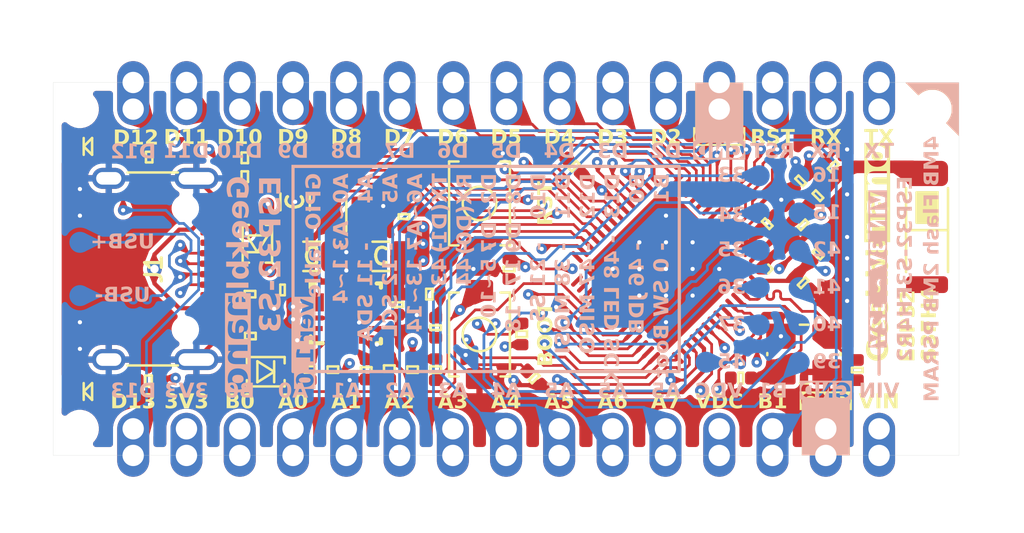
<source format=kicad_pcb>
(kicad_pcb (version 20241229) (generator "pcbnew") (generator_version "9.0")
  (title_block (rev "1") (company "Geekble") (comment 4 "SooDragon"))
  (layers (0 "F.Cu" signal) (4 "In1.Cu" power) (6 "In2.Cu" power) (2 "B.Cu" signal) (13 "F.Paste" user) (15 "B.Paste" user) (5 "F.SilkS" user "F.Silkscreen") (7 "B.SilkS" user "B.Silkscreen") (1 "F.Mask" user) (3 "B.Mask" user) (25 "Edge.Cuts" user))
  (net 0 "")
  (net 1 "Net-(ANT1-PadFeed)")
  (net 3 "GND")
  (net 4 "/CHIP_PU")
  (net 5 "+3V3")
  (net 6 "/D13")
  (net 7 "/B0")
  (net 8 "/A0")
  (net 9 "/A1")
  (net 10 "/A2")
  (net 11 "/A3")
  (net 12 "/A4")
  (net 13 "/A5")
  (net 14 "Net-(J1-CC2)")
  (net 15 "Net-(J1-D1+)")
  (net 17 "Net-(J1-D1-)")
  (net 19 "Net-(J1-CC1)")
  (net 20 "Net-(LED1-PadA)")
  (net 21 "Net-(LED2-PadA)")
  (net 22 "/USB_N")
  (net 23 "/USB_P")
  (net 24 "/A6")
  (net 25 "/GPIO15")
  (net 26 "VIN")
  (net 27 "/GPIO16")
  (net 28 "/A7")
  (net 29 "/B1")
  (net 30 "/D12")
  (net 31 "/D11")
  (net 32 "/D10")
  (net 33 "/D9")
  (net 34 "/D8")
  (net 35 "/D7")
  (net 36 "/D6")
  (net 37 "/GPIO45")
  (net 38 "/D5")
  (net 39 "/D4")
  (net 40 "/GPIO42")
  (net 41 "/D3")
  (net 42 "/GPIO35")
  (net 43 "/GPIO41")
  (net 44 "/D2")
  (net 45 "/GPIO34")
  (net 46 "/GPIO40")
  (net 47 "/GPIO39")
  (net 48 "/GPIO37")
  (net 49 "/GPIO33")
  (net 50 "/GPIO36")
  (net 51 "/GPIO44{slash}RX")
  (net 52 "/GPIO43{slash}TX")
  (net 53 "Net-(U2-LNA_IN)")
  (net 54 "Net-(C7-Pad2)")
  (net 55 "Net-(U2-XTAL_P)")
  (net 56 "Net-(U2-XTAL_N)")
  (net 57 "/TX")
  (net 66 "Net-(U3-VAUX)")
  (net 67 "VDC")
  (net 68 "Net-(D2-PadA)")
  (net 69 "Net-(U3-L2)")
  (net 70 "Net-(U3-L1)")
  (net 71 "Net-(U3-EN)")
  (net 72 "Net-(U3-PG)")
  (net 73 "Net-(U3-FB)")
  (footprint "Connectors:1x1_P2.54_CastellatedPad" (layer "F.Cu") (at 42.97 28.49 90)
    (property "Reference" "H20" (hide yes))
    (property "Value" "MountingHole_Pad" (hide yes))
  )
  (footprint "Connectors:1x1_P2.54_CastellatedPad" (layer "F.Cu") (at 53.142 28.49 90)
    (property "Reference" "H24" (hide yes))
    (property "Value" "MountingHole_Pad" (hide yes))
  )
  (footprint "Diodes:LED_0603_White" (layer "F.Cu") (at 30.651 30.268)
    (property "Reference" "LED2" (hide yes))
    (property "Value" "LED,0603,White")
  )
  (footprint "Resistors:R_0402" (layer "F.Cu") (at 46.13 40.91 90)
    (property "Reference" "R12" (hide yes))
    (property "Value" "470KR,1%")
  )
  (footprint "Capacitors:C_0402" (layer "F.Cu") (at 47.23 38.91 90)
    (property "Reference" "C3" (hide yes))
    (property "Value" "100nF,50V")
  )
  (footprint "Resistors:R_0402" (layer "F.Cu") (at 46.93 37.31)
    (property "Reference" "R1" (hide yes))
    (property "Value" "10KR,1%")
  )
  (footprint "Connectors:1x1_P2.54_CastellatedPad" (layer "F.Cu") (at 32.81 28.49 90)
    (property "Reference" "H16" (hide yes))
    (property "Value" "MountingHole_Pad" (hide yes))
  )
  (footprint "Capacitors:C_0402" (layer "F.Cu") (at 50.73 36.11 90)
    (property "Reference" "C6" (hide yes))
    (property "Value" "100nF,50V")
  )
  (footprint "Connectors:1x1_P2.54_CastellatedPad" (layer "F.Cu") (at 35.35 28.49 90)
    (property "Reference" "H17" (hide yes))
    (property "Value" "MountingHole_Pad" (hide yes))
  )
  (footprint "Capacitors:C_0402" (layer "F.Cu") (at 39.93 37.11)
    (property "Reference" "C8" (hide yes))
    (property "Value" "1uF,25V")
  )
  (footprint "Marks:ToolingHole_JLCPCB" (layer "F.Cu") (at 30.27 28.49)
    (property "Reference" "TH3" (hide yes))
    (property "Value" "ToolingHole" (hide yes))
  )
  (footprint "Connectors:1x1_P2.54_CastellatedPad" (layer "F.Cu") (at 60.75 28.49 90)
    (property "Reference" "H27" (hide yes))
    (property "Value" "MountingHole_Pad" (hide yes))
  )
  (footprint "Inductors_Chokes_Transformers:FTC201612S" (layer "F.Cu") (at 42.97 33.51)
    (property "Reference" "L3" (hide yes))
    (property "Value" "1.5uH,4A,40mR")
  )
  (footprint "Resistors:R_0402" (layer "F.Cu") (at 38.38 37.31001 -90)
    (property "Reference" "R3" (hide yes))
    (property "Value" "5.1KR,1%")
  )
  (footprint "Connectors:1x1_P2.54_CastellatedPad" (layer "F.Cu") (at 40.43 43.73 -90)
    (property "Reference" "H4" (hide yes))
    (property "Value" "MountingHole_Pad" (hide yes))
  )
  (footprint "Embedded_Processors_Controllers:QFN-56-1EP_7x7mm_P0.4mm_EP5.6x5.6mm" (layer "F.Cu") (at 58.21 36.11 -135)
    (property "Reference" "U2" (hide yes))
    (property "Value" "ESP32-S3FH4R2")
  )
  (footprint "Resistors:R_0402" (layer "F.Cu") (at 42.33 40.91 -90)
    (property "Reference" "R11" (hide yes))
    (property "Value" "100KR,1%")
  )
  (footprint "Connectors:1x1_P2.54_CastellatedPad" (layer "F.Cu") (at 55.676 28.49 90)
    (property "Reference" "H25" (hide yes))
    (property "Value" "MountingHole_Pad" (hide yes))
  )
  (footprint "Capacitors:C_0402" (layer "F.Cu") (at 66.1761 31.218 -45)
    (property "Reference" "C1" (hide yes))
    (property "Value" "1.8pF,50V")
  )
  (footprint "Connectors:1x1_P2.54_CastellatedPad" (layer "F.Cu") (at 32.81 43.73 -90)
    (property "Reference" "H1" (hide yes))
    (property "Value" "MountingHole_Pad" (hide yes))
  )
  (footprint "Connectors:1x1_P2.54_CastellatedPad" (layer "F.Cu") (at 48.074 28.49 90)
    (property "Reference" "H22" (hide yes))
    (property "Value" "MountingHole_Pad" (hide yes))
  )
  (footprint "Capacitors:C_0805" (layer "F.Cu") (at 44.62 35.51)
    (property "Reference" "C19" (hide yes))
    (property "Value" "47uF,6.3V,0805")
  )
  (footprint "Marks:ToolingHole_JLCPCB" (layer "F.Cu") (at 70.91 28.49)
    (property "Reference" "TH4" (hide yes))
    (property "Value" "ToolingHole" (hide yes))
  )
  (footprint "Capacitors:C_0402" (layer "F.Cu") (at 51.93 41.31 -45)
    (property "Reference" "C14" (hide yes))
    (property "Value" "100nF,50V")
  )
  (footprint "Connectors:1x1_P2.54_CastellatedPad" (layer "F.Cu") (at 68.37 43.73 -90)
    (property "Reference" "H15" (hide yes))
    (property "Value" "MountingHole_Pad" (hide yes))
  )
  (footprint "Connectors:1x1_P2.54_CastellatedPad" (layer "F.Cu") (at 48.05 43.73 -90)
    (property "Reference" "H7" (hide yes))
    (property "Value" "MountingHole_Pad" (hide yes))
  )
  (footprint "Resistors:R_0402" (layer "F.Cu") (at 38.13 31.71)
    (property "Reference" "R6" (hide yes))
    (property "Value" "33R,1%")
  )
  (footprint "Resistors:R_0402" (layer "F.Cu") (at 33.572 30.776)
    (property "Reference" "R8" (hide yes))
    (property "Value" "5.1KR,1%")
  )
  (footprint "Capacitors:C_0402" (layer "F.Cu") (at 53.82999 31.21001 -45)
    (property "Reference" "C13" (hide yes))
    (property "Value" "100nF,50V")
  )
  (footprint "Capacitors:C_0402" (layer "F.Cu") (at 63.036 33.951 -135)
    (property "Reference" "C7" (hide yes))
    (property "Value" "1uF,25V")
  )
  (footprint "Pushbutton_Switches_Relays:TS-1088-AR020" (layer "F.Cu") (at 49.32 39.2342 90)
    (property "Reference" "SW2")
    (property "Value" "TS-1088-AR02016")
  )
  (footprint "Pushbutton_Switches_Relays:TS-1088-AR020" (layer "F.Cu") (at 49.32 32.9858 -90)
    (property "Reference" "SW1")
    (property "Value" "TS-1088-AR02016")
  )
  (footprint "Capacitors:C_0402" (layer "F.Cu") (at 43.92 40.9 90)
    (property "Reference" "C15" (hide yes))
    (property "Value" "100nF,50V")
  )
  (footprint "Resistors:R_0402" (layer "F.Cu") (at 45.02 40.86 90)
    (property "Reference" "R13" (hide yes))
    (property "Value" "150KR,1%")
  )
  (footprint "Capacitors:C_0805" (layer "F.Cu") (at 40.53 32.91 -90)
    (property "Reference" "C17" (hide yes))
    (property "Value" "22uF,25V,0805")
  )
  (footprint "Connectors:1x1_P2.54_CastellatedPad" (layer "F.Cu") (at 37.89 43.73 -90)
    (property "Reference" "H3" (hide yes))
    (property "Value" "MountingHole_Pad" (hide yes))
  )
  (footprint "Capacitors:C_0402" (layer "F.Cu") (at 65.4606 35.3988 -135)
    (property "Reference" "C9" (hide yes))
    (property "Value" "1uF,25V")
  )
  (footprint "Inductors_Chokes_Transformers:L_0402" (layer "F.Cu") (at 65.4557 32.6172 -135)
    (property "Reference" "L1" (hide yes))
    (property "Value" "2.7nH,500mA,100mR")
  )
  (footprint "Power_Management_ICs:RNM0015A" (layer "F.Cu") (at 42.945 38.225 90)
    (property "Reference" "U3" (hide yes))
    (property "Value" "TPS63070RNMR" (hide yes))
  )
  (footprint "Capacitors:C_0402" (layer "F.Cu") (at 61.77999 41.31001)
    (property "Reference" "C12" (hide yes))
    (property "Value" "15pF,50V")
  )
  (footprint "Connectors:1x1_P2.54_CastellatedPad" (layer "F.Cu") (at 58.21 28.49 90)
    (property "Reference" "H26" (hide yes))
    (property "Value" "MountingHole_Pad" (hide yes))
  )
  (footprint "Capacitors:C_0805" (layer "F.Cu") (at 41.32 35.51 180)
    (property "Reference" "C16" (hide yes))
    (property "Value" "22uF,25V,0805")
  )
  (footprint "Resistors:R_0402" (layer "F.Cu") (at 38.13 30.81)
    (property "Reference" "R5" (hide yes))
    (property "Value" "33R,1%")
  )
  (footprint "Connectors:1x1_P2.54_CastellatedPad" (layer "F.Cu") (at 50.608 28.49 90)
    (property "Reference" "H23" (hide yes))
    (property "Value" "MountingHole_Pad" (hide yes))
  )
  (footprint "Connectors:1x1_P2.54_CastellatedPad" (layer "F.Cu") (at 55.67 43.73 -90)
    (property "Reference" "H10" (hide yes))
    (property "Value" "MountingHole_Pad" (hide yes))
  )
  (footprint "Connectors:1x1_P2.54_CastellatedPad" (layer "F.Cu") (at 63.29 28.49 90)
    (property "Reference" "H28" (hide yes))
    (property "Value" "MountingHole_Pad" (hide yes))
  )
  (footprint "Connectors:1x1_P2.54_CastellatedPad" (layer "F.Cu") (at 40.43 28.49 90)
    (property "Reference" "H19" (hide yes))
    (property "Value" "MountingHole_Pad" (hide yes))
  )
  (footprint "Connectors:1x1_P2.54_CastellatedPad" (layer "F.Cu") (at 53.118 43.73 -90)
    (property "Reference" "H9" (hide yes))
    (property "Value" "MountingHole_Pad" (hide yes))
  )
  (footprint "RadioFrequencyChip_Antenna:ANT_5020" (layer "F.Cu") (at 70.656 34.2574 -90)
    (property "Reference" "ANT1" (hide yes))
    (property "Value" "KH-5020D245H05")
  )
  (footprint "Connectors:1x1_P2.54_CastellatedPad" (layer "F.Cu") (at 42.97 43.73 -90)
    (property "Reference" "H5" (hide yes))
    (property "Value" "MountingHole_Pad" (hide yes))
  )
  (footprint "Connectors:1x1_P2.54_CastellatedPad" (layer "F.Cu") (at 60.75 43.73 -90)
    (property "Reference" "H12" (hide yes))
    (property "Value" "MountingHole_Pad" (hide yes))
  )
  (footprint "Connectors:1x1_P2.54_CastellatedPad" (layer "F.Cu") (at 63.29 43.73 -90)
    (property "Reference" "H13" (hide yes))
    (property "Value" "MountingHole_Pad" (hide yes))
  )
  (footprint "Capacitors:C_0402" (layer "F.Cu") (at 67.33 40.93 90)
    (property "Reference" "C11" (hide yes))
    (property "Value" "15pF,50V")
  )
  (footprint "Diodes:SOD-323F" (layer "F.Cu") (at 38.72999 34.91001 90)
    (property "Reference" "D1" (hide yes))
    (property "Value" "1N5819WS")
  )
  (footprint "Capacitors:C_0402" (layer "F.Cu") (at 45.72 33.61 -90)
    (property "Reference" "C5" (hide yes))
    (property "Value" "10uF,6.3V")
  )
  (footprint "Connectors:1x1_P2.54_CastellatedPad" (layer "F.Cu") (at 68.37 28.49 90)
    (property "Reference" "H30" (hide yes))
    (property "Value" "MountingHole_Pad" (hide yes))
  )
  (footprint "Connectors:1x1_P2.54_CastellatedPad" (layer "F.Cu") (at 58.186 43.73 -90)
    (property "Reference" "H11" (hide yes))
    (property "Value" "MountingHole_Pad" (hide yes))
  )
  (footprint "Resistors:R_0402" (layer "F.Cu") (at 51.32999 39.21001 -90)
    (property "Reference" "R9" (hide yes))
    (property "Value" "499R,1%")
  )
  (footprint "Inductors_Chokes_Transformers:L_0402" (layer "F.Cu") (at 64.63 31.91 -135)
    (property "Reference" "L2" (hide yes))
    (property "Value" "2.7nH,500mA,100mR")
  )
  (footprint "Resistors:R_0402" (layer "F.Cu") (at 41.23 40.9 -90)
    (property "Reference" "R10" (hide yes))
    (property "Value" "10KR,1%")
  )
  (footprint "Connectors:1x1_P2.54_CastellatedPad" (layer "F.Cu") (at 45.51 28.49 90)
    (property "Reference" "H21" (hide yes))
    (property "Value" "MountingHole_Pad" (hide yes))
  )
  (footprint "Capacitors:C_0402" (layer "F.Cu") (at 45.43 37.81 90)
    (property "Reference" "C4" (hide yes))
    (property "Value" "10uF,10V")
  )
  (footprint "Diodes:SOD-323F" (layer "F.Cu") (at 39.13 41.01 180)
    (property "Reference" "D2" (hide yes))
    (property "Value" "1N5819WS")
  )
  (footprint "Resistors:R_0402" (layer "F.Cu") (at 33.5452 41.444 180)
    (property "Reference" "R7" (hide yes))
    (property "Value" "5.1KR,1%")
  )
  (footprint "Connectors:1x1_P2.54_CastellatedPad" (layer "F.Cu") (at 65.83 28.49 90)
    (property "Reference" "H29" (hide yes))
    (property "Value" "MountingHole_Pad" (hide yes))
  )
  (footprint "Capacitors:C_0402" (layer "F.Cu") (at 64.7445 34.0073 135)
    (property "Reference" "C2" (hide yes))
    (property "Value" "1.8pF,50V")
  )
  (footprint "Marks:SooDragonKOR_Mask_3.8x1.4" (layer "F.Cu") (at 31.53999 36.10001 90)
    (property "Reference" "Logo1" (hide yes))
    (property "Value" "Geekble_Logo" (hide yes))
  )
  (footprint "Resistors:R_0402" (layer "F.Cu") (at 47.23 40.91 -90)
    (property "Reference" "R2" (hide yes))
    (property "Value" "10KR,1%")
  )
  (footprint "Capacitors:C_0402" (layer "F.Cu") (at 64.7494 36.7704 135)
    (property "Reference" "C10" (hide yes))
    (property "Value" "10nF,50V")
  )
  (footprint "Connectors:1x1_P2.54_CastellatedPad" (layer "F.Cu") (at 65.83 43.73 -90)
    (property "Reference" "H14" (hide yes))
    (property "Value" "MountingHole_Pad" (hide yes))
  )
  (footprint "Connectors:1x1_P2.54_CastellatedPad" (layer "F.Cu") (at 50.59 43.73 -90)
    (property "Reference" "H8" (hide yes))
    (property "Value" "MountingHole_Pad" (hide yes))
  )
  (footprint "Marks:ToolingHole_JLCPCB" (layer "F.Cu") (at 70.91 43.73)
    (property "Reference" "TH2" (hide yes))
    (property "Value" "ToolingHole" (hide yes))
  )
  (footprint "Connectors:USB_DIP,8.94x7.3mm" (layer "F.Cu") (at 34.1897 36.11 -90)
    (property "Reference" "J1")
    (property "Value" "USB_C_Receptacle_USB2.0_DIP")
  )
  (footprint "Connectors:1x1_P2.54_CastellatedPad" (layer "F.Cu") (at 35.35 43.73 -90)
    (property "Reference" "H2" (hide yes))
    (property "Value" "MountingHole_Pad" (hide yes))
  )
  (footprint "Crystals:SMD-3225_4P" (layer "F.Cu") (at 64.79 40.168 180)
    (property "Reference" "Y1" (hide yes))
    (property "Value" "40MHz" (hide yes))
  )
  (footprint "Connectors:1x1_P2.54_CastellatedPad" (layer "F.Cu") (at 45.51 43.73 -90)
    (property "Reference" "H6" (hide yes))
    (property "Value" "MountingHole_Pad" (hide yes))
  )
  (footprint "Connectors:1x1_P2.54_CastellatedPad" (layer "F.Cu") (at 37.89 28.49 90)
    (property "Reference" "H18" (hide yes))
    (property "Value" "MountingHole_Pad" (hide yes))
  )
  (footprint "Resistors:R_0402" (layer "F.Cu") (at 38.398 39.31 -90)
    (property "Reference" "R4" (hide yes))
    (property "Value" "5.1KR,1%")
  )
  (footprint "Marks:ToolingHole_JLCPCB" (layer "F.Cu") (at 30.27 43.73)
    (property "Reference" "TH1" (hide yes))
    (property "Value" "ToolingHole" (hide yes))
  )
  (footprint "Diodes:LED_0603_Red" (layer "F.Cu") (at 30.651 41.952)
    (property "Reference" "LED1" (hide yes))
    (property "Value" "LED,0603,Red")
  )
  (footprint "Connectors:1x1_1.0piPad_SMD" (layer "B.Cu") (at 62.655 33.443 180)
    (property "Reference" "H36" (hide yes))
    (property "Value" "MountingHole_Pad" (hide yes))
  )
  (footprint "Connectors:1x1_1.0piPad_SMD" (layer "B.Cu") (at 64.56 33.443 180)
    (property "Reference" "H33" (hide yes))
    (property "Value" "MountingHole_Pad" (hide yes))
  )
  (footprint "Connectors:1x1_1.0piPad_SMD" (layer "B.Cu") (at 62.655 36.999 180)
    (property "Reference" "H38" (hide yes))
    (property "Value" "MountingHole_Pad" (hide yes))
  )
  (footprint "Connectors:1x1_1.0piPad_SMD" (layer "B.Cu") (at 64.56 31.665 180)
    (property "Reference" "H34" (hide yes))
    (property "Value" "MountingHole_Pad" (hide yes))
  )
  (footprint "Connectors:1x1_1.0piPad_SMD" (layer "B.Cu") (at 64.56 40.555 180)
    (property "Reference" "H40" (hide yes))
    (property "Value" "MountingHole_Pad" (hide yes))
  )
  (footprint "Connectors:1x1_1.0piPad_SMD" (layer "B.Cu") (at 30.27 34.84 180)
    (property "Reference" "H32" (hide yes))
    (property "Value" "MountingHole_Pad" (hide yes))
  )
  (footprint "Connectors:1x1_1.0piPad_SMD" (layer "B.Cu") (at 62.655 38.777 180)
    (property "Reference" "H39" (hide yes))
    (property "Value" "MountingHole_Pad" (hide yes))
  )
  (footprint "Connectors:1x1_1.0piPad_SMD" (layer "B.Cu") (at 64.56 36.999 180)
    (property "Reference" "H42" (hide yes))
    (property "Value" "MountingHole_Pad" (hide yes))
  )
  (footprint "Connectors:1x1_1.0piPad_SMD" (layer "B.Cu") (at 64.56 35.221 180)
    (property "Reference" "H43" (hide yes))
    (property "Value" "MountingHole_Pad" (hide yes))
  )
  (footprint "Connectors:1x1_1.0piPad_SMD" (layer "B.Cu") (at 64.56 38.777 180)
    (property "Reference" "H41" (hide yes))
    (property "Value" "MountingHole_Pad" (hide yes))
  )
  (footprint "Connectors:1x1_1.0piPad_SMD" (layer "B.Cu") (at 30.27 37.38 180)
    (property "Reference" "H31" (hide yes))
    (property "Value" "MountingHole_Pad" (hide yes))
  )
  (footprint "Connectors:1x1_1.0piPad_SMD" (layer "B.Cu") (at 62.655 31.665 180)
    (property "Reference" "H35" (hide yes))
    (property "Value" "MountingHole_Pad" (hide yes))
  )
  (footprint "Connectors:1x1_1.0piPad_SMD" (layer "B.Cu") (at 62.655 35.221 180)
    (property "Reference" "H37" (hide yes))
    (property "Value" "MountingHole_Pad" (hide yes))
  )
  (footprint "Connectors:1x1_1.0piPad_SMD" (layer "B.Cu") (at 60.11499 40.55501 180)
    (property "Reference" "H44" (hide yes))
    (property "Value" "MountingHole_Pad" (hide yes))
  )
  (gr_poly (pts (xy 71.29363 27.64335) (xy 71.2804 27.64335) (xy 71.2804 27.63673) (xy 71.27379 27.63673) (xy 71.27379 27.63011) (xy 71.24733 27.63011) (xy 71.24733 27.6235) (xy 71.22749 27.6235) (xy 71.22749 27.61027) (xy 71.19441 27.61027) (xy 71.19441 27.60366) (xy 71.15473 27.60366) (xy 71.15473 27.59043) (xy 71.11504 27.59043) (xy 71.11504 27.58381) (xy 71.10843 27.58381) (xy 71.10843 27.5772) (xy 71.05551 27.5772) (xy 71.05551 27.57058) (xy 70.76447 27.57058) (xy 70.76447 27.5772) (xy 70.71155 27.5772) (xy 70.71155 27.58381) (xy 70.70494 27.58381) (xy 70.70494 27.59043) (xy 70.66525 27.59043) (xy 70.66525 27.60366) (xy 70.62556 27.60366) (xy 70.62556 27.61027) (xy 70.59249 27.61027) (xy 70.59249 27.6235) (xy 70.57265 27.6235) (xy 70.57265 27.63011) (xy 70.54619 27.63011) (xy 70.54619 27.63673) (xy 70.53957 27.63673) (xy 70.53957 27.64335) (xy 70.51973 27.64335) (xy 70.51973 27.64996) (xy 70.51311 27.64996) (xy 70.51311 27.65657) (xy 70.49988 27.65657) (xy 70.49988 27.66319) (xy 70.48004 27.66319) (xy 70.48004 27.6698) (xy 70.47343 27.6698) (xy 70.47343 27.67642) (xy 70.45358 27.67642) (xy 70.45358 27.68303) (xy 70.44035 27.68303) (xy 70.44035 27.68965) (xy 70.43374 27.68965) (xy 70.43374 27.69626) (xy 70.42712 27.69626) (xy 70.42712 27.70288) (xy 70.42051 27.70288) (xy 70.42051 27.70949) (xy 70.40066 27.70949) (xy 70.40066 27.7161) (xy 70.39405 27.7161) (xy 70.39405 27.72272) (xy 70.38744 27.72272) (xy 70.38744 27.72933) (xy 70.36759 27.72933) (xy 70.36759 27.73595) (xy 70.36098 27.73595) (xy 70.36098 27.74918) (xy 70.34113 27.74918) (xy 70.34113 27.75579) (xy 70.33452 27.75579) (xy 70.33452 27.76241) (xy 70.3279 27.76241) (xy 70.3279 27.76902) (xy 70.32129 27.76902) (xy 70.32129 27.77564) (xy 70.31468 27.77564) (xy 70.31468 27.78225) (xy 70.30806 27.78225) (xy 70.30806 27.78886) (xy 70.30145 27.78886) (xy 70.30145 27.79548) (xy 70.29483 27.79548) (xy 70.29483 27.8021) (xy 70.28822 27.8021) (xy 70.28822 27.80871) (xy 70.2816 27.80871) (xy 70.2816 27.81532) (xy 70.26176 27.81532) (xy 70.26176 27.82194) (xy 70.25515 27.82194) (xy 70.25515 27.82855) (xy 70.24853 27.82855) (xy 70.24853 27.83517) (xy 70.2353 27.83517) (xy 70.2353 27.82855) (xy 70.22869 27.82855) (xy 70.22869 27.82194) (xy 70.22207 27.82194) (xy 70.22207 27.81532) (xy 70.21546 27.81532) (xy 70.21546 27.80871) (xy 70.20884 27.80871) (xy 70.20884 27.8021) (xy 70.20223 27.8021) (xy 70.20223 27.79548) (xy 70.19561 27.79548) (xy 70.19561 27.78886) (xy 70.189 27.78886) (xy 70.189 27.78225) (xy 70.18238 27.78225) (xy 70.18238 27.77564) (xy 70.17577 27.77564) (xy 70.17577 27.76902) (xy 70.16915 27.76902) (xy 70.16915 27.76241) (xy 70.16254 27.76241) (xy 70.16254 27.75579) (xy 70.15593 27.75579) (xy 70.15593 27.74918) (xy 70.14931 27.74918) (xy 70.14931 27.74256) (xy 70.1427 27.74256) (xy 70.1427 27.73595) (xy 70.13608 27.73595) (xy 70.13608 27.72933) (xy 70.12947 27.72933) (xy 70.12947 27.72272) (xy 70.12285 27.72272) (xy 70.12285 27.7161) (xy 70.11624 27.7161) (xy 70.11624 27.70949) (xy 70.10962 27.70949) (xy 70.10962 27.70288) (xy 70.10301 27.70288) (xy 70.10301 27.69626) (xy 70.0964 27.69626) (xy 70.0964 27.68965) (xy 70.08978 27.68965) (xy 70.08978 27.68303) (xy 70.08316 27.68303) (xy 70.08316 27.67642) (xy 70.07655 27.67642) (xy 70.07655 27.6698) (xy 70.06994 27.6698) (xy 70.06994 27.66319) (xy 70.06332 27.66319) (xy 70.06332 27.65657) (xy 70.05671 27.65657) (xy 70.05671 27.64996) (xy 70.05009 27.64996) (xy 70.05009 27.64335) (xy 70.04348 27.64335) (xy 70.04348 27.63673) (xy 70.03686 27.63673) (xy 70.03686 27.63011) (xy 70.03025 27.63011) (xy 70.03025 27.6235) (xy 70.02363 27.6235) (xy 70.02363 27.61689) (xy 70.01702 27.61689) (xy 70.01702 27.61027) (xy 70.0104 27.61027) (xy 70.0104 27.60366) (xy 70.00379 27.60366) (xy 70.00379 27.59704) (xy 69.99718 27.59704) (xy 69.99718 27.59043) (xy 69.99056 27.59043) (xy 69.99056 27.58381) (xy 69.98395 27.58381) (xy 69.98395 27.5772) (xy 69.97733 27.5772) (xy 69.97733 27.57058) (xy 69.97072 27.57058) (xy 69.97072 27.56397) (xy 69.9641 27.56397) (xy 69.9641 27.55735) (xy 69.95749 27.55735) (xy 69.95749 27.55074) (xy 69.95087 27.55074) (xy 69.95087 27.54413) (xy 69.94426 27.54413) (xy 69.94426 27.53751) (xy 69.93765 27.53751) (xy 69.93765 27.5309) (xy 69.93103 27.5309) (xy 69.93103 27.52428) (xy 69.92441 27.52428) (xy 69.92441 27.51767) (xy 69.9178 27.51767) (xy 69.9178 27.51105) (xy 69.91119 27.51105) (xy 69.91119 27.50444) (xy 69.90457 27.50444) (xy 69.90457 27.49782) (xy 69.89796 27.49782) (xy 69.89796 27.49121) (xy 69.89134 27.49121) (xy 69.89134 27.4846) (xy 69.88473 27.4846) (xy 69.88473 27.47798) (xy 69.87811 27.47798) (xy 69.87811 27.47136) (xy 69.8715 27.47136) (xy 69.8715 27.46475) (xy 69.86488 27.46475) (xy 69.86488 27.45814) (xy 69.85827 27.45814) (xy 69.85827 27.45152) (xy 69.85165 27.45152) (xy 69.85165 27.44491) (xy 69.84504 27.44491) (xy 69.84504 27.43829) (xy 69.83843 27.43829) (xy 69.83843 27.43168) (xy 69.83181 27.43168) (xy 69.83181 27.42506) (xy 69.8252 27.42506) (xy 69.8252 27.41845) (xy 69.81858 27.41845) (xy 69.81858 27.41183) (xy 69.81197 27.41183) (xy 69.81197 27.40522) (xy 69.80535 27.40522) (xy 69.80535 27.3986) (xy 69.79874 27.3986) (xy 69.79874 27.39199) (xy 69.79212 27.39199) (xy 69.79212 27.38538) (xy 69.78551 27.38538) (xy 69.78551 27.37876) (xy 69.7789 27.37876) (xy 69.7789 27.37215) (xy 69.77228 27.37215) (xy 69.77228 27.36553) (xy 69.76566 27.36553) (xy 69.76566 27.35892) (xy 69.75905 27.35892) (xy 69.75905 27.3523) (xy 69.75244 27.3523) (xy 69.75244 27.34569) (xy 69.74582 27.34569) (xy 69.74582 27.33907) (xy 69.73921 27.33907) (xy 69.73921 27.33246) (xy 69.73259 27.33246) (xy 69.73259 27.32585) (xy 69.72598 27.32585) (xy 69.72598 27.31923) (xy 69.71936 27.31923) (xy 69.71936 27.31261) (xy 69.71275 27.31261) (xy 69.71275 27.306) (xy 69.70613 27.306) (xy 69.70613 27.29939) (xy 69.69952 27.29939) (xy 69.69952 27.29277) (xy 69.6929 27.29277) (xy 69.6929 27.28616) (xy 69.68629 27.28616) (xy 69.68629 27.27954) (xy 69.67968 27.27954) (xy 69.67968 27.27293) (xy 69.67306 27.27293) (xy 69.67306 27.26631) (xy 69.66645 27.26631) (xy 69.66645 27.2597) (xy 69.65983 27.2597) (xy 69.65983 27.25308) (xy 69.65322 27.25308) (xy 69.65322 27.24647) (xy 69.6466 27.24647) (xy 69.6466 27.23985) (xy 69.63999 27.23985) (xy 69.63999 27.23324) (xy 69.63337 27.23324) (xy 69.63337 27.22663) (xy 69.62676 27.22663) (xy 69.62676 27.22001) (xy 72.17999 27.22001) (xy 72.17999 29.77324) (xy 72.17337 29.77324) (xy 72.17337 29.76663) (xy 72.16676 29.76663) (xy 72.16676 29.76001) (xy 72.16015 29.76001) (xy 72.16015 29.7534) (xy 72.15353 29.7534) (xy 72.15353 29.74678) (xy 72.14691 29.74678) (xy 72.14691 29.74017) (xy 72.1403 29.74017) (xy 72.1403 29.73355) (xy 72.13369 29.73355) (xy 72.13369 29.72694) (xy 72.12707 29.72694) (xy 72.12707 29.72032) (xy 72.12046 29.72032) (xy 72.12046 29.71371) (xy 72.11384 29.71371) (xy 72.11384 29.7071) (xy 72.10723 29.7071) (xy 72.10723 29.70048) (xy 72.10061 29.70048) (xy 72.10061 29.69386) (xy 72.094 29.69386) (xy 72.094 29.68725) (xy 72.08738 29.68725) (xy 72.08738 29.68064) (xy 72.08077 29.68064) (xy 72.08077 29.67402) (xy 72.07415 29.67402) (xy 72.07415 29.66741) (xy 72.06754 29.66741) (xy 72.06754 29.66079) (xy 72.06093 29.66079) (xy 72.06093 29.65418) (xy 72.05431 29.65418) (xy 72.05431 29.64756) (xy 72.0477 29.64756) (xy 72.0477 29.64095) (xy 72.04108 29.64095) (xy 72.04108 29.63433) (xy 72.03447 29.63433) (xy 72.03447 29.62772) (xy 72.02785 29.62772) (xy 72.02785 29.6211) (xy 72.02124 29.6211) (xy 72.02124 29.61449) (xy 72.01462 29.61449) (xy 72.01462 29.60788) (xy 72.00801 29.60788) (xy 72.00801 29.60126) (xy 72.0014 29.60126) (xy 72.0014 29.59465) (xy 71.99478 29.59465) (xy 71.99478 29.58803) (xy 71.98816 29.58803) (xy 71.98816 29.58142) (xy 71.98155 29.58142) (xy 71.98155 29.5748) (xy 71.97494 29.5748) (xy 71.97494 29.56819) (xy 71.96832 29.56819) (xy 71.96832 29.56157) (xy 71.96171 29.56157) (xy 71.96171 29.55496) (xy 71.95509 29.55496) (xy 71.95509 29.54835) (xy 71.94848 29.54835) (xy 71.94848 29.54173) (xy 71.94186 29.54173) (xy 71.94186 29.53511) (xy 71.93525 29.53511) (xy 71.93525 29.5285) (xy 71.92863 29.5285) (xy 71.92863 29.52189) (xy 71.92202 29.52189) (xy 71.92202 29.51527) (xy 71.9154 29.51527) (xy 71.9154 29.50866) (xy 71.90879 29.50866) (xy 71.90879 29.50204) (xy 71.90218 29.50204) (xy 71.90218 29.49543) (xy 71.89556 29.49543) (xy 71.89556 29.48881) (xy 71.88895 29.48881) (xy 71.88895 29.4822) (xy 71.88233 29.4822) (xy 71.88233 29.47558) (xy 71.87572 29.47558) (xy 71.87572 29.46897) (xy 71.8691 29.46897) (xy 71.8691 29.46235) (xy 71.86249 29.46235) (xy 71.86249 29.45574) (xy 71.85587 29.45574) (xy 71.85587 29.44913) (xy 71.84926 29.44913) (xy 71.84926 29.44251) (xy 71.84265 29.44251) (xy 71.84265 29.4359) (xy 71.83603 29.4359) (xy 71.83603 29.42928) (xy 71.82941 29.42928) (xy 71.82941 29.42267) (xy 71.8228 29.42267) (xy 71.8228 29.41605) (xy 71.81619 29.41605) (xy 71.81619 29.40944) (xy 71.80957 29.40944) (xy 71.80957 29.40282) (xy 71.80296 29.40282) (xy 71.80296 29.39621) (xy 71.79634 29.39621) (xy 71.79634 29.3896) (xy 71.78973 29.3896) (xy 71.78973 29.38298) (xy 71.78311 29.38298) (xy 71.78311 29.37636) (xy 71.7765 29.37636) (xy 71.7765 29.36975) (xy 71.76988 29.36975) (xy 71.76988 29.36314) (xy 71.76327 29.36314) (xy 71.76327 29.35652) (xy 71.75665 29.35652) (xy 71.75665 29.34991) (xy 71.75004 29.34991) (xy 71.75004 29.34329) (xy 71.74343 29.34329) (xy 71.74343 29.33668) (xy 71.73681 29.33668) (xy 71.73681 29.33006) (xy 71.7302 29.33006) (xy 71.7302 29.32345) (xy 71.72358 29.32345) (xy 71.72358 29.31683) (xy 71.71697 29.31683) (xy 71.71697 29.31022) (xy 71.71035 29.31022) (xy 71.71035 29.3036) (xy 71.70374 29.3036) (xy 71.70374 29.29699) (xy 71.69712 29.29699) (xy 71.69712 29.29038) (xy 71.69051 29.29038) (xy 71.69051 29.28376) (xy 71.6839 29.28376) (xy 71.6839 29.27715) (xy 71.67728 29.27715) (xy 71.67728 29.27053) (xy 71.67066 29.27053) (xy 71.67066 29.26392) (xy 71.66405 29.26392) (xy 71.66405 29.2573) (xy 71.65744 29.2573) (xy 71.65744 29.25069) (xy 71.65082 29.25069) (xy 71.65082 29.24407) (xy 71.64421 29.24407) (xy 71.64421 29.23746) (xy 71.63759 29.23746) (xy 71.63759 29.23085) (xy 71.63098 29.23085) (xy 71.63098 29.22423) (xy 71.62436 29.22423) (xy 71.62436 29.21761) (xy 71.61775 29.21761) (xy 71.61775 29.211) (xy 71.61113 29.211) (xy 71.61113 29.20439) (xy 71.60452 29.20439) (xy 71.60452 29.19777) (xy 71.5979 29.19777) (xy 71.5979 29.19116) (xy 71.59129 29.19116) (xy 71.59129 29.18454) (xy 71.58468 29.18454) (xy 71.58468 29.17793) (xy 71.57806 29.17793) (xy 71.57806 29.17131) (xy 71.57145 29.17131) (xy 71.57145 29.1647) (xy 71.56483 29.1647) (xy 71.56483 29.15147) (xy 71.57145 29.15147) (xy 71.57145 29.14485) (xy 71.57806 29.14485) (xy 71.57806 29.12501) (xy 71.58468 29.12501) (xy 71.58468 29.1184) (xy 71.59129 29.1184) (xy 71.59129 29.11178) (xy 71.5979 29.11178) (xy 71.5979 29.10517) (xy 71.60452 29.10517) (xy 71.60452 29.09855) (xy 71.61113 29.09855) (xy 71.61113 29.09194) (xy 71.61775 29.09194) (xy 71.61775 29.08532) (xy 71.62436 29.08532) (xy 71.62436 29.07871) (xy 71.63098 29.07871) (xy 71.63098 29.0721) (xy 71.63759 29.0721) (xy 71.63759 29.05225) (xy 71.65082 29.05225) (xy 71.65082 29.03902) (xy 71.66405 29.03902) (xy 71.66405 29.03241) (xy 71.67066 29.03241) (xy 71.67066 29.01256) (xy 71.67728 29.01256) (xy 71.67728 29.00595) (xy 71.6839 29.00595) (xy 71.6839 28.99933) (xy 71.69051 28.99933) (xy 71.69051 28.97949) (xy 71.69712 28.97949) (xy 71.69712 28.97288) (xy 71.70374 28.97288) (xy 71.70374 28.96626) (xy 71.71035 28.96626) (xy 71.71035 28.95965) (xy 71.71697 28.95965) (xy 71.71697 28.94642) (xy 71.72358 28.94642) (xy 71.72358 28.92657) (xy 71.7302 28.92657) (xy 71.7302 28.91996) (xy 71.73681 28.91996) (xy 71.73681 28.90011) (xy 71.74343 28.90011) (xy 71.74343 28.88689) (xy 71.75004 28.88689) (xy 71.75004 28.88027) (xy 71.75665 28.88027) (xy 71.75665 28.86043) (xy 71.76327 28.86043) (xy 71.76327 28.85381) (xy 71.76988 28.85381) (xy 71.76988 28.82735) (xy 71.7765 28.82735) (xy 71.7765 28.80751) (xy 71.78973 28.80751) (xy 71.78973 28.77444) (xy 71.79634 28.77444) (xy 71.79634 28.73475) (xy 71.80957 28.73475) (xy 71.80957 28.69506) (xy 71.81619 28.69506) (xy 71.81619 28.68845) (xy 71.8228 28.68845) (xy 71.8228 28.63553) (xy 71.82941 28.63553) (xy 71.82941 28.34449) (xy 71.8228 28.34449) (xy 71.8228 28.29157) (xy 71.81619 28.29157) (xy 71.81619 28.28496) (xy 71.80957 28.28496) (xy 71.80957 28.24527) (xy 71.79634 28.24527) (xy 71.79634 28.20558) (xy 71.78973 28.20558) (xy 71.78973 28.17251) (xy 71.7765 28.17251) (xy 71.7765 28.15267) (xy 71.76988 28.15267) (xy 71.76988 28.12621) (xy 71.76327 28.12621) (xy 71.76327 28.1196) (xy 71.75665 28.1196) (xy 71.75665 28.09975) (xy 71.75004 28.09975) (xy 71.75004 28.09314) (xy 71.74343 28.09314) (xy 71.74343 28.07991) (xy 71.73681 28.07991) (xy 71.73681 28.06006) (xy 71.7302 28.06006) (xy 71.7302 28.05345) (xy 71.72358 28.05345) (xy 71.72358 28.0336) (xy 71.71697 28.0336) (xy 71.71697 28.02038) (xy 71.71035 28.02038) (xy 71.71035 28.01376) (xy 71.70374 28.01376) (xy 71.70374 28.00715) (xy 71.69712 28.00715) (xy 71.69712 28.00053) (xy 71.69051 28.00053) (xy 71.69051 27.98069) (xy 71.6839 27.98069) (xy 71.6839 27.97407) (xy 71.67728 27.97407) (xy 71.67728 27.96746) (xy 71.67066 27.96746) (xy 71.67066 27.94761) (xy 71.66405 27.94761) (xy 71.66405 27.941) (xy 71.65082 27.941) (xy 71.65082 27.92777) (xy 71.63759 27.92777) (xy 71.63759 27.90793) (xy 71.63098 27.90793) (xy 71.63098 27.90131) (xy 71.62436 27.90131) (xy 71.62436 27.8947) (xy 71.61775 27.8947) (xy 71.61775 27.88808) (xy 71.61113 27.88808) (xy 71.61113 27.88147) (xy 71.60452 27.88147) (xy 71.60452 27.87485) (xy 71.5979 27.87485) (xy 71.5979 27.86824) (xy 71.59129 27.86824) (xy 71.59129 27.86163) (xy 71.58468 27.86163) (xy 71.58468 27.85501) (xy 71.57806 27.85501) (xy 71.57806 27.8484) (xy 71.57145 27.8484) (xy 71.57145 27.84178) (xy 71.56483 27.84178) (xy 71.56483 27.83517) (xy 71.55822 27.83517) (xy 71.55822 27.82855) (xy 71.5516 27.82855) (xy 71.5516 27.82194) (xy 71.54499 27.82194) (xy 71.54499 27.81532) (xy 71.53837 27.81532) (xy 71.53837 27.80871) (xy 71.53176 27.80871) (xy 71.53176 27.8021) (xy 71.52515 27.8021) (xy 71.52515 27.79548) (xy 71.51853 27.79548) (xy 71.51853 27.78886) (xy 71.51191 27.78886) (xy 71.51191 27.78225) (xy 71.5053 27.78225) (xy 71.5053 27.77564) (xy 71.49869 27.77564) (xy 71.49869 27.76902) (xy 71.49207 27.76902) (xy 71.49207 27.76241) (xy 71.47223 27.76241) (xy 71.47223 27.74918) (xy 71.459 27.74918) (xy 71.459 27.73595) (xy 71.45238 27.73595) (xy 71.45238 27.72933) (xy 71.43254 27.72933) (xy 71.43254 27.72272) (xy 71.42593 27.72272) (xy 71.42593 27.7161) (xy 71.41931 27.7161) (xy 71.41931 27.70949) (xy 71.39947 27.70949) (xy 71.39947 27.70288) (xy 71.39285 27.70288) (xy 71.39285 27.69626) (xy 71.38624 27.69626) (xy 71.38624 27.68965) (xy 71.37962 27.68965) (xy 71.37962 27.68303) (xy 71.3664 27.68303) (xy 71.3664 27.67642) (xy 71.34655 27.67642) (xy 71.34655 27.6698) (xy 71.33994 27.6698) (xy 71.33994 27.66319) (xy 71.32009 27.66319) (xy 71.32009 27.65657) (xy 71.30686 27.65657) (xy 71.30686 27.64996) (xy 71.30025 27.64996) (xy 71.30025 27.64335)) (fill yes) (layer "F.SilkS"))
  (gr_rect (start 64.68699 42.84101) (end 66.97299 45.00001) (fill yes) (layer "F.SilkS"))
  (gr_poly (pts (xy 61.89299 29.37901) (xy 59.60699 29.37901) (xy 59.60699 27.220009) (xy 61.89299 27.220009)) (fill yes) (layer "F.SilkS"))
  (gr_poly (pts (xy 61.89299 30.01401) (xy 59.60699 30.01401) (xy 59.60699 27.220009) (xy 61.89299 27.220009)) (fill yes) (layer "B.SilkS"))
  (gr_poly (pts (xy 71.75665 28.106371) (xy 71.75665 28.119601) (xy 71.76327 28.119601) (xy 71.763271 28.12621) (xy 71.769891 28.12621) (xy 71.769891 28.15267) (xy 71.7765 28.152671) (xy 71.7765 28.172511) (xy 71.789731 28.17251) (xy 71.78973 28.20559) (xy 71.79634 28.20559) (xy 71.79634 28.24527) (xy 71.80957 28.24527) (xy 71.80957 28.28496) (xy 71.81619 28.28496) (xy 71.81619 28.29157) (xy 71.8228 28.29157) (xy 71.8228 28.34449) (xy 71.82942 28.34449) (xy 71.82942 28.63553) (xy 71.8228 28.63553) (xy 71.8228 28.68845) (xy 71.81619 28.68845) (xy 71.81619 28.69506) (xy 71.80957 28.69506) (xy 71.80957 28.73475) (xy 71.79634 28.73475) (xy 71.79634 28.774439) (xy 71.789731 28.77444) (xy 71.789731 28.80751) (xy 71.7765 28.807509) (xy 71.7765 28.827349) (xy 71.769891 28.82735) (xy 71.769891 28.85381) (xy 71.763271 28.85381) (xy 71.763271 28.86043) (xy 71.756651 28.86043) (xy 71.756651 28.88027) (xy 71.750041 28.88027) (xy 71.750041 28.88689) (xy 71.743431 28.88689) (xy 71.743431 28.90012) (xy 71.73681 28.900121) (xy 71.73681 28.919961) (xy 71.7302 28.919961) (xy 71.730201 28.92657) (xy 71.72358 28.926571) (xy 71.72358 28.946421) (xy 71.71697 28.946421) (xy 71.71697 28.959651) (xy 71.71035 28.959651) (xy 71.71035 28.966261) (xy 71.70374 28.966261) (xy 71.70374 28.97288) (xy 71.69712 28.97288) (xy 71.69712 28.979491) (xy 71.69051 28.979491) (xy 71.69051 28.99934) (xy 71.6839 28.99934) (xy 71.6839 29.00595) (xy 71.67728 29.00595) (xy 71.67728 29.01256) (xy 71.67067 29.01256) (xy 71.67067 29.03241) (xy 71.66405 29.03241) (xy 71.66405 29.03902) (xy 71.65082 29.03902) (xy 71.65082 29.05887) (xy 71.64421 29.05887) (xy 71.64421 29.06548) (xy 71.63759 29.06548) (xy 71.63759 29.0721) (xy 71.63098 29.0721) (xy 71.63098 29.07871) (xy 71.62436 29.07871) (xy 71.62436 29.08532) (xy 71.61775 29.08532) (xy 71.61775 29.09194) (xy 71.61114 29.09194) (xy 71.61114 29.09855) (xy 71.60452 29.09855) (xy 71.60452 29.10517) (xy 71.5979 29.10517) (xy 71.5979 29.11178) (xy 71.59129 29.11178) (xy 71.59129 29.1184) (xy 71.58468 29.1184) (xy 71.58468 29.13824) (xy 71.57806 29.13824) (xy 71.57806 29.14485) (xy 71.57145 29.14485) (xy 71.57145 29.15147) (xy 71.56483 29.15147) (xy 71.56483 29.1647) (xy 71.57145 29.1647) (xy 71.57145 29.17131) (xy 71.57806 29.17131) (xy 71.57806 29.17793) (xy 71.58468 29.17793) (xy 71.58468 29.18454) (xy 71.59129 29.18454) (xy 71.59129 29.19116) (xy 71.5979 29.19116) (xy 71.5979 29.19777) (xy 71.60452 29.19777) (xy 71.60452 29.20439) (xy 71.61114 29.20439) (xy 71.61114 29.211) (xy 71.61775 29.211) (xy 71.61775 29.21762) (xy 71.62436 29.21762) (xy 71.62436 29.22423) (xy 71.63098 29.22423) (xy 71.63098 29.23085) (xy 71.63759 29.23085) (xy 71.63759 29.23746) (xy 71.64421 29.23746) (xy 71.64421 29.24407) (xy 71.65082 29.24407) (xy 71.65082 29.25069) (xy 71.65744 29.25069) (xy 71.65744 29.2573) (xy 71.66405 29.2573) (xy 71.66405 29.26392) (xy 71.67067 29.26392) (xy 71.67067 29.27053) (xy 71.67728 29.27053) (xy 71.67728 29.27715) (xy 71.6839 29.27715) (xy 71.6839 29.28376) (xy 71.69051 29.28376) (xy 71.69051 29.29038) (xy 71.69712 29.29038) (xy 71.69712 29.29699) (xy 71.70374 29.29699) (xy 71.70374 29.3036) (xy 71.71035 29.3036) (xy 71.71035 29.31022) (xy 71.71697 29.31022) (xy 71.71697 29.31684) (xy 71.72358 29.31684) (xy 71.72358 29.32345) (xy 71.7302 29.32345) (xy 71.7302 29.33006) (xy 71.73681 29.33006) (xy 71.73681 29.33668) (xy 71.74343 29.33668) (xy 71.74343 29.34329) (xy 71.75004 29.34329) (xy 71.75004 29.34991) (xy 71.75665 29.34991) (xy 71.75665 29.35652) (xy 71.76327 29.35652) (xy 71.76327 29.36314) (xy 71.76989 29.36314) (xy 71.76989 29.36975) (xy 71.7765 29.36975) (xy 71.7765 29.37637) (xy 71.78311 29.37637) (xy 71.78311 29.38298) (xy 71.78973 29.38298) (xy 71.78973 29.3896) (xy 71.79634 29.3896) (xy 71.79634 29.39621) (xy 71.80296 29.39621) (xy 71.80296 29.40282) (xy 71.80957 29.40282) (xy 71.80957 29.40944) (xy 71.81619 29.40944) (xy 71.81619 29.41605) (xy 71.8228 29.41605) (xy 71.8228 29.42267) (xy 71.82942 29.42267) (xy 71.82942 29.42928) (xy 71.83603 29.42928) (xy 71.83603 29.4359) (xy 71.84265 29.4359) (xy 71.84265 29.44251) (xy 71.84926 29.44251) (xy 71.84926 29.44913) (xy 71.85587 29.44913) (xy 71.85587 29.45574) (xy 71.86249 29.45574) (xy 71.86249 29.46235) (xy 71.8691 29.46235) (xy 71.8691 29.46897) (xy 71.87572 29.46897) (xy 71.87572 29.47559) (xy 71.88233 29.47559) (xy 71.88233 29.4822) (xy 71.88895 29.4822) (xy 71.88895 29.48881) (xy 71.89556 29.48881) (xy 71.89556 29.49543) (xy 71.90218 29.49543) (xy 71.90218 29.50204) (xy 71.90879 29.50204) (xy 71.90879 29.50866) (xy 71.9154 29.50866) (xy 71.9154 29.51527) (xy 71.92202 29.51527) (xy 71.92202 29.52189) (xy 71.92864 29.52189) (xy 71.92864 29.5285) (xy 71.93525 29.5285) (xy 71.93525 29.53512) (xy 71.94186 29.53512) (xy 71.94186 29.54173) (xy 71.94848 29.54173) (xy 71.94848 29.54835) (xy 71.95509 29.54835) (xy 71.95509 29.55496) (xy 71.96171 29.55496) (xy 71.96171 29.56157) (xy 71.96832 29.56157) (xy 71.96832 29.56819) (xy 71.97494 29.56819) (xy 71.97494 29.5748) (xy 71.98155 29.5748) (xy 71.98155 29.58142) (xy 71.98817 29.58142) (xy 71.98817 29.58803) (xy 71.99478 29.58803) (xy 71.99478 29.59465) (xy 72.0014 29.59465) (xy 72.0014 29.60126) (xy 72.00801 29.60126) (xy 72.00801 29.60788) (xy 72.01462 29.60788) (xy 72.01462 29.61449) (xy 72.02124 29.61449) (xy 72.02124 29.6211) (xy 72.02785 29.6211) (xy 72.02785 29.62772) (xy 72.03447 29.62772) (xy 72.03447 29.63434) (xy 72.04108 29.63434) (xy 72.04108 29.64095) (xy 72.0477 29.64095) (xy 72.0477 29.64756) (xy 72.05431 29.64756) (xy 72.05431 29.65418) (xy 72.06093 29.65418) (xy 72.06093 29.66079) (xy 72.06754 29.66079) (xy 72.06754 29.66741) (xy 72.07415 29.66741) (xy 72.07415 29.67402) (xy 72.08077 29.67402) (xy 72.08077 29.68064) (xy 72.08739 29.68064) (xy 72.08739 29.68725) (xy 72.094 29.68725) (xy 72.094 29.69387) (xy 72.10061 29.69387) (xy 72.10061 29.70048) (xy 72.10723 29.70048) (xy 72.10723 29.7071) (xy 72.11384 29.7071) (xy 72.11384 29.71371) (xy 72.12046 29.71371) (xy 72.12046 29.72032) (xy 72.12707 29.72032) (xy 72.12707 29.72694) (xy 72.13369 29.72694) (xy 72.13369 29.73355) (xy 72.1403 29.73355) (xy 72.1403 29.74017) (xy 72.14692 29.74017) (xy 72.14692 29.74678) (xy 72.15353 29.74678) (xy 72.15353 29.7534) (xy 72.16015 29.7534) (xy 72.16015 29.76001) (xy 72.16676 29.76001) (xy 72.16676 29.76663) (xy 72.17337 29.76663) (xy 72.17337 29.77324) (xy 72.17999 29.77324) (xy 72.17999 27.22001) (xy 69.62676 27.22001) (xy 69.62676 27.22663) (xy 69.63337 27.22663) (xy 69.63337 27.23324) (xy 69.63999 27.23324) (xy 69.63999 27.23985) (xy 69.6466 27.23985) (xy 69.6466 27.24647) (xy 69.65322 27.24647) (xy 69.65322 27.25309) (xy 69.65983 27.25309) (xy 69.65983 27.2597) (xy 69.66645 27.2597) (xy 69.66645 27.26631) (xy 69.67306 27.26631) (xy 69.67306 27.27293) (xy 69.67968 27.27293) (xy 69.67968 27.27954) (xy 69.68629 27.27954) (xy 69.68629 27.28616) (xy 69.6929 27.28616) (xy 69.6929 27.29277) (xy 69.69952 27.29277) (xy 69.69952 27.29939) (xy 69.70614 27.29939) (xy 69.70614 27.306) (xy 69.71275 27.306) (xy 69.71275 27.31262) (xy 69.71936 27.31262) (xy 69.71936 27.31923) (xy 69.72598 27.31923) (xy 69.72598 27.32585) (xy 69.73259 27.32585) (xy 69.73259 27.33246) (xy 69.73921 27.33246) (xy 69.73921 27.33907) (xy 69.74582 27.33907) (xy 69.74582 27.34569) (xy 69.75244 27.34569) (xy 69.75244 27.3523) (xy 69.75905 27.3523) (xy 69.75905 27.35892) (xy 69.76567 27.35892) (xy 69.76567 27.36553) (xy 69.77228 27.36553) (xy 69.77228 27.37215) (xy 69.7789 27.37215) (xy 69.7789 27.37876) (xy 69.78551 27.37876) (xy 69.78551 27.38538) (xy 69.79212 27.38538) (xy 69.79212 27.39199) (xy 69.79874 27.39199) (xy 69.79874 27.3986) (xy 69.80535 27.3986) (xy 69.80535 27.40522) (xy 69.81197 27.40522) (xy 69.81197 27.41184) (xy 69.81858 27.41184) (xy 69.81858 27.41845) (xy 69.8252 27.41845) (xy 69.8252 27.42506) (xy 69.83181 27.42506) (xy 69.83181 27.43168) (xy 69.83843 27.43168) (xy 69.83843 27.43829) (xy 69.84504 27.43829) (xy 69.84504 27.44491) (xy 69.85165 27.44491) (xy 69.85165 27.45152) (xy 69.85827 27.45152) (xy 69.85827 27.45814) (xy 69.86489 27.45814) (xy 69.86489 27.46475) (xy 69.8715 27.46475) (xy 69.8715 27.47137) (xy 69.87811 27.47137) (xy 69.87811 27.47798) (xy 69.88473 27.47798) (xy 69.88473 27.4846) (xy 69.89134 27.4846) (xy 69.89134 27.49121) (xy 69.89796 27.49121) (xy 69.89796 27.49782) (xy 69.90457 27.49782) (xy 69.90457 27.50444) (xy 69.91119 27.50444) (xy 69.91119 27.51105) (xy 69.9178 27.51105) (xy 69.9178 27.51767) (xy 69.92442 27.51767) (xy 69.92442 27.52428) (xy 69.93103 27.52428) (xy 69.93103 27.5309) (xy 69.93765 27.5309) (xy 69.93765 27.53751) (xy 69.94426 27.53751) (xy 69.94426 27.54413) (xy 69.95087 27.54413) (xy 69.95087 27.55074) (xy 69.95749 27.55074) (xy 69.95749 27.55735) (xy 69.9641 27.55735) (xy 69.9641 27.56397) (xy 69.97072 27.56397) (xy 69.97072 27.57059) (xy 69.97733 27.57059) (xy 69.97733 27.5772) (xy 69.98395 27.5772) (xy 69.98395 27.58381) (xy 69.99056 27.58381) (xy 69.99056 27.59043) (xy 69.99718 27.59043) (xy 69.99718 27.59704) (xy 70.00379 27.59704) (xy 70.00379 27.60366) (xy 70.0104 27.60366) (xy 70.0104 27.61027) (xy 70.01702 27.61027) (xy 70.01702 27.61689) (xy 70.02364 27.61689) (xy 70.02364 27.6235) (xy 70.03025 27.6235) (xy 70.03025 27.63012) (xy 70.03686 27.63012) (xy 70.03686 27.63673) (xy 70.04348 27.63673) (xy 70.04348 27.64335) (xy 70.05009 27.64335) (xy 70.05009 27.64996) (xy 70.05671 27.64996) (xy 70.05671 27.65657) (xy 70.06332 27.65657) (xy 70.06332 27.66319) (xy 70.06994 27.66319) (xy 70.06994 27.6698) (xy 70.07655 27.6698) (xy 70.07655 27.67642) (xy 70.08317 27.67642) (xy 70.08317 27.68303) (xy 70.08978 27.68303) (xy 70.08978 27.68965) (xy 70.0964 27.68965) (xy 70.0964 27.69626) (xy 70.10301 27.69626) (xy 70.10301 27.70288) (xy 70.10962 27.70288) (xy 70.10962 27.70949) (xy 70.11624 27.70949) (xy 70.11624 27.7161) (xy 70.12285 27.7161) (xy 70.12285 27.72272) (xy 70.12947 27.72272) (xy 70.12947 27.72934) (xy 70.13608 27.72934) (xy 70.13608 27.73595) (xy 70.1427 27.73595) (xy 70.1427 27.74256) (xy 70.14931 27.74256) (xy 70.14931 27.74918) (xy 70.15593 27.74918) (xy 70.15593 27.75579) (xy 70.16254 27.75579) (xy 70.16254 27.76241) (xy 70.16915 27.76241) (xy 70.16915 27.76902) (xy 70.17577 27.76902) (xy 70.17577 27.77564) (xy 70.18239 27.77564) (xy 70.18239 27.78225) (xy 70.189 27.78225) (xy 70.189 27.78887) (xy 70.19561 27.78887) (xy 70.19561 27.79548) (xy 70.20223 27.79548) (xy 70.20223 27.8021) (xy 70.20884 27.8021) (xy 70.20884 27.80871) (xy 70.21546 27.80871) (xy 70.21546 27.81532) (xy 70.22207 27.81532) (xy 70.22207 27.82194) (xy 70.22869 27.82194) (xy 70.22869 27.82855) (xy 70.2353 27.82855) (xy 70.2353 27.83517) (xy 70.24853 27.83517) (xy 70.24853 27.82855) (xy 70.25515 27.82855) (xy 70.25515 27.82194) (xy 70.27499 27.82194) (xy 70.27499 27.81532) (xy 70.2816 27.81532) (xy 70.2816 27.80871) (xy 70.28822 27.80871) (xy 70.28822 27.8021) (xy 70.29483 27.8021) (xy 70.29483 27.79548) (xy 70.30145 27.79548) (xy 70.30145 27.78887) (xy 70.30806 27.78887) (xy 70.30806 27.78225) (xy 70.31468 27.78225) (xy 70.31468 27.77564) (xy 70.32129 27.77564) (xy 70.32129 27.76902) (xy 70.3279 27.76902) (xy 70.3279 27.76241) (xy 70.34775 27.76241) (xy 70.34775 27.74918) (xy 70.36098 27.74918) (xy 70.36098 27.73595) (xy 70.36759 27.73595) (xy 70.36759 27.72934) (xy 70.38744 27.72934) (xy 70.38744 27.72272) (xy 70.39405 27.72272) (xy 70.39405 27.7161) (xy 70.400669 27.7161) (xy 70.400669 27.70949) (xy 70.420509 27.70949) (xy 70.420509 27.70288) (xy 70.42712 27.70288) (xy 70.42712 27.69626) (xy 70.433739 27.69626) (xy 70.433739 27.68965) (xy 70.440349 27.68965) (xy 70.440349 27.68303) (xy 70.453579 27.68303) (xy 70.453579 27.67642) (xy 70.473429 27.67642) (xy 70.47343 27.669799) (xy 70.480039 27.6698) (xy 70.480039 27.66319) (xy 70.49989 27.663189) (xy 70.49989 27.656569) (xy 70.51311 27.656569) (xy 70.51311 27.649959) (xy 70.51973 27.649959) (xy 70.51973 27.643349) (xy 70.53957 27.643349) (xy 70.53957 27.636729) (xy 70.54619 27.636729) (xy 70.546191 27.63012) (xy 70.572651 27.63012) (xy 70.572651 27.6235) (xy 70.592491 27.6235) (xy 70.59249 27.610269) (xy 70.62556 27.610269) (xy 70.625561 27.60366) (xy 70.66525 27.60366) (xy 70.66525 27.59043) (xy 70.70494 27.59043) (xy 70.70494 27.58381) (xy 70.71155 27.58381) (xy 70.71155 27.5772) (xy 70.76447 27.5772) (xy 70.76447 27.57059) (xy 71.05551 27.57059) (xy 71.05551 27.5772) (xy 71.10843 27.5772) (xy 71.10843 27.58381) (xy 71.11504 27.58381) (xy 71.11504 27.59043) (xy 71.15473 27.59043) (xy 71.15473 27.60366) (xy 71.194419 27.60366) (xy 71.19442 27.610269) (xy 71.22749 27.610269) (xy 71.227489 27.6235) (xy 71.247329 27.6235) (xy 71.247329 27.63012) (xy 71.273789 27.63012) (xy 71.27379 27.636729) (xy 71.280399 27.63673) (xy 71.280399 27.64335) (xy 71.30025 27.643349) (xy 71.30025 27.649959) (xy 71.30686 27.649959) (xy 71.30686 27.656569) (xy 71.32009 27.656569) (xy 71.32009 27.663189) (xy 71.339941 27.66319) (xy 71.339941 27.6698) (xy 71.34655 27.669799) (xy 71.346551 27.67642) (xy 71.366401 27.67642) (xy 71.366401 27.68303) (xy 71.379621 27.68303) (xy 71.379621 27.68965) (xy 71.386241 27.68965) (xy 71.386241 27.69626) (xy 71.392851 27.69626) (xy 71.392851 27.70288) (xy 71.399471 27.70288) (xy 71.399471 27.70949) (xy 71.419311 27.70949) (xy 71.419311 27.7161) (xy 71.42593 27.7161) (xy 71.42593 27.72272) (xy 71.43254 27.72272) (xy 71.43254 27.72934) (xy 71.45239 27.72934) (xy 71.45239 27.73595) (xy 71.459 27.73595) (xy 71.459 27.74918) (xy 71.47223 27.74918) (xy 71.47223 27.76241) (xy 71.49207 27.76241) (xy 71.49207 27.76902) (xy 71.49869 27.76902) (xy 71.49869 27.77564) (xy 71.5053 27.77564) (xy 71.5053 27.78225) (xy 71.51192 27.78225) (xy 71.51192 27.78887) (xy 71.51853 27.78887) (xy 71.51853 27.79548) (xy 71.52515 27.79548) (xy 71.52515 27.8021) (xy 71.53176 27.8021) (xy 71.53176 27.80871) (xy 71.53837 27.80871) (xy 71.53837 27.81532) (xy 71.54499 27.81532) (xy 71.54499 27.82194) (xy 71.5516 27.82194) (xy 71.5516 27.82855) (xy 71.55822 27.82855) (xy 71.55822 27.83517) (xy 71.56483 27.83517) (xy 71.56483 27.84178) (xy 71.57145 27.84178) (xy 71.57145 27.8484) (xy 71.57806 27.8484) (xy 71.57806 27.85501) (xy 71.58468 27.85501) (xy 71.58468 27.86163) (xy 71.59129 27.86163) (xy 71.59129 27.86824) (xy 71.5979 27.86824) (xy 71.5979 27.87485) (xy 71.60452 27.87485) (xy 71.60452 27.88147) (xy 71.61114 27.88147) (xy 71.61114 27.88809) (xy 71.61775 27.88809) (xy 71.61775 27.8947) (xy 71.62436 27.8947) (xy 71.62436 27.90131) (xy 71.63098 27.90131) (xy 71.63098 27.90793) (xy 71.63759 27.90793) (xy 71.63759 27.92777) (xy 71.65082 27.92777) (xy 71.65082 27.941) (xy 71.66405 27.941) (xy 71.66405 27.94762) (xy 71.67067 27.94762) (xy 71.67067 27.96746) (xy 71.67728 27.96746) (xy 71.67728 27.97407) (xy 71.6839 27.97407) (xy 71.6839 27.980689) (xy 71.69051 27.980689) (xy 71.69051 28.000529) (xy 71.69712 28.000529) (xy 71.69712 28.007149) (xy 71.70374 28.007149) (xy 71.70374 28.013759) (xy 71.71035 28.013759) (xy 71.71035 28.020379) (xy 71.71697 28.020379) (xy 71.71697 28.033599) (xy 71.72358 28.033599) (xy 71.72358 28.053449) (xy 71.730201 28.05345) (xy 71.7302 28.060059) (xy 71.73681 28.060059) (xy 71.736811 28.07991) (xy 71.743431 28.07991) (xy 71.743431 28.09314) (xy 71.750041 28.09314) (xy 71.750041 28.09975) (xy 71.756651 28.09975)) (fill yes) (layer "B.SilkS"))
  (gr_rect (start 40.42999 31.22051) (end 58.84499 40.99951) (stroke (width 0.153)) (fill no) (layer "B.SilkS"))
  (gr_line (start 68.36999 39.15801) (end 68.36999 41.12651) (stroke (width 0.153)) (layer "B.SilkS"))
  (gr_rect (start 64.68699 42.33301) (end 66.97299 45.00001) (fill yes) (layer "B.SilkS"))
  (gr_line (start 28.99999 27.22001) (end 28.99999 45.00001) (stroke (width 0.01)) (layer "Edge.Cuts"))
  (gr_line (start 28.99999 45.00001) (end 72.17999 45.00001) (stroke (width 0.01)) (layer "Edge.Cuts"))
  (gr_line (start 72.17999 27.22001) (end 28.99999 27.22001) (stroke (width 0.01)) (layer "Edge.Cuts"))
  (gr_line (start 72.17999 45.00001) (end 72.17999 27.22001) (stroke (width 0.01)) (layer "Edge.Cuts"))
  (gr_text "S3FH4" (at 70.78299 40.55501 90) (layer "F.SilkS") (effects (font (size 0.7 0.7) (thickness 0.153) (bold yes)) (justify left)))
  (gr_text "A7" (at 58.20999 42.46001 0) (layer "F.SilkS") (effects (font (size 0.7 0.7) (thickness 0.14) (bold yes))))
  (gr_text "A4" (at 50.58999 42.46001 0) (layer "F.SilkS") (effects (font (size 0.7 0.7) (thickness 0.14) (bold yes))))
  (gr_text "GND" (at 65.82999 42.46001 0) (layer "F.SilkS" knockout) (effects (font (size 0.7 0.7) (thickness 0.14) (bold yes))))
  (gr_text "" (at 70.90999 43.73001 0) (layer "F.SilkS") (effects (font (size 1.27 1.27))))
  (gr_text "D12" (at 32.93699 29.88701 0) (layer "F.SilkS") (effects (font (size 0.7 0.7) (thickness 0.14) (bold yes))))
  (gr_text "" (at 30.26999 43.73001 0) (layer "F.SilkS") (effects (font (size 1.27 1.27))))
  (gr_text "A0" (at 40.42999 42.46001 0) (layer "F.SilkS") (effects (font (size 0.7 0.7) (thickness 0.14) (bold yes))))
  (gr_text "A1" (at 42.96999 42.46001 0) (layer "F.SilkS") (effects (font (size 0.7 0.7) (thickness 0.14) (bold yes))))
  (gr_text "D10" (at 37.88999 29.86161 0) (layer "F.SilkS") (effects (font (size 0.7 0.7) (thickness 0.14) (bold yes))))
  (gr_text "D9" (at 40.42999 29.86161 0) (layer "F.SilkS") (effects (font (size 0.7 0.7) (thickness 0.14) (bold yes))))
  (gr_text "TX" (at 68.36999 29.86161 0) (layer "F.SilkS") (effects (font (size 0.7 0.7) (thickness 0.14) (bold yes))))
  (gr_text "D13" (at 32.80999 42.46001 0) (layer "F.SilkS") (effects (font (size 0.7 0.7) (thickness 0.14) (bold yes))))
  (gr_text "" (at 70.90999 43.73001 0) (layer "F.SilkS") (effects (font (size 1.27 1.27))))
  (gr_text "RST" (at 63.28999 29.86161 0) (layer "F.SilkS") (effects (font (size 0.7 0.7) (thickness 0.14) (bold yes))))
  (gr_text "A6" (at 55.66999 42.46001 0) (layer "F.SilkS") (effects (font (size 0.7 0.7) (thickness 0.14) (bold yes))))
  (gr_text "" (at 70.90999 28.49001 0) (layer "F.SilkS") (effects (font (size 1.27 1.27))))
  (gr_text "D7" (at 45.50999 29.86161 0) (layer "F.SilkS") (effects (font (size 0.7 0.7) (thickness 0.14) (bold yes))))
  (gr_text "ESP32" (at 69.76699 40.55501 90) (layer "F.SilkS") (effects (font (size 0.7 0.7) (thickness 0.153) (bold yes)) (justify left)))
  (gr_text "A2" (at 45.50999 42.46001 0) (layer "F.SilkS") (effects (font (size 0.7 0.7) (thickness 0.14) (bold yes))))
  (gr_text "D11" (at 35.34999 29.86161 0) (layer "F.SilkS") (effects (font (size 0.7 0.7) (thickness 0.14) (bold yes))))
  (gr_text "D2" (at 58.20999 29.86161 0) (layer "F.SilkS") (effects (font (size 0.7 0.7) (thickness 0.14) (bold yes))))
  (gr_text "A5" (at 53.12999 42.46001 0) (layer "F.SilkS") (effects (font (size 0.7 0.7) (thickness 0.14) (bold yes))))
  (gr_text "B1" (at 63.28999 42.46001 0) (layer "F.SilkS") (effects (font (size 0.7 0.7) (thickness 0.14) (bold yes))))
  (gr_text "VDC" (at 60.74999 42.46001 0) (layer "F.SilkS") (effects (font (size 0.7 0.7) (thickness 0.14) (bold yes))))
  (gr_text "" (at 70.90999 28.49001 0) (layer "F.SilkS") (effects (font (size 1.27 1.27))))
  (gr_text "D6" (at 48.04999 29.86161 0) (layer "F.SilkS") (effects (font (size 0.7 0.7) (thickness 0.14) (bold yes))))
  (gr_text "D4" (at 53.12999 29.86161 0) (layer "F.SilkS") (effects (font (size 0.7 0.7) (thickness 0.14) (bold yes))))
  (gr_text "" (at 30.26999 28.49001 0) (layer "F.SilkS") (effects (font (size 1.27 1.27))))
  (gr_text "3V3" (at 35.34999 42.46001 0) (layer "F.SilkS") (effects (font (size 0.7 0.7) (thickness 0.14) (bold yes))))
  (gr_text "GND" (at 60.74999 29.86161 0) (layer "F.SilkS" knockout) (effects (font (size 0.7 0.7) (thickness 0.14) (bold yes))))
  (gr_text "" (at 30.26999 43.73001 0) (layer "F.SilkS") (effects (font (size 1.27 1.27))))
  (gr_text "A3" (at 48.04999 42.46001 0) (layer "F.SilkS") (effects (font (size 0.7 0.7) (thickness 0.14) (bold yes))))
  (gr_text "D8" (at 42.96999 29.86161 0) (layer "F.SilkS") (effects (font (size 0.7 0.7) (thickness 0.14) (bold yes))))
  (gr_text "Geekble" (at 68.36999 40.55501 90) (layer "F.SilkS") (effects (font (size 1 1) (thickness 0.153) (bold yes)) (justify left)))
  (gr_text "RX" (at 65.82999 29.86161 0) (layer "F.SilkS") (effects (font (size 0.7 0.7) (thickness 0.14) (bold yes))))
  (gr_text "VIN" (at 68.36999 42.46001 0) (layer "F.SilkS") (effects (font (size 0.7 0.7) (thickness 0.14) (bold yes))))
  (gr_text "RST" (at 52.49499 32.98581 90) (layer "F.SilkS") (effects (font (size 0.7 0.7) (thickness 0.153) (bold yes))))
  (gr_text "B0" (at 37.88999 42.46001 0) (layer "F.SilkS") (effects (font (size 0.7 0.7) (thickness 0.14) (bold yes))))
  (gr_text "D3" (at 55.66999 29.86161 0) (layer "F.SilkS") (effects (font (size 0.7 0.7) (thickness 0.14) (bold yes))))
  (gr_text "D5" (at 50.58999 29.86161 0) (layer "F.SilkS") (effects (font (size 0.7 0.7) (thickness 0.14) (bold yes))))
  (gr_text "" (at 30.26999 28.49001 0) (layer "F.SilkS") (effects (font (size 1.27 1.27))))
  (gr_text "nano" (at 68.24299 34.84001 90) (layer "F.SilkS" knockout) (effects (font (size 1.2 1.2) (thickness 0.153) (bold yes)) (justify left)))
  (gr_text "BOOT" (at 52.49499 39.23421 90) (layer "F.SilkS") (effects (font (size 0.7 0.7) (thickness 0.153) (bold yes))))
  (gr_text "A3" (at 48.04999 41.95201 0) (layer "B.SilkS") (effects (font (size 0.7 0.7) (thickness 0.14) (bold yes)) (justify mirror)))
  (gr_text "TX" (at 68.36999 30.52201 0) (layer "B.SilkS") (effects (font (size 0.7 0.7) (thickness 0.14) (bold yes)) (justify mirror)))
  (gr_text "D12" (at 32.80999 30.54741 0) (layer "B.SilkS") (effects (font (size 0.7 0.7) (thickness 0.14) (bold yes)) (justify mirror)))
  (gr_text "D11" (at 35.34999 30.52201 0) (layer "B.SilkS") (effects (font (size 0.7 0.7) (thickness 0.14) (bold yes)) (justify mirror)))
  (gr_text "39" (at 65.19499 40.55501 0) (layer "B.SilkS") (effects (font (size 0.7 0.7) (thickness 0.14) (bold yes)) (justify right mirror)))
  (gr_text "ver.1.0" (at 41.06499 37.50701 90) (layer "B.SilkS" knockout) (effects (font (size 0.8 0.8) (thickness 0.153) (bold yes)) (justify left mirror)))
  (gr_text "A4" (at 50.58999 41.95201 0) (layer "B.SilkS") (effects (font (size 0.7 0.7) (thickness 0.14) (bold yes)) (justify mirror)))
  (gr_text "A2" (at 45.50999 41.95201 0) (layer "B.SilkS") (effects (font (size 0.7 0.7) (thickness 0.14) (bold yes)) (justify mirror)))
  (gr_text "ESP32-S3FH4R2" (at 69.63999 36.11001 90) (layer "B.SilkS") (effects (font (size 0.7 0.7) (thickness 0.153) (bold yes)) (justify mirror)))
  (gr_text "D9" (at 40.42999 30.52201 0) (layer "B.SilkS") (effects (font (size 0.7 0.7) (thickness 0.14) (bold yes)) (justify mirror)))
  (gr_text "36" (at 62.01999 36.99901 0) (layer "B.SilkS") (effects (font (size 0.7 0.7) (thickness 0.14) (bold yes)) (justify left mirror)))
  (gr_text "B0" (at 37.88999 41.95201 0) (layer "B.SilkS") (effects (font (size 0.7 0.7) (thickness 0.14) (bold yes)) (justify mirror)))
  (gr_text "D7" (at 45.50999 30.52201 0) (layer "B.SilkS") (effects (font (size 0.7 0.7) (thickness 0.14) (bold yes)) (justify mirror)))
  (gr_text "33" (at 62.01999 31.66501 0) (layer "B.SilkS") (effects (font (size 0.7 0.7) (thickness 0.14) (bold yes)) (justify left mirror)))
  (gr_text "40" (at 65.19498 38.77702 0) (layer "B.SilkS") (effects (font (size 0.7 0.7) (thickness 0.14) (bold yes)) (justify right mirror)))
  (gr_text "USB-" (at 32.30199 37.38001 0) (layer "B.SilkS") (effects (font (size 0.7 0.7) (thickness 0.14) (bold yes)) (justify mirror)))
  (gr_text "VDC" (at 60.74999 41.95201 0) (layer "B.SilkS") (effects (font (size 0.7 0.7) (thickness 0.14) (bold yes)) (justify mirror)))
  (gr_text "A0~A3\nA4\nA5\nA6~A7\nTX(D1)\nRX(D0)\nD2~D7\nD8~D9\nD10\nD11\nD12\nD13\nB0\nB1" (at 42.351562 31.547325 90) (layer "B.SilkS") (effects (font (size 0.7 0.7) (thickness 0.14) (bold yes)) (justify left top mirror)))
  (gr_text "35" (at 62.01999 35.22101 0) (layer "B.SilkS") (effects (font (size 0.7 0.7) (thickness 0.14) (bold yes)) (justify left mirror)))
  (gr_text "A5" (at 58.20999 41.95201 0) (layer "B.SilkS") (effects (font (size 0.7 0.7) (thickness 0.14) (bold yes)) (justify mirror)))
  (gr_text "A5" (at 55.66999 41.95201 0) (layer "B.SilkS") (effects (font (size 0.7 0.7) (thickness 0.14) (bold yes)) (justify mirror)))
  (gr_text "16" (at 65.19499 31.66501 0) (layer "B.SilkS") (effects (font (size 0.7 0.7) (thickness 0.14) (bold yes)) (justify right mirror)))
  (gr_text "B1" (at 63.28999 41.95201 0) (layer "B.SilkS") (effects (font (size 0.7 0.7) (thickness 0.14) (bold yes)) (justify mirror)))
  (gr_text "D5" (at 50.58999 30.52201 0) (layer "B.SilkS") (effects (font (size 0.7 0.7) (thickness 0.14) (bold yes)) (justify mirror)))
  (gr_text "GPIO Table" (at 41.44599 31.53801 90) (layer "B.SilkS") (effects (font (size 0.7 0.7) (thickness 0.153) (bold yes)) (justify left mirror)))
  (gr_text "nano" (at 37.76299 37.25301 90) (layer "B.SilkS" knockout) (effects (font (size 1.2 1.2) (thickness 0.153) (bold yes)) (justify left mirror)))
  (gr_text "D8" (at 42.96999 30.52201 0) (layer "B.SilkS") (effects (font (size 0.7 0.7) (thickness 0.14) (bold yes)) (justify mirror)))
  (gr_text "15" (at 65.19499 33.44301 0) (layer "B.SilkS") (effects (font (size 0.7 0.7) (thickness 0.14) (bold yes)) (justify right mirror)))
  (gr_text "- 48 LED SCK" (at 55.26999 34.48001 90) (layer "B.SilkS") (effects (font (size 0.7 0.7) (thickness 0.14) (bold yes)) (justify left top mirror)))
  (gr_text "D4" (at 53.12999 30.52201 0) (layer "B.SilkS") (effects (font (size 0.7 0.7) (thickness 0.14) (bold yes)) (justify mirror)))
  (gr_text "42" (at 65.19499 35.22101 0) (layer "B.SilkS") (effects (font (size 0.7 0.7) (thickness 0.14) (bold yes)) (justify right mirror)))
  (gr_text "VIN 3V ~ 12V" (at 68.36999 36.11001 90) (layer "B.SilkS" knockout) (effects (font (size 0.7 0.7) (thickness 0.153) (bold yes)) (justify mirror)))
  (gr_text "D6" (at 48.04999 30.52201 0) (layer "B.SilkS") (effects (font (size 0.7 0.7) (thickness 0.14) (bold yes)) (justify mirror)))
  (gr_text "GND" (at 60.74999 30.52201 0) (layer "B.SilkS" knockout) (effects (font (size 0.7 0.7) (thickness 0.14) (bold yes)) (justify mirror)))
  (gr_text "USB+" (at 32.30199 34.84001 0) (layer "B.SilkS") (effects (font (size 0.7 0.7) (thickness 0.14) (bold yes)) (justify mirror)))
  (gr_text "45" (at 62.01999 40.55501 0) (layer "B.SilkS") (effects (font (size 0.7 0.7) (thickness 0.14) (bold yes)) (justify left mirror)))
  (gr_text "D3" (at 55.66999 30.52201 0) (layer "B.SilkS") (effects (font (size 0.7 0.7) (thickness 0.14) (bold yes)) (justify mirror)))
  (gr_text "34" (at 62.01999 33.57001 0) (layer "B.SilkS") (effects (font (size 0.7 0.7) (thickness 0.14) (bold yes)) (justify left mirror)))
  (gr_text "VIN" (at 68.36999 41.95201 0) (layer "B.SilkS") (effects (font (size 0.7 0.7) (thickness 0.14) (bold yes)) (justify mirror)))
  (gr_text "RST" (at 63.28999 30.52201 0) (layer "B.SilkS") (effects (font (size 0.7 0.7) (thickness 0.14) (bold yes)) (justify mirror)))
  (gr_text "RX" (at 65.82999 30.52201 0) (layer "B.SilkS") (effects (font (size 0.7 0.7) (thickness 0.14) (bold yes)) (justify mirror)))
  (gr_text "GND" (at 65.82999 41.95201 0) (layer "B.SilkS" knockout) (effects (font (size 0.7 0.7) (thickness 0.14) (bold yes)) (justify mirror)))
  (gr_text "4MB Flash 2MB PSRAM" (at 70.90999 36.11001 90) (layer "B.SilkS") (effects (font (size 0.7 0.7) (thickness 0.153) (bold yes)) (justify mirror)))
  (gr_text "37" (at 62.01999 38.77701 0) (layer "B.SilkS") (effects (font (size 0.7 0.7) (thickness 0.14) (bold yes)) (justify left mirror)))
  (gr_text "A1" (at 42.96999 41.95201 0) (layer "B.SilkS") (effects (font (size 0.7 0.7) (thickness 0.14) (bold yes)) (justify mirror)))
  (gr_text "A0" (at 40.42999 41.95201 0) (layer "B.SilkS") (effects (font (size 0.7 0.7) (thickness 0.14) (bold yes)) (justify mirror)))
  (gr_text "D13" (at 32.80999 41.95201 0) (layer "B.SilkS") (effects (font (size 0.7 0.7) (thickness 0.14) (bold yes)) (justify mirror)))
  (gr_text "A5" (at 53.12999 41.95201 0) (layer "B.SilkS") (effects (font (size 0.7 0.7) (thickness 0.14) (bold yes)) (justify mirror)))
  (gr_text "D10" (at 37.88999 30.52201 0) (layer "B.SilkS") (effects (font (size 0.7 0.7) (thickness 0.14) (bold yes)) (justify mirror)))
  (gr_text "ESP32-S3" (at 39.41399 31.66501 90) (layer "B.SilkS") (effects (font (size 1 1) (thickness 0.153) (bold yes)) (justify left mirror)))
  (gr_text "Geekble" (at 37.88999 31.66501 90) (layer "B.SilkS") (effects (font (size 1 1) (thickness 0.153) (bold yes)) (justify left mirror)))
  (gr_text "D2" (at 58.20999 30.52201 0) (layer "B.SilkS") (effects (font (size 0.7 0.7) (thickness 0.14) (bold yes)) (justify mirror)))
  (gr_text "3V3" (at 35.34999 41.95201 0) (layer "B.SilkS") (effects (font (size 0.7 0.7) (thickness 0.14) (bold yes)) (justify mirror)))
  (gr_text "- 1~4\n- 11 SDA\n- 12 SCL\n- 13~14\n- 43\n- 44\n- 5~10\n- 17~18\n- 21 SS\n- 38 MOSI\n- 47 MISO\n\n- 46 JDB\n- 0 SW Boot" (at 42.33499 34.84001 90) (layer "B.SilkS") (effects (font (size 0.7 0.7) (thickness 0.14) (bold yes)) (justify left top mirror)))
  (gr_text "41" (at 65.19498 36.99902 0) (layer "B.SilkS") (effects (font (size 0.7 0.7) (thickness 0.14) (bold yes)) (justify right mirror)))
  (segment (start 66.538 31.5349) (end 67.2451 31.242) (width 0.6) (layer "F.Cu") (net 1))
  (segment (start 65.7951 32.2778) (end 66.5155 31.5574) (width 0.6) (layer "F.Cu") (net 1))
  (segment (start 69.9264 31.242) (end 70.6335 31.5349) (width 0.6) (layer "F.Cu") (net 1))
  (segment (start 66.5155 31.5574) (end 66.538 31.5349) (width 0.6) (layer "F.Cu") (net 1))
  (segment (start 70.6335 31.5349) (end 70.656 31.5574) (width 0.6) (layer "F.Cu") (net 1))
  (segment (start 67.2451 31.242) (end 69.9264 31.242) (width 0.6) (layer "F.Cu") (net 1))
  (segment (start 63.7064 32.8114) (end 63.7064 33.2836) (width 0.13) (layer "F.Cu") (net 3))
  (segment (start 40.53 31.96) (end 40.53 32.91) (width 0.13) (layer "F.Cu") (net 3))
  (segment (start 46.33 38.49) (end 46.33 38.31) (width 0.13) (layer "F.Cu") (net 3))
  (segment (start 43.695 39.375) (end 43.695 38.65) (width 0.2) (layer "F.Cu") (net 3))
  (segment (start 49.1237 40.6737) (end 49.32 40.87) (width 0.13) (layer "F.Cu") (net 3))
  (segment (start 65.613 37.634) (end 66.846 37.634) (width 0.2) (layer "F.Cu") (net 3))
  (segment (start 41.19 38.95) (end 40.63 39.51) (width 0.2) (layer "F.Cu") (net 3))
  (segment (start 39.28 38.938) (end 38.398 39.82) (width 0.2) (layer "F.Cu") (net 3))
  (segment (start 50.615 30.415) (end 50.43 30.6) (width 0.13) (layer "F.Cu") (net 3))
  (segment (start 45.72 33.13) (end 44.75 33.13) (width 0.13) (layer "F.Cu") (net 3))
  (segment (start 47.23 39.39) (end 46.33 38.49) (width 0.13) (layer "F.Cu") (net 3))
  (segment (start 50.25 36.11) (end 50.73 36.59) (width 0.13) (layer "F.Cu") (net 3))
  (segment (start 36.7397 32.86) (end 36.7397 32.705) (width 0.2) (layer "F.Cu") (net 3))
  (segment (start 61.29999 41.31001) (end 61.29999 41.83001) (width 0.13) (layer "F.Cu") (net 3))
  (segment (start 66.305278 30.41) (end 66.846 30.41) (width 0.13) (layer "F.Cu") (net 3))
  (segment (start 36.7397 39.36) (end 36.7397 39.515) (width 0.2) (layer "F.Cu") (net 3))
  (segment (start 45.51 38.45) (end 45.53 38.43) (width 0.13) (layer "F.Cu") (net 3))
  (segment (start 36.7397 32.705) (end 35.8247 31.79) (width 0.2) (layer "F.Cu") (net 3))
  (segment (start 61.29999 41.83001) (end 61.57999 42.11001) (width 0.13) (layer "F.Cu") (net 3))
  (segment (start 43.695 38.65) (end 43.87 38.475) (width 0.2) (layer "F.Cu") (net 3))
  (segment (start 42.97 36.18501) (end 42.97 35.31001) (width 0.8) (layer "F.Cu") (net 3))
  (segment (start 43.695 39.375) (end 44.03 39.71) (width 0.2) (layer "F.Cu") (net 3))
  (segment (start 42.97 36.18501) (end 43.20999 36.425) (width 0.2) (layer "F.Cu") (net 3))
  (segment (start 45.43 38.29) (end 46.31 38.29) (width 0.13) (layer "F.Cu") (net 3))
  (segment (start 53.5906 30.9706) (end 53.3926 30.7726) (width 0.13) (layer "F.Cu") (net 3))
  (segment (start 39.53 38.01) (end 39.28 38.26) (width 0.2) (layer "F.Cu") (net 3))
  (segment (start 43.895 38.45) (end 44.345 38.45) (width 0.2) (layer "F.Cu") (net 3))
  (segment (start 43.87 38.475) (end 43.895 38.45) (width 0.2) (layer "F.Cu") (net 3))
  (segment (start 46.31 38.29) (end 46.33 38.31) (width 0.13) (layer "F.Cu") (net 3))
  (segment (start 39.28 38.26) (end 39.28 38.938) (width 0.2) (layer "F.Cu") (net 3))
  (segment (start 42.97 38.475) (end 43.87 38.475) (width 0.2) (layer "F.Cu") (net 3))
  (segment (start 44.345 38.45) (end 44.32 38.475) (width 0.2) (layer "F.Cu") (net 3))
  (segment (start 66.282 41.41) (end 65.89 41.018) (width 0.2) (layer "F.Cu") (net 3))
  (segment (start 48.66 40.21) (end 49.1237 40.6737) (width 0.13) (layer "F.Cu") (net 3))
  (segment (start 50.43 30.6) (end 50.1442 30.8858) (width 0.13) (layer "F.Cu") (net 3))
  (segment (start 63.7064 33.2836) (end 63.3784 33.6116) (width 0.13) (layer "F.Cu") (net 3))
  (segment (start 44.345 38.45) (end 45.51 38.45) (width 0.13) (layer "F.Cu") (net 3))
  (segment (start 49.03 36.11) (end 50.25 36.11) (width 0.13) (layer "F.Cu") (net 3))
  (segment (start 49.1237 40.6737) (end 51.2936 40.6737) (width 0.13) (layer "F.Cu") (net 3))
  (segment (start 65.0888 37.1098) (end 65.613 37.634) (width 0.2) (layer "F.Cu") (net 3))
  (segment (start 64.21001 42.11001) (end 65.83 43.73) (width 0.13) (layer "F.Cu") (net 3))
  (segment (start 50.1442 30.8858) (end 49.32 30.8858) (width 0.13) (layer "F.Cu") (net 3))
  (segment (start 44.32 38.475) (end 43.87 38.475) (width 0.2) (layer "F.Cu") (net 3))
  (segment (start 49.1236 40.6737) (end 49.1237 40.6737) (width 0.13) (layer "F.Cu") (net 3))
  (segment (start 63.3784 33.6116) (end 63.3754 33.6116) (width 0.13) (layer "F.Cu") (net 3))
  (segment (start 51.2936 40.6737) (end 51.5906 40.9706) (width 0.13) (layer "F.Cu") (net 3))
  (segment (start 51.916 30.7726) (end 51.5584 30.415) (width 0.13) (layer "F.Cu") (net 3))
  (segment (start 44.75 33.13) (end 44.73 33.11) (width 0.13) (layer "F.Cu") (net 3))
  (segment (start 44.03 39.71) (end 44.43 39.71) (width 0.2) (layer "F.Cu") (net 3))
  (segment (start 43.20999 36.425) (end 42.97 36.425) (width 0.2) (layer "F.Cu") (net 3))
  (segment (start 41.545 38.95) (end 41.19 38.95) (width 0.2) (layer "F.Cu") (net 3))
  (segment (start 43.13 41.41) (end 43.89 41.41) (width 0.13) (layer "F.Cu") (net 3))
  (segment (start 51.5584 30.415) (end 50.615 30.415) (width 0.13) (layer "F.Cu") (net 3))
  (segment (start 65.836689 30.878589) (end 66.305278 30.41) (width 0.13) (layer "F.Cu") (net 3))
  (segment (start 49.32 40.87) (end 49.32 41.3342) (width 0.13) (layer "F.Cu") (net 3))
  (segment (start 42.97 36.425) (end 42.97 38.475) (width 0.2) (layer "F.Cu") (net 3))
  (segment (start 61.57999 42.11001) (end 64.21001 42.11001) (width 0.13) (layer "F.Cu") (net 3))
  (segment (start 67.33 41.41) (end 66.282 41.41) (width 0.2) (layer "F.Cu") (net 3))
  (segment (start 36.7397 39.515) (end 35.8247 40.43) (width 0.2) (layer "F.Cu") (net 3))
  (segment (start 53.3926 30.7726) (end 51.916 30.7726) (width 0.13) (layer "F.Cu") (net 3))
  (segment (start 43.89 41.41) (end 43.92 41.38) (width 0.13) (layer "F.Cu") (net 3))
  (segment (start 48.66 40.21) (end 49.1236 40.6737) (width 0.13) (layer "F.Cu") (net 3))
  (via (at 56.94 37.38) (size 0.5) (drill 0.2) (layers "F.Cu" "B.Cu") (net 3))
  (via (at 59.48 36.11) (size 0.5) (drill 0.2) (layers "F.Cu" "B.Cu") (net 3))
  (via (at 58.21 34.84) (size 0.5) (drill 0.2) (layers "F.Cu" "B.Cu") (net 3))
  (via (at 58.21 38.65) (size 0.5) (drill 0.2) (layers "F.Cu" "B.Cu") (net 3))
  (via (at 66.846 36.618) (size 0.5) (drill 0.2) (layers "F.Cu" "B.Cu") (net 3))
  (via (at 40.53 32.91) (size 0.5) (drill 0.2) (layers "F.Cu" "B.Cu") (net 3))
  (via (at 44.43 39.71) (size 0.5) (drill 0.2) (layers "F.Cu" "B.Cu") (net 3))
  (via (at 63.69 39.318) (size 0.5) (drill 0.2) (layers "F.Cu" "B.Cu") (net 3))
  (via (at 43.58 38.66) (size 0.5) (drill 0.2) (layers "F.Cu" "B.Cu") (net 3))
  (via (at 30.27 38.65) (size 0.5) (drill 0.2) (layers "F.Cu" "B.Cu") (net 3))
  (via (at 43.13 41.41) (size 0.5) (drill 0.2) (layers "F.Cu" "B.Cu") (net 3))
  (via (at 58.21 37.38) (size 0.5) (drill 0.2) (layers "F.Cu" "B.Cu") (net 3))
  (via (at 40.63 39.51) (size 0.5) (drill 0.2) (layers "F.Cu" "B.Cu") (net 3))
  (via (at 59.48 34.84) (size 0.5) (drill 0.2) (layers "F.Cu" "B.Cu") (net 3))
  (via (at 59.48 37.38) (size 0.5) (drill 0.2) (layers "F.Cu" "B.Cu") (net 3))
  (via (at 66.846 34.586) (size 0.5) (drill 0.2) (layers "F.Cu" "B.Cu") (net 3))
  (via (at 55.67 36.11) (size 0.5) (drill 0.2) (layers "F.Cu" "B.Cu") (net 3))
  (via (at 46.33 38.31) (size 0.5) (drill 0.2) (layers "F.Cu" "B.Cu") (net 3))
  (via (at 39.53 38.01) (size 0.5) (drill 0.2) (layers "F.Cu" "B.Cu") (net 3))
  (via (at 66.846 35.602) (size 0.5) (drill 0.2) (layers "F.Cu" "B.Cu") (net 3))
  (via (at 30.27 33.57) (size 0.5) (drill 0.2) (layers "F.Cu" "B.Cu") (net 3))
  (via (at 56.94 34.84) (size 0.5) (drill 0.2) (layers "F.Cu" "B.Cu") (net 3))
  (via (at 48.66 40.21) (size 0.5) (drill 0.2) (layers "F.Cu" "B.Cu") (net 3))
  (via (at 44.73 33.11) (size 0.5) (drill 0.2) (layers "F.Cu" "B.Cu") (net 3))
  (via (at 42.97 36.18501) (size 0.5) (drill 0.2) (layers "F.Cu" "B.Cu") (net 3))
  (via (at 66.846 30.41) (size 0.5) (drill 0.2) (layers "F.Cu" "B.Cu") (net 3))
  (via (at 60.75 36.11) (size 0.5) (drill 0.2) (layers "F.Cu" "B.Cu") (net 3))
  (via (at 42.97 35.31001) (size 0.5) (drill 0.2) (layers "F.Cu" "B.Cu") (net 3))
  (via (at 30.27 32.3) (size 0.5) (drill 0.2) (layers "F.Cu" "B.Cu") (net 3))
  (via (at 66.846 32.554) (size 0.5) (drill 0.2) (layers "F.Cu" "B.Cu") (net 3))
  (via (at 63.7064 32.8114) (size 0.5) (drill 0.2) (layers "F.Cu" "B.Cu") (net 3))
  (via (at 66.846 37.634) (size 0.5) (drill 0.2) (layers "F.Cu" "B.Cu") (net 3))
  (via (at 30.27 39.92) (size 0.5) (drill 0.2) (layers "F.Cu" "B.Cu") (net 3))
  (via (at 58.21 36.11) (size 0.5) (drill 0.2) (layers "F.Cu" "B.Cu") (net 3))
  (via (at 50.43 30.6) (size 0.5) (drill 0.2) (layers "F.Cu" "B.Cu") (net 3))
  (via (at 56.94 36.11) (size 0.5) (drill 0.2) (layers "F.Cu" "B.Cu") (net 3))
  (via (at 49.03 36.11) (size 0.5) (drill 0.2) (layers "F.Cu" "B.Cu") (net 3))
  (via (at 58.21 33.57) (size 0.5) (drill 0.2) (layers "F.Cu" "B.Cu") (net 3))
  (segment (start 64.0278 30.62122) (end 64.0278 29.2278) (width 0.13) (layer "F.Cu") (net 4))
  (segment (start 63.27999 31.36903) (end 64.0278 30.62122) (width 0.13) (layer "F.Cu") (net 4))
  (segment (start 47.44 37.31) (end 47.44 38.22) (width 0.13) (layer "F.Cu") (net 4))
  (segment (start 53.7501 36.1048) (end 53.0038 36.1048) (width 0.13) (layer "F.Cu") (net 4))
  (segment (start 47.44 38.22) (end 47.23 38.43) (width 0.13) (layer "F.Cu") (net 4))
  (segment (start 52.33 36.11) (end 50.8708 34.6508) (width 0.13) (layer "F.Cu") (net 4))
  (segment (start 50.8708 34.6508) (end 49.755 34.6508) (width 0.13) (layer "F.Cu") (net 4))
  (segment (start 61.8729 34.3009) (end 62.3316 33.8422) (width 0.13) (layer "F.Cu") (net 4))
  (segment (start 61.6041 34.6958) (end 61.8729 34.427) (width 0.13) (layer "F.Cu") (net 4))
  (segment (start 64.0278 29.2278) (end 63.29 28.49) (width 0.13) (layer "F.Cu") (net 4))
  (segment (start 63.27999 31.9438) (end 63.27999 31.36903) (width 0.13) (layer "F.Cu") (net 4))
  (segment (start 47.44 36.9658) (end 49.32 35.0858) (width 0.13) (layer "F.Cu") (net 4))
  (segment (start 62.3316 33.8422) (end 62.3316 32.89219) (width 0.13) (layer "F.Cu") (net 4))
  (segment (start 53.0038 36.1048) (end 52.9986 36.11) (width 0.13) (layer "F.Cu") (net 4))
  (segment (start 49.755 34.6508) (end 49.32 35.0858) (width 0.13) (layer "F.Cu") (net 4))
  (segment (start 47.44 37.31) (end 47.44 36.9658) (width 0.13) (layer "F.Cu") (net 4))
  (segment (start 62.3316 32.89219) (end 63.27999 31.9438) (width 0.13) (layer "F.Cu") (net 4))
  (segment (start 61.8729 34.427) (end 61.8729 34.3009) (width 0.13) (layer "F.Cu") (net 4))
  (segment (start 52.9986 36.11) (end 52.33 36.11) (width 0.13) (layer "F.Cu") (net 4))
  (via (at 53.7501 36.1048) (size 0.5) (drill 0.2) (layers "F.Cu" "B.Cu") (net 4))
  (segment (start 55.4585 32.51) (end 56.2301 33.2816) (width 0.2) (layer "F.Cu") (net 5))
  (segment (start 46.42 37.31) (end 45.45 37.31) (width 0.6) (layer "F.Cu") (net 5))
  (segment (start 45.45 37.31) (end 45.43 37.33) (width 0.6) (layer "F.Cu") (net 5))
  (segment (start 54.43528 31.6494) (end 54.2694 31.6494) (width 0.2) (layer "F.Cu") (net 5))
  (segment (start 65.121189 35.738211) (end 64.842988 35.46001) (width 0.2) (layer "F.Cu") (net 5))
  (segment (start 55.145881 32.360001) (end 55.29588 32.51) (width 0.2) (layer "F.Cu") (net 5))
  (segment (start 59.6242 39.5041) (end 60.0223 39.9022) (width 0.2) (layer "F.Cu") (net 5))
  (segment (start 64.842988 35.46001) (end 64.26109 35.46001) (width 0.2) (layer "F.Cu") (net 5))
  (segment (start 45.43 36.615) (end 45.57 36.475) (width 0.8) (layer "F.Cu") (net 5))
  (segment (start 44.345 37.7) (end 44.715 37.33) (width 0.8) (layer "F.Cu") (net 5))
  (segment (start 45.43 35.65) (end 45.57 35.51) (width 0.6) (layer "F.Cu") (net 5))
  (segment (start 51.5077 36.016) (end 51.1217 35.63) (width 0.13) (layer "F.Cu") (net 5))
  (segment (start 51.1844 41.6494) (end 52.2694 41.6494) (width 0.2) (layer "F.Cu") (net 5))
  (segment (start 51.1217 35.63) (end 50.73 35.63) (width 0.13) (layer "F.Cu") (net 5))
  (segment (start 46.13 40.4) (end 47.23 40.4) (width 0.13) (layer "F.Cu") (net 5))
  (segment (start 34.82999 41.31001) (end 34.18919 41.31001) (width 0.13) (layer "F.Cu") (net 5))
  (segment (start 64.9694 30.7706) (end 65.03 30.71) (width 0.2) (layer "F.Cu") (net 5))
  (segment (start 64.9694 31.5706) (end 64.9694 30.7706) (width 0.2) (layer "F.Cu") (net 5))
  (segment (start 60.0223 40.9586) (end 58.9996 41.9814) (width 0.2) (layer "F.Cu") (net 5))
  (segment (start 58.9996 41.9814) (end 52.6013 41.9814) (width 0.2) (layer "F.Cu") (net 5))
  (segment (start 34.18919 41.31001) (end 34.0552 41.444) (width 0.13) (layer "F.Cu") (net 5))
  (segment (start 44.715 37.33) (end 45.43 36.615) (width 0.8) (layer "F.Cu") (net 5))
  (segment (start 45.43 36.615) (end 45.43 35.65) (width 0.6) (layer "F.Cu") (net 5))
  (segment (start 46.63 35.71) (end 46.62999 35.71001) (width 0.6) (layer "F.Cu") (net 5))
  (segment (start 65.1028 35.7382) (end 64.41 36.431) (width 0.4) (layer "F.Cu") (net 5))
  (segment (start 46.13 39.61) (end 46.13 40.4) (width 0.13) (layer "F.Cu") (net 5))
  (segment (start 46.63 34.11) (end 45.74 34.11) (width 0.6) (layer "F.Cu") (net 5))
  (segment (start 46.63 34.11) (end 46.63 34.91) (width 0.6) (layer "F.Cu") (net 5))
  (segment (start 60.0223 39.9022) (end 60.0223 40.9586) (width 0.2) (layer "F.Cu") (net 5))
  (segment (start 44.715 37.33) (end 44.345 37.7) (width 0.6) (layer "F.Cu") (net 5))
  (segment (start 52.6013 41.9814) (end 52.2694 41.6494) (width 0.2) (layer "F.Cu") (net 5))
  (segment (start 43.13 40.62) (end 42.33 41.42) (width 0.13) (layer "F.Cu") (net 5))
  (segment (start 62.4526 36.6757) (end 64.1653 36.6757) (width 0.2) (layer "F.Cu") (net 5))
  (segment (start 45.74 34.11) (end 45.72 34.09) (width 0.6) (layer "F.Cu") (net 5))
  (segment (start 64.1653 36.6757) (end 64.41 36.431) (width 0.2) (layer "F.Cu") (net 5))
  (segment (start 55.145881 32.360001) (end 54.43528 31.6494) (width 0.2) (layer "F.Cu") (net 5))
  (segment (start 65.1028 35.7382) (end 65.1212 35.7382) (width 0.4) (layer "F.Cu") (net 5))
  (segment (start 46.63 34.91) (end 46.63 35.71) (width 0.6) (layer "F.Cu") (net 5))
  (segment (start 45.43 37.33) (end 44.715 37.33) (width 0.6) (layer "F.Cu") (net 5))
  (segment (start 55.29588 32.51) (end 55.4585 32.51) (width 0.2) (layer "F.Cu") (net 5))
  (segment (start 43.13 40.61) (end 43.13 40.62) (width 0.13) (layer "F.Cu") (net 5))
  (segment (start 45.57 35.51) (end 46.42998 35.51) (width 1) (layer "F.Cu") (net 5))
  (segment (start 65.1212 35.7382) (end 65.1028 35.7382) (width 0.4) (layer "F.Cu") (net 5))
  (segment (start 50.945 41.41) (end 51.1844 41.6494) (width 0.2) (layer "F.Cu") (net 5))
  (segment (start 62.1698 36.9585) (end 62.4526 36.6757) (width 0.2) (layer "F.Cu") (net 5))
  (segment (start 45.57 36.475) (end 45.57 35.51) (width 0.8) (layer "F.Cu") (net 5))
  (segment (start 45.43 37.33) (end 45.43 36.615) (width 0.6) (layer "F.Cu") (net 5))
  (segment (start 64.26109 35.46001) (end 63.6111 36.11) (width 0.2) (layer "F.Cu") (net 5))
  (via (at 51.5077 36.016) (size 0.5) (drill 0.2) (layers "F.Cu" "B.Cu") (net 5))
  (via (at 46.62999 35.71001) (size 0.5) (drill 0.2) (layers "F.Cu" "B.Cu") (net 5))
  (via (at 43.13 40.61) (size 0.5) (drill 0.2) (layers "F.Cu" "B.Cu") (net 5))
  (via (at 34.82999 41.31001) (size 0.5) (drill 0.2) (layers "F.Cu" "B.Cu") (net 5))
  (via (at 46.63 34.11) (size 0.5) (drill 0.2) (layers "F.Cu" "B.Cu") (net 5))
  (via (at 50.945 41.41) (size 0.5) (drill 0.2) (layers "F.Cu" "B.Cu") (net 5))
  (via (at 55.145881 32.360001) (size 0.5) (drill 0.2) (layers "F.Cu" "B.Cu") (net 5))
  (via (at 63.6111 36.11) (size 0.5) (drill 0.2) (layers "F.Cu" "B.Cu") (net 5))
  (via (at 46.13 39.61) (size 0.5) (drill 0.2) (layers "F.Cu" "B.Cu") (net 5))
  (via (at 46.63 34.91) (size 0.5) (drill 0.2) (layers "F.Cu" "B.Cu") (net 5))
  (via (at 65.03 30.71) (size 0.5) (drill 0.2) (layers "F.Cu" "B.Cu") (net 5))
  (segment (start 32.81 43.73) (end 34.585 41.955) (width 0.13) (layer "F.Cu") (net 6))
  (segment (start 48.144999 41.495001) (end 48.144999 39.037521) (width 0.13) (layer "F.Cu") (net 6))
  (segment (start 51.85752 36.8092) (end 51.85833 36.81001) (width 0.13) (layer "F.Cu") (net 6))
  (segment (start 32.32999 32.52801) (end 34.082 30.776) (width 0.13) (layer "F.Cu") (net 6))
  (segment (start 51.85833 36.81001) (end 53.23191 36.81001) (width 0.13) (layer "F.Cu") (net 6))
  (segment (start 51.4308 36.8092) (end 51.85752 36.8092) (width 0.13) (layer "F.Cu") (net 6))
  (segment (start 50.17999 38.06001) (end 51.4308 36.8092) (width 0.13) (layer "F.Cu") (net 6))
  (segment (start 55.6785 38.9244) (end 55.9472 38.6556) (width 0.13) (layer "F.Cu") (net 6))
  (segment (start 55.3463 38.9244) (end 55.6785 38.9244) (width 0.13) (layer "F.Cu") (net 6))
  (segment (start 49.12251 38.06001) (end 50.17999 38.06001) (width 0.13) (layer "F.Cu") (net 6))
  (segment (start 47.685 41.955) (end 48.144999 41.495001) (width 0.13) (layer "F.Cu") (net 6))
  (segment (start 32.32999 33.31001) (end 32.32999 32.52801) (width 0.13) (layer "F.Cu") (net 6))
  (segment (start 34.585 41.955) (end 47.685 41.955) (width 0.13) (layer "F.Cu") (net 6))
  (segment (start 48.144999 39.037521) (end 49.12251 38.06001) (width 0.13) (layer "F.Cu") (net 6))
  (segment (start 53.23191 36.81001) (end 55.3463 38.9244) (width 0.13) (layer "F.Cu") (net 6))
  (via (at 32.32999 33.31001) (size 0.5) (drill 0.2) (layers "F.Cu" "B.Cu") (net 6))
  (segment (start 33.44499 39.58831) (end 33.44499 43.09501) (width 0.13) (layer "B.Cu") (net 6))
  (segment (start 35.93 37.1033) (end 33.44499 39.58831) (width 0.13) (layer "B.Cu") (net 6))
  (segment (start 35.2214 33.94) (end 35.93 34.6486) (width 0.13) (layer "B.Cu") (net 6))
  (segment (start 33.44499 43.09501) (end 32.81 43.73) (width 0.13) (layer "B.Cu") (net 6))
  (segment (start 32.32999 33.31001) (end 34.36651 33.31001) (width 0.13) (layer "B.Cu") (net 6))
  (segment (start 34.36651 33.31001) (end 34.9965 33.94) (width 0.13) (layer "B.Cu") (net 6))
  (segment (start 35.93 34.6486) (end 35.93 37.1033) (width 0.13) (layer "B.Cu") (net 6))
  (segment (start 34.9965 33.94) (end 35.2214 33.94) (width 0.13) (layer "B.Cu") (net 6))
  (segment (start 62.563335 39.543355) (end 62.725 39.38169) (width 0.13) (layer "F.Cu") (net 7))
  (segment (start 62.54 40.56001) (end 62.563335 40.536675) (width 0.13) (layer "F.Cu") (net 7))
  (segment (start 61.83512 38.123) (end 61.637214 38.123) (width 0.13) (layer "F.Cu") (net 7))
  (segment (start 61.637214 38.123) (end 61.32127 37.807056) (width 0.13) (layer "F.Cu") (net 7))
  (segment (start 62.563335 40.536675) (end 62.563335 39.543355) (width 0.13) (layer "F.Cu") (net 7))
  (segment (start 62.725 38.72332) (end 62.22138 38.2197) (width 0.13) (layer "F.Cu") (net 7))
  (segment (start 62.725 39.38169) (end 62.725 38.72332) (width 0.13) (layer "F.Cu") (net 7))
  (segment (start 61.93182 38.2197) (end 61.83512 38.123) (width 0.13) (layer "F.Cu") (net 7))
  (segment (start 62.22138 38.2197) (end 61.93182 38.2197) (width 0.13) (layer "F.Cu") (net 7))
  (via (at 62.54 40.56001) (size 0.5) (drill 0.2) (layers "F.Cu" "B.Cu") (net 7))
  (segment (start 62.42999 31.02411) (end 62.42999 31.86051) (width 0.13) (layer "F.Cu") (net 8))
  (segment (start 62.73 30.3953) (end 62.73 30.7241) (width 0.13) (layer "F.Cu") (net 8))
  (segment (start 62.73 30.7241) (end 62.42999 31.02411) (width 0.13) (layer "F.Cu") (net 8))
  (segment (start 61.6716 33.4969) (end 61.0384 34.1301) (width 0.13) (layer "F.Cu") (net 8))
  (segment (start 62.42999 31.86051) (end 61.6716 32.6189) (width 0.13) (layer "F.Cu") (net 8))
  (segment (start 61.6716 32.6189) (end 61.6716 33.4969) (width 0.13) (layer "F.Cu") (net 8))
  (via (at 62.73 30.3953) (size 0.5) (drill 0.2) (layers "F.Cu" "B.Cu") (net 8))
  (segment (start 58.35677 30.17001) (end 57.70376 29.517) (width 0.13) (layer "B.Cu") (net 8))
  (segment (start 46.373 29.517) (end 41.67999 34.21001) (width 0.13) (layer "B.Cu") (net 8))
  (segment (start 62.73 30.3953) (end 62.73 30.38168) (width 0.13) (layer "B.Cu") (net 8))
  (segment (start 60.1433 29.535) (end 59.50829 30.17001) (width 0.13) (layer "B.Cu") (net 8))
  (segment (start 57.70376 29.517) (end 46.373 29.517) (width 0.13) (layer "B.Cu") (net 8))
  (segment (start 59.50829 30.17001) (end 58.35677 30.17001) (width 0.13) (layer "B.Cu") (net 8))
  (segment (start 41.67999 34.21001) (end 41.67999 42.48001) (width 0.13) (layer "B.Cu") (net 8))
  (segment (start 41.67999 42.48001) (end 40.43 43.73) (width 0.13) (layer "B.Cu") (net 8))
  (segment (start 61.88332 29.535) (end 60.1433 29.535) (width 0.13) (layer "B.Cu") (net 8))
  (segment (start 62.73 30.38168) (end 61.88332 29.535) (width 0.13) (layer "B.Cu") (net 8))
  (segment (start 61.3416 32.4822) (end 61.3416 33.2613) (width 0.13) (layer "F.Cu") (net 9))
  (segment (start 62.03 31.7938) (end 61.3416 32.4822) (width 0.13) (layer "F.Cu") (net 9))
  (segment (start 61.3416 33.2613) (end 60.7556 33.8473) (width 0.13) (layer "F.Cu") (net 9))
  (segment (start 62.03 30.41) (end 62.03 31.7938) (width 0.13) (layer "F.Cu") (net 9))
  (via (at 62.03 30.41) (size 0.5) (drill 0.2) (layers "F.Cu" "B.Cu") (net 9))
  (segment (start 57.366981 29.847001) (end 57.567071 29.847001) (width 0.13) (layer "B.Cu") (net 9))
  (segment (start 51.2542 31.5299) (end 52.74341 31.5299) (width 0.13) (layer "B.Cu") (net 9))
  (segment (start 54.426309 29.847) (end 57.366981 29.847001) (width 0.13) (layer "B.Cu") (net 9))
  (segment (start 43.815 42.885) (end 43.815 39.425) (width 0.13) (layer "B.Cu") (net 9))
  (segment (start 45.18 34.19331) (end 47.10831 32.265) (width 0.13) (layer "B.Cu") (net 9))
  (segment (start 58.22008 30.50001) (end 59.64498 30.50001) (width 0.13) (layer "B.Cu") (net 9))
  (segment (start 57.567071 29.847001) (end 58.22008 30.50001) (width 0.13) (layer "B.Cu") (net 9))
  (segment (start 42.97 43.73) (end 43.815 42.885) (width 0.13) (layer "B.Cu") (net 9))
  (segment (start 52.74341 31.5299) (end 54.233 30.040309) (width 0.13) (layer "B.Cu") (net 9))
  (segment (start 59.64498 30.50001) (end 60.27999 29.865) (width 0.13) (layer "B.Cu") (net 9))
  (segment (start 47.10831 32.265) (end 50.5191 32.265) (width 0.13) (layer "B.Cu") (net 9))
  (segment (start 60.27999 29.865) (end 61.485 29.865) (width 0.13) (layer "B.Cu") (net 9))
  (segment (start 45.18 38.06) (end 45.18 34.19331) (width 0.13) (layer "B.Cu") (net 9))
  (segment (start 43.815 39.425) (end 45.18 38.06) (width 0.13) (layer "B.Cu") (net 9))
  (segment (start 61.485 29.865) (end 62.03 30.41) (width 0.13) (layer "B.Cu") (net 9))
  (segment (start 50.5191 32.265) (end 51.2542 31.5299) (width 0.13) (layer "B.Cu") (net 9))
  (segment (start 54.233 30.040309) (end 54.426309 29.847) (width 0.13) (layer "B.Cu") (net 9))
  (segment (start 60.7444 33.2956) (end 60.7415 33.2956) (width 0.13) (layer "F.Cu") (net 10))
  (segment (start 60.7415 33.2956) (end 60.4727 33.5644) (width 0.13) (layer "F.Cu") (net 10))
  (segment (start 61.3027 32.0544) (end 61.0116 32.3455) (width 0.13) (layer "F.Cu") (net 10))
  (segment (start 61.0116 32.3455) (end 61.0116 33.0284) (width 0.13) (layer "F.Cu") (net 10))
  (segment (start 61.0116 33.0284) (end 60.7444 33.2956) (width 0.13) (layer "F.Cu") (net 10))
  (segment (start 61.3027 30.411) (end 61.3027 32.0544) (width 0.13) (layer "F.Cu") (net 10))
  (via (at 61.3027 30.411) (size 0.5) (drill 0.2) (layers "F.Cu" "B.Cu") (net 10))
  (segment (start 50.65579 32.595) (end 51.30409 31.9467) (width 0.13) (layer "B.Cu") (net 10))
  (segment (start 57.430381 30.177001) (end 58.08339 30.83001) (width 0.13) (layer "B.Cu") (net 10))
  (segment (start 61.0867 30.195) (end 61.3027 30.411) (width 0.13) (layer "B.Cu") (net 10))
  (segment (start 45.51 34.33) (end 47.245 32.595) (width 0.13) (layer "B.Cu") (net 10))
  (segment (start 52.7933 31.9467) (end 54.563 30.177) (width 0.13) (layer "B.Cu") (net 10))
  (segment (start 45.51 43.73) (end 45.51 34.33) (width 0.13) (layer "B.Cu") (net 10))
  (segment (start 60.41668 30.195) (end 61.0867 30.195) (width 0.13) (layer "B.Cu") (net 10))
  (segment (start 47.245 32.595) (end 50.65579 32.595) (width 0.13) (layer "B.Cu") (net 10))
  (segment (start 54.836381 30.177001) (end 57.430381 30.177001) (width 0.13) (layer "B.Cu") (net 10))
  (segment (start 51.30409 31.9467) (end 52.7933 31.9467) (width 0.13) (layer "B.Cu") (net 10))
  (segment (start 54.563 30.177) (end 54.836381 30.177001) (width 0.13) (layer "B.Cu") (net 10))
  (segment (start 59.78167 30.83001) (end 60.41668 30.195) (width 0.13) (layer "B.Cu") (net 10))
  (segment (start 58.08339 30.83001) (end 59.78167 30.83001) (width 0.13) (layer "B.Cu") (net 10))
  (segment (start 60.6473 32.8242) (end 60.1899 33.2816) (width 0.13) (layer "F.Cu") (net 11))
  (segment (start 60.6473 30.965) (end 60.6473 32.8242) (width 0.13) (layer "F.Cu") (net 11))
  (segment (start 60.63 30.9477) (end 60.6473 30.965) (width 0.13) (layer "F.Cu") (net 11))
  (segment (start 60.63 30.71) (end 60.63 30.9477) (width 0.13) (layer "F.Cu") (net 11))
  (via (at 60.63 30.71) (size 0.5) (drill 0.2) (layers "F.Cu" "B.Cu") (net 11))
  (segment (start 52.92999 32.2767) (end 51.44078 32.2767) (width 0.13) (layer "B.Cu") (net 11))
  (segment (start 47.62999 35.61001) (end 47.62999 36.86832) (width 0.13) (layer "B.Cu") (net 11))
  (segment (start 57.9467 31.16001) (end 57.29369 30.507) (width 0.13) (layer "B.Cu") (net 11))
  (segment (start 60.63 30.71) (end 60.17999 31.16001) (width 0.13) (layer "B.Cu") (net 11))
  (segment (start 57.29369 30.507) (end 54.69969 30.507) (width 0.13) (layer "B.Cu") (net 11))
  (segment (start 51.44078 32.2767) (end 50.79248 32.925) (width 0.13) (layer "B.Cu") (net 11))
  (segment (start 47.62999 36.86832) (end 47.12499 37.37332) (width 0.13) (layer "B.Cu") (net 11))
  (segment (start 60.17999 31.16001) (end 57.9467 31.16001) (width 0.13) (layer "B.Cu") (net 11))
  (segment (start 47.12499 42.80499) (end 48.05 43.73) (width 0.13) (layer "B.Cu") (net 11))
  (segment (start 47.12499 37.37332) (end 47.12499 42.80499) (width 0.13) (layer "B.Cu") (net 11))
  (segment (start 50.315 32.925) (end 47.62999 35.61001) (width 0.13) (layer "B.Cu") (net 11))
  (segment (start 54.69969 30.507) (end 52.92999 32.2767) (width 0.13) (layer "B.Cu") (net 11))
  (segment (start 50.79248 32.925) (end 50.315 32.925) (width 0.13) (layer "B.Cu") (net 11))
  (segment (start 57.3615 32.1502) (end 56.9682 31.757) (width 0.13) (layer "F.Cu") (net 12))
  (segment (start 56.9682 31.757) (end 56.9682 31.445) (width 0.13) (layer "F.Cu") (net 12))
  (via (at 56.9682 31.445) (size 0.5) (drill 0.2) (layers "F.Cu" "B.Cu") (net 12))
  (segment (start 47.95999 35.7467) (end 49.09669 34.61) (width 0.13) (layer "B.Cu") (net 12))
  (segment (start 50.09998 43.73) (end 47.45499 41.08501) (width 0.13) (layer "B.Cu") (net 12))
  (segment (start 47.45499 37.51001) (end 47.95999 37.00501) (width 0.13) (layer "B.Cu") (net 12))
  (segment (start 50.59 43.73) (end 50.09998 43.73) (width 0.13) (layer "B.Cu") (net 12))
  (segment (start 47.45499 41.08501) (end 47.45499 37.51001) (width 0.13) (layer "B.Cu") (net 12))
  (segment (start 47.95999 37.00501) (end 47.95999 35.7467) (width 0.13) (layer "B.Cu") (net 12))
  (segment (start 56.9682 31.4733) (end 56.9682 31.445) (width 0.13) (layer "B.Cu") (net 12))
  (segment (start 53.8315 34.61) (end 56.9682 31.4733) (width 0.13) (layer "B.Cu") (net 12))
  (segment (start 49.09669 34.61) (end 53.8315 34.61) (width 0.13) (layer "B.Cu") (net 12))
  (segment (start 57.0786 32.4331) (end 56.6734 32.0279) (width 0.13) (layer "F.Cu") (net 13))
  (segment (start 56.6734 32.0279) (end 56.2682 31.6227) (width 0.13) (layer "F.Cu") (net 13))
  (segment (start 56.2682 31.6227) (end 56.2682 31.445) (width 0.13) (layer "F.Cu") (net 13))
  (via (at 56.2682 31.445) (size 0.5) (drill 0.2) (layers "F.Cu" "B.Cu") (net 13))
  (segment (start 57.52999 31.20999) (end 57.52999 31.66081) (width 0.13) (layer "B.Cu") (net 13))
  (segment (start 51.6792 35.3683) (end 50.5217 35.3683) (width 0.13) (layer "B.Cu") (net 13))
  (segment (start 56.2682 31.445) (end 56.2682 31.41668) (width 0.13) (layer "B.Cu") (net 13))
  (segment (start 47.80499 40.08331) (end 50.33169 42.61001) (width 0.13) (layer "B.Cu") (net 13))
  (segment (start 56.2682 31.41668) (end 56.75488 30.93) (width 0.13) (layer "B.Cu") (net 13))
  (segment (start 57.25 30.93) (end 57.52999 31.20999) (width 0.13) (layer "B.Cu") (net 13))
  (segment (start 52.49832 35.67) (end 51.9808 35.67) (width 0.13) (layer "B.Cu") (net 13))
  (segment (start 51.99801 42.61001) (end 53.118 43.73) (width 0.13) (layer "B.Cu") (net 13))
  (segment (start 54.1474 35.0434) (end 53.12492 35.0434) (width 0.13) (layer "B.Cu") (net 13))
  (segment (start 56.75488 30.93) (end 57.25 30.93) (width 0.13) (layer "B.Cu") (net 13))
  (segment (start 48.92999 36.96001) (end 48.47999 36.96001) (width 0.13) (layer "B.Cu") (net 13))
  (segment (start 51.9808 35.67) (end 51.6792 35.3683) (width 0.13) (layer "B.Cu") (net 13))
  (segment (start 53.12492 35.0434) (end 52.49832 35.67) (width 0.13) (layer "B.Cu") (net 13))
  (segment (start 50.5217 35.3683) (end 48.92999 36.96001) (width 0.13) (layer "B.Cu") (net 13))
  (segment (start 48.47999 36.96001) (end 47.80499 37.63501) (width 0.13) (layer "B.Cu") (net 13))
  (segment (start 47.80499 37.63501) (end 47.80499 40.08331) (width 0.13) (layer "B.Cu") (net 13))
  (segment (start 50.33169 42.61001) (end 51.99801 42.61001) (width 0.13) (layer "B.Cu") (net 13))
  (segment (start 57.52999 31.66081) (end 54.1474 35.0434) (width 0.13) (layer "B.Cu") (net 13))
  (segment (start 37.458 37.86) (end 38.398 38.8) (width 0.13) (layer "F.Cu") (net 14))
  (segment (start 36.7397 37.86) (end 37.458 37.86) (width 0.13) (layer "F.Cu") (net 14))
  (segment (start 35.052 37.253) (end 35.445 36.86) (width 0.131) (layer "F.Cu") (net 15))
  (segment (start 35.052 35.729) (end 35.183 35.86) (width 0.131) (layer "F.Cu") (net 15))
  (segment (start 36.42999 30.51999) (end 37.62 31.71) (width 0.13) (layer "F.Cu") (net 15))
  (segment (start 35.183 35.86) (end 36.7397 35.86) (width 0.131) (layer "F.Cu") (net 15))
  (segment (start 35.445 36.86) (end 36.7397 36.86) (width 0.131) (layer "F.Cu") (net 15))
  (segment (start 36.42999 30.40501) (end 36.42999 30.51999) (width 0.13) (layer "F.Cu") (net 15))
  (via (at 35.052 37.253) (size 0.5) (drill 0.2) (layers "F.Cu" "B.Cu") (net 15))
  (via (at 35.052 35.729) (size 0.5) (drill 0.2) (layers "F.Cu" "B.Cu") (net 15))
  (via (at 36.42999 30.40501) (size 0.5) (drill 0.2) (layers "F.Cu" "B.Cu") (net 15))
  (segment (start 35.2655 34.4515) (end 32.82999 34.4515) (width 0.131) (layer "B.Cu") (net 15))
  (segment (start 32.44149 34.84) (end 32.82999 34.4515) (width 0.131) (layer "B.Cu") (net 15))
  (segment (start 30.27 34.84) (end 32.44149 34.84) (width 0.131) (layer "B.Cu") (net 15))
  (segment (start 35.052 37.253) (end 35.5675 36.7375) (width 0.131) (layer "B.Cu") (net 15))
  (segment (start 35.5675 36.2445) (end 35.052 35.729) (width 0.131) (layer "B.Cu") (net 15))
  (segment (start 35.5675 34.7535) (end 35.2655 34.4515) (width 0.131) (layer "B.Cu") (net 15))
  (segment (start 35.052 35.729) (end 35.5675 35.2135) (width 0.131) (layer "B.Cu") (net 15))
  (segment (start 35.5675 36.7375) (end 35.5675 36.2445) (width 0.131) (layer "B.Cu") (net 15))
  (segment (start 35.5675 35.2135) (end 35.5675 34.7535) (width 0.131) (layer "B.Cu") (net 15))
  (segment (start 36.70001 29.89001) (end 37.62 30.81) (width 0.13) (layer "F.Cu") (net 17))
  (segment (start 35.0525 36.491) (end 35.1835 36.36) (width 0.131) (layer "F.Cu") (net 17))
  (segment (start 35.1835 36.36) (end 36.7397 36.36) (width 0.131) (layer "F.Cu") (net 17))
  (segment (start 34.82999 30.07501) (end 35.01499 29.89001) (width 0.13) (layer "F.Cu") (net 17))
  (segment (start 35.01499 29.89001) (end 36.70001 29.89001) (width 0.13) (layer "F.Cu") (net 17))
  (segment (start 35.445 35.36) (end 36.7397 35.36) (width 0.131) (layer "F.Cu") (net 17))
  (segment (start 35.052 34.967) (end 35.445 35.36) (width 0.131) (layer "F.Cu") (net 17))
  (via (at 35.0525 36.491) (size 0.5) (drill 0.2) (layers "F.Cu" "B.Cu") (net 17))
  (via (at 35.052 34.967) (size 0.5) (drill 0.2) (layers "F.Cu" "B.Cu") (net 17))
  (via (at 34.82999 30.07501) (size 0.5) (drill 0.2) (layers "F.Cu" "B.Cu") (net 17))
  (segment (start 34.5365 35.4825) (end 34.5365 35.975) (width 0.131) (layer "B.Cu") (net 17))
  (segment (start 33.301126 37.598) (end 33.301126 37.512) (width 0.13) (layer "B.Cu") (net 17))
  (segment (start 33.301126 37.38) (end 33.301126 37.162) (width 0.13) (layer "B.Cu") (net 17))
  (segment (start 32.081595 37.38) (end 30.27 37.38) (width 0.13) (layer "B.Cu") (net 17))
  (segment (start 34.5365 35.975) (end 35.0525 36.491) (width 0.131) (layer "B.Cu") (net 17))
  (segment (start 32.509126 37.38) (end 32.443126 37.38) (width 0.13) (layer "B.Cu") (net 17))
  (segment (start 33.631126 37.512) (end 33.631126 37.598) (width 0.13) (layer "B.Cu") (net 17))
  (segment (start 33.301126 37.512) (end 33.301126 37.38) (width 0.13) (layer "B.Cu") (net 17))
  (segment (start 35.052 34.967) (end 34.5365 35.4825) (width 0.131) (layer "B.Cu") (net 17))
  (segment (start 32.971126 37.512) (end 32.971126 37.598) (width 0.13) (layer "B.Cu") (net 17))
  (segment (start 32.443126 37.38) (end 32.081595 37.38) (width 0.13) (layer "B.Cu") (net 17))
  (segment (start 32.641126 37.598) (end 32.641126 37.512) (width 0.13) (layer "B.Cu") (net 17))
  (segment (start 34.1635 37.38) (end 33.763126 37.38) (width 0.13) (layer "B.Cu") (net 17))
  (segment (start 32.839126 37.73) (end 32.773126 37.73) (width 0.13) (layer "B.Cu") (net 17))
  (segment (start 33.169126 37.03) (end 33.103126 37.03) (width 0.13) (layer "B.Cu") (net 17))
  (segment (start 32.971126 37.38) (end 32.971126 37.512) (width 0.13) (layer "B.Cu") (net 17))
  (segment (start 32.971126 37.162) (end 32.971126 37.38) (width 0.13) (layer "B.Cu") (net 17))
  (segment (start 33.499126 37.73) (end 33.433126 37.73) (width 0.13) (layer "B.Cu") (net 17))
  (segment (start 35.0525 36.491) (end 34.1635 37.38) (width 0.13) (layer "B.Cu") (net 17))
  (arc (start 32.773126 37.73) (mid 32.679788 37.691338) (end 32.641126 37.598) (width 0.13) (layer "B.Cu") (net 17))
  (arc (start 33.631126 37.598) (mid 33.592464 37.691338) (end 33.499126 37.73) (width 0.13) (layer "B.Cu") (net 17))
  (arc (start 33.103126 37.03) (mid 33.009788 37.068662) (end 32.971126 37.162) (width 0.13) (layer "B.Cu") (net 17))
  (arc (start 33.763126 37.38) (mid 33.669788 37.418662) (end 33.631126 37.512) (width 0.13) (layer "B.Cu") (net 17))
  (arc (start 32.641126 37.512) (mid 32.602464 37.418662) (end 32.509126 37.38) (width 0.13) (layer "B.Cu") (net 17))
  (arc (start 33.433126 37.73) (mid 33.339788 37.691338) (end 33.301126 37.598) (width 0.13) (layer "B.Cu") (net 17))
  (arc (start 32.971126 37.598) (mid 32.932464 37.691338) (end 32.839126 37.73) (width 0.13) (layer "B.Cu") (net 17))
  (arc (start 33.301126 37.162) (mid 33.262464 37.068662) (end 33.169126 37.03) (width 0.13) (layer "B.Cu") (net 17))
  (segment (start 37.48 34.86) (end 37.82999 35.20999) (width 0.13) (layer "F.Cu") (net 19))
  (segment (start 36.7397 34.86) (end 37.48 34.86) (width 0.13) (layer "F.Cu") (net 19))
  (segment (start 37.82999 36.25) (end 38.38 36.80001) (width 0.13) (layer "F.Cu") (net 19))
  (segment (start 37.82999 35.20999) (end 37.82999 36.25) (width 0.13) (layer "F.Cu") (net 19))
  (segment (start 32.0408 41.952) (end 32.5488 41.444) (width 0.131) (layer "F.Cu") (net 20))
  (segment (start 31.4385 41.952) (end 32.0408 41.952) (width 0.131) (layer "F.Cu") (net 20))
  (segment (start 32.5488 41.444) (end 33.0352 41.444) (width 0.131) (layer "F.Cu") (net 20))
  (segment (start 32.5877 30.776) (end 32.0797 30.268) (width 0.131) (layer "F.Cu") (net 21))
  (segment (start 33.062 30.776) (end 32.5877 30.776) (width 0.131) (layer "F.Cu") (net 21))
  (segment (start 32.0797 30.268) (end 31.4385 30.268) (width 0.131) (layer "F.Cu") (net 21))
  (segment (start 38.64 30.81) (end 41.4967 30.81) (width 0.13) (layer "F.Cu") (net 22))
  (segment (start 54.0958 34.28) (end 54.4001 34.28) (width 0.13) (layer "F.Cu") (net 22))
  (segment (start 46.5517 32.065) (end 48.4775 33.9908) (width 0.13) (layer "F.Cu") (net 22))
  (segment (start 53.8066 33.9908) (end 54.0958 34.28) (width 0.13) (layer "F.Cu") (net 22))
  (segment (start 54.4001 34.28) (end 54.8159 34.6958) (width 0.13) (layer "F.Cu") (net 22))
  (segment (start 41.4967 30.81) (end 42.7517 32.065) (width 0.13) (layer "F.Cu") (net 22))
  (segment (start 48.4775 33.9908) (end 53.8066 33.9908) (width 0.13) (layer "F.Cu") (net 22))
  (segment (start 42.7517 32.065) (end 46.5517 32.065) (width 0.13) (layer "F.Cu") (net 22))
  (segment (start 53.9591 34.61) (end 54.1644 34.61) (width 0.13) (layer "F.Cu") (net 23))
  (segment (start 48.34081 34.3208) (end 53.6699 34.3208) (width 0.13) (layer "F.Cu") (net 23))
  (segment (start 42.61501 32.395) (end 42.888391 32.394999) (width 0.13) (layer "F.Cu") (net 23))
  (segment (start 39.5 31.14) (end 41.36001 31.14) (width 0.13) (layer "F.Cu") (net 23))
  (segment (start 46.41501 32.395) (end 48.34081 34.3208) (width 0.13) (layer "F.Cu") (net 23))
  (segment (start 42.888391 32.394999) (end 46.41501 32.395) (width 0.13) (layer "F.Cu") (net 23))
  (segment (start 54.1644 34.61) (end 54.533 34.9786) (width 0.13) (layer "F.Cu") (net 23))
  (segment (start 38.64 31.71) (end 38.93 31.71) (width 0.13) (layer "F.Cu") (net 23))
  (segment (start 41.36001 31.14) (end 42.61501 32.395) (width 0.13) (layer "F.Cu") (net 23))
  (segment (start 38.93 31.71) (end 39.5 31.14) (width 0.13) (layer "F.Cu") (net 23))
  (segment (start 53.6699 34.3208) (end 53.9591 34.61) (width 0.13) (layer "F.Cu") (net 23))
  (segment (start 56.7958 32.7159) (end 55.6617 31.5818) (width 0.13) (layer "F.Cu") (net 24))
  (segment (start 55.6617 31.5818) (end 55.6617 31.0708) (width 0.13) (layer "F.Cu") (net 24))
  (via (at 55.6617 31.0708) (size 0.5) (drill 0.2) (layers "F.Cu" "B.Cu") (net 24))
  (via (at 50.075 38.71) (size 0.5) (drill 0.2) (layers "F.Cu" "B.Cu") (net 24))
  (segment (start 53.40001 42.28001) (end 50.46838 42.28001) (width 0.13) (layer "B.Cu") (net 24))
  (segment (start 54.85 43.73) (end 53.40001 42.28001) (width 0.13) (layer "B.Cu") (net 24))
  (segment (start 49.52999 41.34162) (end 49.52999 39.25501) (width 0.13) (layer "B.Cu") (net 24))
  (segment (start 50.46838 42.28001) (end 49.52999 41.34162) (width 0.13) (layer "B.Cu") (net 24))
  (segment (start 49.52999 39.25501) (end 50.075 38.71) (width 0.13) (layer "B.Cu") (net 24))
  (segment (start 55.67 43.73) (end 54.85 43.73) (width 0.13) (layer "B.Cu") (net 24))
  (segment (start 55.2578 32.875) (end 55.6114 33.2286) (width 0.13) (layer "F.Cu") (net 25))
  (segment (start 51.43 31.0149) (end 51.615 31.1999) (width 0.13) (layer "F.Cu") (net 25))
  (segment (start 55.9472 33.5644) (end 55.6614 33.2786) (width 0.13) (layer "F.Cu") (net 25))
  (segment (start 55.6614 33.2786) (end 55.6114 33.2286) (width 0.13) (layer "F.Cu") (net 25))
  (segment (start 55.6114 33.2286) (end 55.6614 33.2786) (width 0.13) (layer "F.Cu") (net 25))
  (segment (start 51.615 31.1999) (end 52.9529 31.1999) (width 0.13) (layer "F.Cu") (net 25))
  (segment (start 52.9529 31.1999) (end 54.628 32.875) (width 0.13) (layer "F.Cu") (net 25))
  (segment (start 54.628 32.875) (end 55.2578 32.875) (width 0.13) (layer "F.Cu") (net 25))
  (via (at 51.43 31.0149) (size 0.5) (drill 0.2) (layers "F.Cu" "B.Cu") (net 25))
  (via (at 65.606714 33.540989) (size 0.5) (drill 0.2) (layers "F.Cu" "B.Cu") (net 25))
  (segment (start 65.606714 33.540989) (end 64.657989 33.540989) (width 0.13) (layer "B.Cu") (net 25))
  (segment (start 64.657989 33.540989) (end 64.56 33.443) (width 0.13) (layer "B.Cu") (net 25))
  (segment (start 38.22999 34.41001) (end 39.22999 33.41001) (width 0.6) (layer "F.Cu") (net 26))
  (segment (start 39.22999 33.41001) (end 39.22999 33.01001) (width 0.6) (layer "F.Cu") (net 26))
  (segment (start 39.22999 33.31001) (end 38.72999 33.81001) (width 0.4) (layer "F.Cu") (net 26))
  (segment (start 39.22999 33.01001) (end 39.22999 33.31001) (width 0.4) (layer "F.Cu") (net 26))
  (via (at 39.22999 33.01001) (size 0.5) (drill 0.2) (layers "F.Cu" "B.Cu") (net 26))
  (via (at 38.22999 34.41001) (size 0.5) (drill 0.2) (layers "F.Cu" "B.Cu") (net 26))
  (segment (start 50.715 31.5299) (end 52.8162 31.5299) (width 0.13) (layer "F.Cu") (net 27))
  (segment (start 50.53 31.3449) (end 50.715 31.5299) (width 0.13) (layer "F.Cu") (net 27))
  (segment (start 54.5763 33.29) (end 55.1071 33.29) (width 0.13) (layer "F.Cu") (net 27))
  (segment (start 52.8162 31.5299) (end 54.5763 33.29) (width 0.13) (layer "F.Cu") (net 27))
  (segment (start 55.1071 33.29) (end 55.6644 33.8473) (width 0.13) (layer "F.Cu") (net 27))
  (via (at 64.388105 30.989236) (size 0.5) (drill 0.2) (layers "F.Cu" "B.Cu") (net 27))
  (via (at 50.53 31.3449) (size 0.5) (drill 0.2) (layers "F.Cu" "B.Cu") (net 27))
  (segment (start 64.388105 30.989236) (end 64.388105 31.493105) (width 0.13) (layer "B.Cu") (net 27))
  (segment (start 64.388105 31.493105) (end 64.56 31.665) (width 0.13) (layer "B.Cu") (net 27))
  (segment (start 56.5129 32.9987) (end 54.9307 31.4165) (width 0.13) (layer "F.Cu") (net 28))
  (segment (start 54.9307 31.4165) (end 54.9307 31.022) (width 0.13) (layer "F.Cu") (net 28))
  (via (at 52.32999 38.21001) (size 0.5) (drill 0.2) (layers "F.Cu" "B.Cu") (net 28))
  (via (at 54.9307 31.022) (size 0.5) (drill 0.2) (layers "F.Cu" "B.Cu") (net 28))
  (segment (start 50.60507 41.95001) (end 53.53671 41.95001) (width 0.13) (layer "B.Cu") (net 28))
  (segment (start 57.159 42.703) (end 54.2897 42.703) (width 0.13) (layer "B.Cu") (net 28))
  (segment (start 49.85999 41.20493) (end 50.09753 41.44247) (width 0.13) (layer "B.Cu") (net 28))
  (segment (start 50.09753 41.44247) (end 50.44753 41.79247) (width 0.13) (layer "B.Cu") (net 28))
  (segment (start 51.30331 38.21001) (end 49.85999 39.65333) (width 0.13) (layer "B.Cu") (net 28))
  (segment (start 54.2897 42.703) (end 53.53671 41.95001) (width 0.13) (layer "B.Cu") (net 28))
  (segment (start 50.44753 41.79247) (end 50.56507 41.91001) (width 0.13) (layer "B.Cu") (net 28))
  (segment (start 52.32999 38.21001) (end 51.30331 38.21001) (width 0.13) (layer "B.Cu") (net 28))
  (segment (start 50.60507 41.95001) (end 50.09753 41.44247) (width 0.13) (layer "B.Cu") (net 28))
  (segment (start 49.85999 39.65333) (end 49.85999 41.20493) (width 0.13) (layer "B.Cu") (net 28))
  (segment (start 58.186 43.73) (end 57.159 42.703) (width 0.13) (layer "B.Cu") (net 28))
  (segment (start 61.3213 34.3635) (end 61.3213 34.413) (width 0.13) (layer "F.Cu") (net 29))
  (segment (start 47.23 41.42) (end 47.815 40.835) (width 0.13) (layer "F.Cu") (net 29))
  (segment (start 48.3871 38.0671) (end 49.32 37.1342) (width 0.13) (layer "F.Cu") (net 29))
  (segment (start 62.82999 31.92711) (end 62.0016 32.7555) (width 0.13) (layer "F.Cu") (net 29))
  (segment (start 62.0016 32.7555) (end 62.0016 33.6831) (width 0.13) (layer "F.Cu") (net 29))
  (segment (start 47.815 38.6392) (end 48.3871 38.0671) (width 0.13) (layer "F.Cu") (net 29))
  (segment (start 62.0016 33.6831) (end 61.3213 34.3635) (width 0.13) (layer "F.Cu") (net 29))
  (segment (start 47.815 40.835) (end 47.815 38.6392) (width 0.13) (layer "F.Cu") (net 29))
  (segment (start 63.5128 30.4079) (end 62.82999 31.09071) (width 0.13) (layer "F.Cu") (net 29))
  (segment (start 62.82999 31.09071) (end 62.82999 31.92711) (width 0.13) (layer "F.Cu") (net 29))
  (segment (start 48.3871 38.0671) (end 49.32 37.1342) (width 0.13) (layer "F.Cu") (net 29))
  (via (at 63.5128 30.4079) (size 0.5) (drill 0.2) (layers "F.Cu" "B.Cu") (net 29))
  (via (at 48.3871 38.0671) (size 0.5) (drill 0.2) (layers "F.Cu" "B.Cu") (net 29))
  (segment (start 66.33 41.31) (end 63.91 43.73) (width 0.13) (layer "B.Cu") (net 29))
  (segment (start 63.91 43.73) (end 63.29 43.73) (width 0.13) (layer "B.Cu") (net 29))
  (segment (start 63.5128 30.4079) (end 63.96069 29.96001) (width 0.13) (layer "B.Cu") (net 29))
  (segment (start 65.22999 29.96001) (end 66.33 31.06002) (width 0.13) (layer "B.Cu") (net 29))
  (segment (start 63.96069 29.96001) (end 65.22999 29.96001) (width 0.13) (layer "B.Cu") (net 29))
  (segment (start 66.33 31.06002) (end 66.33 41.31) (width 0.13) (layer "B.Cu") (net 29))
  (segment (start 53.2794 37.3242) (end 55.2119 39.2567) (width 0.13) (layer "F.Cu") (net 30))
  (segment (start 42.8884 31.735) (end 46.6884 31.735) (width 0.13) (layer "F.Cu") (net 30))
  (segment (start 51.6442 37.3242) (end 53.2794 37.3242) (width 0.13) (layer "F.Cu") (net 30))
  (segment (start 38.9444 30.225) (end 39.1994 30.48) (width 0.13) (layer "F.Cu") (net 30))
  (segment (start 39.1994 30.48) (end 41.6334 30.48) (width 0.13) (layer "F.Cu") (net 30))
  (segment (start 46.6884 31.735) (end 48.6142 33.6608) (width 0.13) (layer "F.Cu") (net 30))
  (segment (start 55.9118 39.2567) (end 56.2301 38.9384) (width 0.13) (layer "F.Cu") (net 30))
  (segment (start 37.5017 30.225) (end 38.9444 30.225) (width 0.13) (layer "F.Cu") (net 30))
  (segment (start 41.6334 30.48) (end 42.8884 31.735) (width 0.13) (layer "F.Cu") (net 30))
  (segment (start 33.88001 29.56001) (end 36.83671 29.56001) (width 0.13) (layer "F.Cu") (net 30))
  (segment (start 52.4808 33.6608) (end 52.6658 33.4758) (width 0.13) (layer "F.Cu") (net 30))
  (segment (start 48.6142 33.6608) (end 52.4808 33.6608) (width 0.13) (layer "F.Cu") (net 30))
  (segment (start 55.2119 39.2567) (end 55.9118 39.2567) (width 0.13) (layer "F.Cu") (net 30))
  (segment (start 36.83671 29.56001) (end 37.5017 30.225) (width 0.13) (layer "F.Cu") (net 30))
  (segment (start 52.6658 33.4758) (end 53.03 33.4758) (width 0.13) (layer "F.Cu") (net 30))
  (segment (start 32.81 28.49) (end 33.88001 29.56001) (width 0.13) (layer "F.Cu") (net 30))
  (via (at 53.03 33.4758) (size 0.5) (drill 0.2) (layers "F.Cu" "B.Cu") (net 30))
  (via (at 51.6442 37.3242) (size 0.5) (drill 0.2) (layers "F.Cu" "B.Cu") (net 30))
  (segment (start 57.2536 41.2864) (end 53.90638 41.2864) (width 0.13) (layer "F.Cu") (net 31))
  (segment (start 52.01368 40.3437) (end 49.40869 40.3437) (width 0.13) (layer "F.Cu") (net 31))
  (segment (start 39.08109 29.895) (end 39.24109 30.055) (width 0.13) (layer "F.Cu") (net 31))
  (segment (start 52.37999 40.71001) (end 52.01368 40.3437) (width 0.13) (layer "F.Cu") (net 31))
  (segment (start 58.07999 40.46001) (end 57.2536 41.2864) (width 0.13) (layer "F.Cu") (net 31))
  (segment (start 36.2334 28.49) (end 37.6384 29.895) (width 0.13) (layer "F.Cu") (net 31))
  (segment (start 48.7509 33.3308) (end 52.0831 33.3308) (width 0.13) (layer "F.Cu") (net 31))
  (segment (start 35.35 28.49) (end 36.2334 28.49) (width 0.13) (layer "F.Cu") (net 31))
  (segment (start 53.90638 41.2864) (end 53.32999 40.71001) (width 0.13) (layer "F.Cu") (net 31))
  (segment (start 49.175 40.11001) (end 49.175 39.955) (width 0.13) (layer "F.Cu") (net 31))
  (segment (start 39.24109 30.055) (end 41.6751 30.055) (width 0.13) (layer "F.Cu") (net 31))
  (segment (start 49.40869 40.3437) (end 49.175 40.11001) (width 0.13) (layer "F.Cu") (net 31))
  (segment (start 46.8251 31.405) (end 48.7509 33.3308) (width 0.13) (layer "F.Cu") (net 31))
  (segment (start 58.66839 40.46001) (end 58.07999 40.46001) (width 0.13) (layer "F.Cu") (net 31))
  (segment (start 37.6384 29.895) (end 39.08109 29.895) (width 0.13) (layer "F.Cu") (net 31))
  (segment (start 53.32999 40.71001) (end 52.37999 40.71001) (width 0.13) (layer "F.Cu") (net 31))
  (segment (start 49.175 39.955) (end 48.6942 39.4742) (width 0.13) (layer "F.Cu") (net 31))
  (segment (start 41.6751 30.055) (end 43.0251 31.405) (width 0.13) (layer "F.Cu") (net 31))
  (segment (start 58.7757 40.3527) (end 58.66839 40.46001) (width 0.13) (layer "F.Cu") (net 31))
  (segment (start 43.0251 31.405) (end 46.8251 31.405) (width 0.13) (layer "F.Cu") (net 31))
  (segment (start 52.0831 33.3308) (end 52.3175 33.0964) (width 0.13) (layer "F.Cu") (net 31))
  (via (at 52.3175 33.0964) (size 0.5) (drill 0.2) (layers "F.Cu" "B.Cu") (net 31))
  (via (at 48.6942 39.4742) (size 0.5) (drill 0.2) (layers "F.Cu" "B.Cu") (net 31))
  (segment (start 46.9618 31.075) (end 48.7026 32.8158) (width 0.13) (layer "F.Cu") (net 32))
  (segment (start 39.3778 29.725) (end 41.8118 29.725) (width 0.13) (layer "F.Cu") (net 32))
  (segment (start 38.1428 28.49) (end 39.3778 29.725) (width 0.13) (layer "F.Cu") (net 32))
  (segment (start 43.1618 31.075) (end 46.9618 31.075) (width 0.13) (layer "F.Cu") (net 32))
  (segment (start 53.9814 34.9927) (end 54.2502 35.2615) (width 0.13) (layer "F.Cu") (net 32))
  (segment (start 52.285 35.155) (end 52.4473 34.9927) (width 0.13) (layer "F.Cu") (net 32))
  (segment (start 41.8118 29.725) (end 43.1618 31.075) (width 0.13) (layer "F.Cu") (net 32))
  (segment (start 52.4473 34.9927) (end 53.9814 34.9927) (width 0.13) (layer "F.Cu") (net 32))
  (segment (start 48.7026 32.8158) (end 51.63 32.8158) (width 0.13) (layer "F.Cu") (net 32))
  (segment (start 37.89 28.49) (end 38.1428 28.49) (width 0.13) (layer "F.Cu") (net 32))
  (via (at 52.285 35.155) (size 0.5) (drill 0.2) (layers "F.Cu" "B.Cu") (net 32))
  (via (at 51.63 32.8158) (size 0.5) (drill 0.2) (layers "F.Cu" "B.Cu") (net 32))
  (segment (start 54.6358 33.95) (end 55.0987 34.413) (width 0.13) (layer "F.Cu") (net 33))
  (segment (start 54.2325 33.95) (end 54.6358 33.95) (width 0.13) (layer "F.Cu") (net 33))
  (segment (start 40.43 28.49) (end 41.0434 28.49) (width 0.13) (layer "F.Cu") (net 33))
  (segment (start 51.4167 32.3008) (end 52.5833 32.3008) (width 0.13) (layer "F.Cu") (net 33))
  (segment (start 41.0434 28.49) (end 43.2984 30.745) (width 0.13) (layer "F.Cu") (net 33))
  (segment (start 48.6634 32.31) (end 51.4075 32.31) (width 0.13) (layer "F.Cu") (net 33))
  (segment (start 52.5833 32.3008) (end 54.2325 33.95) (width 0.13) (layer "F.Cu") (net 33))
  (segment (start 51.4075 32.31) (end 51.4167 32.3008) (width 0.13) (layer "F.Cu") (net 33))
  (segment (start 43.2984 30.745) (end 47.0984 30.745) (width 0.13) (layer "F.Cu") (net 33))
  (segment (start 47.0984 30.745) (end 48.6634 32.31) (width 0.13) (layer "F.Cu") (net 33))
  (segment (start 42.97 28.49) (end 44.895 30.415) (width 0.13) (layer "F.Cu") (net 34))
  (segment (start 47.2351 30.415) (end 48.6801 31.8599) (width 0.13) (layer "F.Cu") (net 34))
  (segment (start 44.895 30.415) (end 47.2351 30.415) (width 0.13) (layer "F.Cu") (net 34))
  (segment (start 54.4396 33.62) (end 54.8715 33.62) (width 0.13) (layer "F.Cu") (net 34))
  (segment (start 54.8715 33.62) (end 55.3816 34.1301) (width 0.13) (layer "F.Cu") (net 34))
  (segment (start 52.6795 31.8599) (end 54.4396 33.62) (width 0.13) (layer "F.Cu") (net 34))
  (segment (start 48.6801 31.8599) (end 52.6795 31.8599) (width 0.13) (layer "F.Cu") (net 34))
  (segment (start 51.87999 30.21001) (end 51.75498 30.085) (width 0.13) (layer "F.Cu") (net 35))
  (segment (start 54.54351 30.21001) (end 51.87999 30.21001) (width 0.13) (layer "F.Cu") (net 35))
  (segment (start 51.75498 30.085) (end 47.105 30.085) (width 0.13) (layer "F.Cu") (net 35))
  (segment (start 56.2492 30.93) (end 55.8262 30.507) (width 0.13) (layer "F.Cu") (net 35))
  (segment (start 57.6443 31.8674) (end 57.6443 31.2027) (width 0.13) (layer "F.Cu") (net 35))
  (segment (start 47.105 30.085) (end 45.51 28.49) (width 0.13) (layer "F.Cu") (net 35))
  (segment (start 57.6443 31.2027) (end 57.3716 30.93) (width 0.13) (layer "F.Cu") (net 35))
  (segment (start 55.8262 30.507) (end 54.8405 30.507) (width 0.13) (layer "F.Cu") (net 35))
  (segment (start 54.8405 30.507) (end 54.54351 30.21001) (width 0.13) (layer "F.Cu") (net 35))
  (segment (start 57.3716 30.93) (end 56.2492 30.93) (width 0.13) (layer "F.Cu") (net 35))
  (segment (start 56.3859 30.6) (end 57.5083 30.6) (width 0.13) (layer "F.Cu") (net 36))
  (segment (start 52.01668 29.88001) (end 54.68021 29.88001) (width 0.13) (layer "F.Cu") (net 36))
  (segment (start 49.339 29.755) (end 51.89167 29.755) (width 0.13) (layer "F.Cu") (net 36))
  (segment (start 48.074 28.49) (end 49.339 29.755) (width 0.13) (layer "F.Cu") (net 36))
  (segment (start 54.9772 30.177) (end 55.9629 30.177) (width 0.13) (layer "F.Cu") (net 36))
  (segment (start 55.9629 30.177) (end 56.3859 30.6) (width 0.13) (layer "F.Cu") (net 36))
  (segment (start 51.89167 29.755) (end 52.01668 29.88001) (width 0.13) (layer "F.Cu") (net 36))
  (segment (start 54.68021 29.88001) (end 54.9772 30.177) (width 0.13) (layer "F.Cu") (net 36))
  (segment (start 57.5083 30.6) (end 58.7757 31.8674) (width 0.13) (layer "F.Cu") (net 36))
  (segment (start 62.395 39.245) (end 62.233335 39.406665) (width 0.13) (layer "F.Cu") (net 37))
  (segment (start 61.0384 38.10416) (end 61.387239 38.452999) (width 0.13) (layer "F.Cu") (net 37))
  (segment (start 62.395 38.86001) (end 62.395 39.245) (width 0.13) (layer "F.Cu") (net 37))
  (segment (start 61.387239 38.452999) (end 61.698429 38.452999) (width 0.13) (layer "F.Cu") (net 37))
  (segment (start 62.233335 39.406665) (end 62.233335 39.96001) (width 0.13) (layer "F.Cu") (net 37))
  (segment (start 61.79513 38.5497) (end 62.08469 38.5497) (width 0.13) (layer "F.Cu") (net 37))
  (segment (start 61.776091 40.417254) (end 61.776091 40.63924) (width 0.13) (layer "F.Cu") (net 37))
  (segment (start 62.233335 39.96001) (end 61.776091 40.417254) (width 0.13) (layer "F.Cu") (net 37))
  (segment (start 61.698429 38.452999) (end 61.79513 38.5497) (width 0.13) (layer "F.Cu") (net 37))
  (segment (start 61.0384 38.0899) (end 61.0384 38.10416) (width 0.13) (layer "F.Cu") (net 37))
  (segment (start 62.08469 38.5497) (end 62.395 38.86001) (width 0.13) (layer "F.Cu") (net 37))
  (via (at 61.776091 40.63924) (size 0.5) (drill 0.2) (layers "F.Cu" "B.Cu") (net 37))
  (segment (start 61.776091 40.63924) (end 61.691861 40.55501) (width 0.13) (layer "B.Cu") (net 37))
  (segment (start 61.691861 40.55501) (end 60.11499 40.55501) (width 0.13) (layer "B.Cu") (net 37))
  (segment (start 55.1139 29.847) (end 56.0996 29.847) (width 0.13) (layer "F.Cu") (net 38))
  (segment (start 56.5226 30.27) (end 57.645 30.27) (width 0.13) (layer "F.Cu") (net 38))
  (segment (start 51.328 29.21) (end 51.82998 29.21) (width 0.13) (layer "F.Cu") (net 38))
  (segment (start 57.645 30.27) (end 58.6907 31.3157) (width 0.13) (layer "F.Cu") (net 38))
  (segment (start 50.608 28.49) (end 51.328 29.21) (width 0.13) (layer "F.Cu") (net 38))
  (segment (start 59.3273 31.5493) (end 59.3273 31.8814) (width 0.13) (layer "F.Cu") (net 38))
  (segment (start 54.81691 29.55001) (end 55.1139 29.847) (width 0.13) (layer "F.Cu") (net 38))
  (segment (start 52.15337 29.55001) (end 54.81691 29.55001) (width 0.13) (layer "F.Cu") (net 38))
  (segment (start 52.13698 29.517) (end 52.13698 29.53362) (width 0.13) (layer "F.Cu") (net 38))
  (segment (start 59.3273 31.8814) (end 59.0585 32.1502) (width 0.13) (layer "F.Cu") (net 38))
  (segment (start 58.6907 31.3157) (end 59.0938 31.3157) (width 0.13) (layer "F.Cu") (net 38))
  (segment (start 56.0996 29.847) (end 56.5226 30.27) (width 0.13) (layer "F.Cu") (net 38))
  (segment (start 59.0938 31.3157) (end 59.3273 31.5493) (width 0.13) (layer "F.Cu") (net 38))
  (segment (start 52.13698 29.53362) (end 52.15337 29.55001) (width 0.13) (layer "F.Cu") (net 38))
  (segment (start 51.82998 29.21) (end 52.13698 29.517) (width 0.13) (layer "F.Cu") (net 38))
  (segment (start 55.2506 29.517) (end 56.2363 29.517) (width 0.13) (layer "F.Cu") (net 39))
  (segment (start 54.9206 29.187) (end 55.2506 29.517) (width 0.13) (layer "F.Cu") (net 39))
  (segment (start 59.6573 31.4126) (end 59.6573 32.1171) (width 0.13) (layer "F.Cu") (net 39))
  (segment (start 53.142 28.49) (end 53.839 29.187) (width 0.13) (layer "F.Cu") (net 39))
  (segment (start 56.6593 29.94) (end 57.7817 29.94) (width 0.13) (layer "F.Cu") (net 39))
  (segment (start 58.8274 30.9857) (end 59.2305 30.9857) (width 0.13) (layer "F.Cu") (net 39))
  (segment (start 53.839 29.187) (end 54.9206 29.187) (width 0.13) (layer "F.Cu") (net 39))
  (segment (start 57.7817 29.94) (end 58.8274 30.9857) (width 0.13) (layer "F.Cu") (net 39))
  (segment (start 59.6573 32.1171) (end 59.3414 32.4331) (width 0.13) (layer "F.Cu") (net 39))
  (segment (start 56.2363 29.517) (end 56.6593 29.94) (width 0.13) (layer "F.Cu") (net 39))
  (segment (start 59.2305 30.9857) (end 59.6573 31.4126) (width 0.13) (layer "F.Cu") (net 39))
  (segment (start 60.189899 38.938427) (end 61.013425 39.761953) (width 0.13) (layer "F.Cu") (net 40))
  (segment (start 61.013425 39.761953) (end 61.013425 39.876575) (width 0.13) (layer "F.Cu") (net 40))
  (via (at 61.013425 39.876575) (size 0.5) (drill 0.2) (layers "F.Cu" "B.Cu") (net 40))
  (via (at 65.815001 36.211267) (size 0.5) (drill 0.2) (layers "F.Cu" "B.Cu") (net 40))
  (segment (start 64.56 35.221) (end 65.550267 36.211267) (width 0.13) (layer "B.Cu") (net 40))
  (segment (start 65.550267 36.211267) (end 65.815001 36.211267) (width 0.13) (layer "B.Cu") (net 40))
  (segment (start 59.9873 32.3528) (end 59.6242 32.7159) (width 0.13) (layer "F.Cu") (net 41))
  (segment (start 56.796 29.61) (end 57.9184 29.61) (width 0.13) (layer "F.Cu") (net 41))
  (segment (start 55.676 28.49) (end 56.796 29.61) (width 0.13) (layer "F.Cu") (net 41))
  (segment (start 57.9184 29.61) (end 58.9641 30.6557) (width 0.13) (layer "F.Cu") (net 41))
  (segment (start 59.9873 31.2759) (end 59.9873 32.3528) (width 0.13) (layer "F.Cu") (net 41))
  (segment (start 58.9641 30.6557) (end 59.3672 30.6557) (width 0.13) (layer "F.Cu") (net 41))
  (segment (start 59.3672 30.6557) (end 59.9873 31.2759) (width 0.13) (layer "F.Cu") (net 41))
  (segment (start 53.04198 39.01) (end 53.20938 39.1774) (width 0.13) (layer "F.Cu") (net 42))
  (segment (start 53.47101 39.1774) (end 54.54031 40.2467) (width 0.13) (layer "F.Cu") (net 42))
  (segment (start 53.20938 39.1774) (end 53.47101 39.1774) (width 0.13) (layer "F.Cu") (net 42))
  (segment (start 54.54031 40.2467) (end 56.6189 40.2467) (width 0.13) (layer "F.Cu") (net 42))
  (segment (start 56.6189 40.2467) (end 57.0786 39.787) (width 0.13) (layer "F.Cu") (net 42))
  (segment (start 52.42 39.01) (end 53.04198 39.01) (width 0.13) (layer "F.Cu") (net 42))
  (via (at 52.42 39.01) (size 0.5) (drill 0.2) (layers "F.Cu" "B.Cu") (net 42))
  (segment (start 58.35499 38.03501) (end 58.87999 37.51001) (width 0.13) (layer "B.Cu") (net 42))
  (segment (start 60.9107 35.221) (end 62.655 35.221) (width 0.13) (layer "B.Cu") (net 42))
  (segment (start 52.42 39.01) (end 52.5874 39.1774) (width 0.13) (layer "B.Cu") (net 42))
  (segment (start 52.5874 39.1774) (end 56.9543 39.1774) (width 0.13) (layer "B.Cu") (net 42))
  (segment (start 59.42169 36.71001) (end 59.62999 36.71001) (width 0.13) (layer "B.Cu") (net 42))
  (segment (start 60.17999 35.95171) (end 60.9107 35.221) (width 0.13) (layer "B.Cu") (net 42))
  (segment (start 58.87999 37.25171) (end 59.42169 36.71001) (width 0.13) (layer "B.Cu") (net 42))
  (segment (start 56.9543 39.1774) (end 58.09669 38.03501) (width 0.13) (layer "B.Cu") (net 42))
  (segment (start 58.09669 38.03501) (end 58.35499 38.03501) (width 0.13) (layer "B.Cu") (net 42))
  (segment (start 60.17999 36.16001) (end 60.17999 35.95171) (width 0.13) (layer "B.Cu") (net 42))
  (segment (start 58.87999 37.51001) (end 58.87999 37.25171) (width 0.13) (layer "B.Cu") (net 42))
  (segment (start 59.62999 36.71001) (end 60.17999 36.16001) (width 0.13) (layer "B.Cu") (net 42))
  (segment (start 60.3873 39.701514) (end 60.3873 41.10983) (width 0.13) (layer "F.Cu") (net 43))
  (segment (start 59.907056 39.22127) (end 60.3873 39.701514) (width 0.13) (layer "F.Cu") (net 43))
  (segment (start 59.847209 41.649921) (end 59.847209 41.911565) (width 0.13) (layer "F.Cu") (net 43))
  (segment (start 60.3873 41.10983) (end 59.847209 41.649921) (width 0.13) (layer "F.Cu") (net 43))
  (via (at 59.847209 41.911565) (size 0.5) (drill 0.2) (layers "F.Cu" "B.Cu") (net 43))
  (segment (start 61.694926 42.3382) (end 64.423116 39.61001) (width 0.13) (layer "B.Cu") (net 43))
  (segment (start 64.423116 39.61001) (end 64.808864 39.61001) (width 0.13) (layer "B.Cu") (net 43))
  (segment (start 65.325 37.764) (end 64.56 36.999) (width 0.13) (layer "B.Cu") (net 43))
  (segment (start 59.847209 41.911565) (end 60.273844 42.3382) (width 0.13) (layer "B.Cu") (net 43))
  (segment (start 60.273844 42.3382) (end 61.694926 42.3382) (width 0.13) (layer "B.Cu") (net 43))
  (segment (start 64.808864 39.61001) (end 65.325 39.093874) (width 0.13) (layer "B.Cu") (net 43))
  (segment (start 65.325 39.093874) (end 65.325 37.764) (width 0.13) (layer "B.Cu") (net 43))
  (segment (start 60.3173 31.1392) (end 60.3173 32.5885) (width 0.13) (layer "F.Cu") (net 44))
  (segment (start 58.21 28.49) (end 58.21 29.4349) (width 0.13) (layer "F.Cu") (net 44))
  (segment (start 58.21 29.4349) (end 59.1008 30.3257) (width 0.13) (layer "F.Cu") (net 44))
  (segment (start 59.1008 30.3257) (end 59.5039 30.3257) (width 0.13) (layer "F.Cu") (net 44))
  (segment (start 60.3173 32.5885) (end 59.907 32.9987) (width 0.13) (layer "F.Cu") (net 44))
  (segment (start 59.5039 30.3257) (end 60.3173 31.1392) (width 0.13) (layer "F.Cu") (net 44))
  (segment (start 53.4227 38.6624) (end 54.677 39.9167) (width 0.13) (layer "F.Cu") (net 45))
  (segment (start 56.3832 39.9167) (end 56.7958 39.5041) (width 0.13) (layer "F.Cu") (net 45))
  (segment (start 54.677 39.9167) (end 56.3832 39.9167) (width 0.13) (layer "F.Cu") (net 45))
  (via (at 53.4227 38.6624) (size 0.5) (drill 0.2) (layers "F.Cu" "B.Cu") (net 45))
  (segment (start 62.655 33.443) (end 59.82999 33.443) (width 0.13) (layer "B.Cu") (net 45))
  (segment (start 59.82999 33.443) (end 59.32999 32.943) (width 0.13) (layer "B.Cu") (net 45))
  (segment (start 57.697 32.943) (end 54.4033 36.2367) (width 0.13) (layer "B.Cu") (net 45))
  (segment (start 54.4033 37.6818) (end 53.4227 38.6624) (width 0.13) (layer "B.Cu") (net 45))
  (segment (start 54.4033 36.2367) (end 54.4033 37.6818) (width 0.13) (layer "B.Cu") (net 45))
  (segment (start 59.32999 32.943) (end 57.697 32.943) (width 0.13) (layer "B.Cu") (net 45))
  (segment (start 59.0547 41.41) (end 58.43 41.41) (width 0.13) (layer "F.Cu") (net 46))
  (segment (start 59.6573 40.1029) (end 59.6573 40.8075) (width 0.13) (layer "F.Cu") (net 46))
  (segment (start 59.3414 39.787) (end 59.6573 40.1029) (width 0.13) (layer "F.Cu") (net 46))
  (segment (start 59.6573 40.8075) (end 59.0547 41.41) (width 0.13) (layer "F.Cu") (net 46))
  (via (at 58.43 41.41) (size 0.5) (drill 0.2) (layers "F.Cu" "B.Cu") (net 46))
  (segment (start 63.64301 37.86001) (end 64.56 38.777) (width 0.13) (layer "B.Cu") (net 46))
  (segment (start 58.43 41.41) (end 58.43 40.36) (width 0.13) (layer "B.Cu") (net 46))
  (segment (start 58.43 40.36) (end 60.92999 37.86001) (width 0.13) (layer "B.Cu") (net 46))
  (segment (start 60.92999 37.86001) (end 63.64301 37.86001) (width 0.13) (layer "B.Cu") (net 46))
  (segment (start 53.025 41.3765) (end 53.2649 41.6164) (width 0.13) (layer "F.Cu") (net 47))
  (segment (start 59.3273 40.3386) (end 59.0585 40.0698) (width 0.13) (layer "F.Cu") (net 47))
  (segment (start 53.2649 41.6164) (end 57.4236 41.6164) (width 0.13) (layer "F.Cu") (net 47))
  (segment (start 58.22999 40.81001) (end 58.71681 40.81001) (width 0.13) (layer "F.Cu") (net 47))
  (segment (start 58.8111 40.9043) (end 59.0938 40.9043) (width 0.13) (layer "F.Cu") (net 47))
  (segment (start 59.3273 40.6708) (end 59.3273 40.3386) (width 0.13) (layer "F.Cu") (net 47))
  (segment (start 58.71681 40.81001) (end 58.8111 40.9043) (width 0.13) (layer "F.Cu") (net 47))
  (segment (start 57.4236 41.6164) (end 58.22999 40.81001) (width 0.13) (layer "F.Cu") (net 47))
  (segment (start 59.0938 40.9043) (end 59.3273 40.6708) (width 0.13) (layer "F.Cu") (net 47))
  (via (at 53.025 41.3765) (size 0.5) (drill 0.2) (layers "F.Cu" "B.Cu") (net 47))
  (segment (start 59.48818 42.6682) (end 59.19298 42.373) (width 0.13) (layer "B.Cu") (net 47))
  (segment (start 53.4299 41.3765) (end 53.025 41.3765) (width 0.13) (layer "B.Cu") (net 47))
  (segment (start 59.19298 42.373) (end 54.4264 42.373) (width 0.13) (layer "B.Cu") (net 47))
  (segment (start 64.56 40.555) (end 62.4468 42.6682) (width 0.13) (layer "B.Cu") (net 47))
  (segment (start 62.4468 42.6682) (end 59.48818 42.6682) (width 0.13) (layer "B.Cu") (net 47))
  (segment (start 54.4264 42.373) (end 53.4299 41.3765) (width 0.13) (layer "B.Cu") (net 47))
  (segment (start 52.62999 40.31001) (end 53.39661 40.31001) (width 0.13) (layer "F.Cu") (net 48))
  (segment (start 57.0406 40.9564) (end 57.6443 40.3527) (width 0.13) (layer "F.Cu") (net 48))
  (segment (start 53.39661 40.31001) (end 54.043 40.9564) (width 0.13) (layer "F.Cu") (net 48))
  (segment (start 52.419591 40.099611) (end 52.62999 40.31001) (width 0.13) (layer "F.Cu") (net 48))
  (segment (start 54.043 40.9564) (end 57.0406 40.9564) (width 0.13) (layer "F.Cu") (net 48))
  (segment (start 52.419591 39.713309) (end 52.419591 40.099611) (width 0.13) (layer "F.Cu") (net 48))
  (via (at 52.419591 39.713309) (size 0.5) (drill 0.2) (layers "F.Cu" "B.Cu") (net 48))
  (segment (start 62.02999 38.46001) (end 62.34698 38.777) (width 0.13) (layer "B.Cu") (net 48))
  (segment (start 60.87999 38.46001) (end 62.02999 38.46001) (width 0.13) (layer "B.Cu") (net 48))
  (segment (start 62.34698 38.777) (end 62.655 38.777) (width 0.13) (layer "B.Cu") (net 48))
  (segment (start 58.815 41.925) (end 59.12999 41.61001) (width 0.13) (layer "B.Cu") (net 48))
  (segment (start 59.12999 40.21001) (end 60.87999 38.46001) (width 0.13) (layer "B.Cu") (net 48))
  (segment (start 54.623562 41.925) (end 58.815 41.925) (width 0.13) (layer "B.Cu") (net 48))
  (segment (start 52.419591 39.713309) (end 52.419591 39.721029) (width 0.13) (layer "B.Cu") (net 48))
  (segment (start 52.419591 39.721029) (end 54.623562 41.925) (width 0.13) (layer "B.Cu") (net 48))
  (segment (start 59.12999 41.61001) (end 59.12999 40.21001) (width 0.13) (layer "B.Cu") (net 48))
  (segment (start 56.1475 39.5867) (end 56.5129 39.2213) (width 0.13) (layer "F.Cu") (net 49))
  (segment (start 53.4135 37.925) (end 55.0753 39.5867) (width 0.13) (layer "F.Cu") (net 49))
  (segment (start 52.9729 37.925) (end 53.4135 37.925) (width 0.13) (layer "F.Cu") (net 49))
  (segment (start 55.0753 39.5867) (end 56.1475 39.5867) (width 0.13) (layer "F.Cu") (net 49))
  (via (at 52.9729 37.925) (size 0.5) (drill 0.2) (layers "F.Cu" "B.Cu") (net 49))
  (segment (start 52.9729 36.0671) (end 53.6666 35.3734) (width 0.13) (layer "B.Cu") (net 49))
  (segment (start 54.5666 35.3734) (end 58.275 31.665) (width 0.13) (layer "B.Cu") (net 49))
  (segment (start 53.6666 35.3734) (end 54.5666 35.3734) (width 0.13) (layer "B.Cu") (net 49))
  (segment (start 52.9729 37.925) (end 52.9729 36.0671) (width 0.13) (layer "B.Cu") (net 49))
  (segment (start 58.275 31.665) (end 62.655 31.665) (width 0.13) (layer "B.Cu") (net 49))
  (segment (start 54.12999 40.5767) (end 56.8546 40.5767) (width 0.13) (layer "F.Cu") (net 50))
  (segment (start 53.245689 39.692399) (end 54.12999 40.5767) (width 0.13) (layer "F.Cu") (net 50))
  (segment (start 56.8546 40.5767) (end 57.3615 40.0698) (width 0.13) (layer "F.Cu") (net 50))
  (segment (start 53.119281 39.692399) (end 53.245689 39.692399) (width 0.13) (layer "F.Cu") (net 50))
  (via (at 53.119281 39.692399) (size 0.5) (drill 0.2) (layers "F.Cu" "B.Cu") (net 50))
  (segment (start 58.1476 39.6924) (end 60.841 36.999) (width 0.13) (layer "B.Cu") (net 50))
  (segment (start 53.119281 39.692399) (end 53.119282 39.6924) (width 0.13) (layer "B.Cu") (net 50))
  (segment (start 53.119282 39.6924) (end 58.1476 39.6924) (width 0.13) (layer "B.Cu") (net 50))
  (segment (start 60.841 36.999) (end 62.655 36.999) (width 0.13) (layer "B.Cu") (net 50))
  (segment (start 61.729262 38.950522) (end 61.561739 38.782999) (width 0.13) (layer "F.Cu") (net 51))
  (segment (start 61.729262 39.060471) (end 61.729262 38.950522) (width 0.13) (layer "F.Cu") (net 51))
  (segment (start 61.561739 38.782999) (end 61.165799 38.782999) (width 0.13) (layer "F.Cu") (net 51))
  (segment (start 61.165799 38.782999) (end 60.7556 38.3728) (width 0.13) (layer "F.Cu") (net 51))
  (via (at 61.729262 39.060471) (size 0.5) (drill 0.2) (layers "F.Cu" "B.Cu") (net 51))
  (segment (start 60.840481 38.924371) (end 61.57999 39.66388) (width 0.13) (layer "F.Cu") (net 52))
  (segment (start 60.741529 38.924371) (end 60.840481 38.924371) (width 0.13) (layer "F.Cu") (net 52))
  (segment (start 60.472742 38.655584) (end 60.741529 38.924371) (width 0.13) (layer "F.Cu") (net 52))
  (segment (start 51.32999 38.700011) (end 50.805001 39.225) (width 0.13) (layer "F.Cu") (net 52))
  (segment (start 60.72999 40.957021) (end 60.72999 41.715) (width 0.13) (layer "F.Cu") (net 52))
  (segment (start 61.57999 39.66388) (end 61.57999 40.107021) (width 0.13) (layer "F.Cu") (net 52))
  (segment (start 50.805001 39.225) (end 49.713739 39.225) (width 0.13) (layer "F.Cu") (net 52))
  (segment (start 60.72999 41.715) (end 60.62179 41.8232) (width 0.13) (layer "F.Cu") (net 52))
  (segment (start 61.57999 40.107021) (end 60.72999 40.957021) (width 0.13) (layer "F.Cu") (net 52))
  (segment (start 49.713739 39.225) (end 49.2092 38.720461) (width 0.13) (layer "F.Cu") (net 52))
  (via (at 60.62179 41.8232) (size 0.5) (drill 0.2) (layers "F.Cu" "B.Cu") (net 52))
  (via (at 49.2092 38.720461) (size 0.5) (drill 0.2) (layers "F.Cu" "B.Cu") (net 52))
  (segment (start 64.3291 33.8853) (end 64.3291 33.6679) (width 0.2) (layer "F.Cu") (net 53))
  (segment (start 62.4526 35.5443) (end 64.3291 33.6679) (width 0.2) (layer "F.Cu") (net 53))
  (segment (start 65.1163 32.9567) (end 64.4051 33.6679) (width 0.6) (layer "F.Cu") (net 53))
  (segment (start 65.1163 32.9567) (end 65.1163 32.9566) (width 0.2) (layer "F.Cu") (net 53))
  (segment (start 64.3291 33.6679) (end 64.4051 33.6679) (width 0.2) (layer "F.Cu") (net 53))
  (segment (start 61.887 34.9786) (end 62.0084 34.9786) (width 0.2) (layer "F.Cu") (net 54))
  (segment (start 62.0242 35.1158) (end 62.33 34.81) (width 0.2) (layer "F.Cu") (net 54))
  (segment (start 62.4206 34.9194) (end 62.4206 34.91) (width 0.2) (layer "F.Cu") (net 54))
  (segment (start 62.1242 35.2158) (end 62.0242 35.1158) (width 0.2) (layer "F.Cu") (net 54))
  (segment (start 62.4206 34.5664) (end 62.4206 34.81) (width 0.2) (layer "F.Cu") (net 54))
  (segment (start 63.4906 32.2494) (end 62.6966 33.0434) (width 0.2) (layer "F.Cu") (net 54))
  (segment (start 64.2906 32.2494) (end 63.4906 32.2494) (width 0.2) (layer "F.Cu") (net 54))
  (segment (start 62.4206 35.0107) (end 62.1698 35.2615) (width 0.2) (layer "F.Cu") (net 54))
  (segment (start 62.6966 33.0434) (end 62.6966 34.2904) (width 0.2) (layer "F.Cu") (net 54))
  (segment (start 62.6966 34.2904) (end 62.4206 34.5664) (width 0.4) (layer "F.Cu") (net 54))
  (segment (start 62.4206 34.91) (end 62.4206 34.9194) (width 0.2) (layer "F.Cu") (net 54))
  (segment (start 62.4206 34.81) (end 62.4206 34.91) (width 0.2) (layer "F.Cu") (net 54))
  (segment (start 62.33 34.81) (end 62.4206 34.81) (width 0.2) (layer "F.Cu") (net 54))
  (segment (start 62.1242 35.2158) (end 62.4206 34.9194) (width 0.2) (layer "F.Cu") (net 54))
  (segment (start 62.1698 35.2615) (end 62.1242 35.2158) (width 0.2) (layer "F.Cu") (net 54))
  (segment (start 61.8869 34.9786) (end 61.887 34.9786) (width 0.2) (layer "F.Cu") (net 54))
  (segment (start 62.4206 34.5664) (end 62.6966 34.2904) (width 0.2) (layer "F.Cu") (net 54))
  (segment (start 62.4206 34.9194) (end 62.4206 35.0107) (width 0.2) (layer "F.Cu") (net 54))
  (segment (start 62.0242 35.1158) (end 61.8869 34.9786) (width 0.2) (layer "F.Cu") (net 54))
  (segment (start 62.0084 34.9786) (end 62.4206 34.5664) (width 0.2) (layer "F.Cu") (net 54))
  (segment (start 63.92999 37.5597) (end 64.1316 37.5597) (width 0.13) (layer "F.Cu") (net 55))
  (segment (start 63.87357 37.5597) (end 63.92999 37.5597) (width 0.13) (layer "F.Cu") (net 55))
  (segment (start 64.484435 37.912514) (end 64.505963 37.934041) (width 0.13) (layer "F.Cu") (net 55))
  (segment (start 65.89 38.67002) (end 65.89 39.318) (width 0.13) (layer "F.Cu") (net 55))
  (segment (start 64.189756 37.617853) (end 64.214729 37.642825) (width 0.13) (layer "F.Cu") (net 55))
  (segment (start 64.324609 37.752699) (end 64.330957 37.759046) (width 0.13) (layer "F.Cu") (net 55))
  (segment (start 64.505963 37.934041) (end 64.555964 37.98404) (width 0.13) (layer "F.Cu") (net 55))
  (segment (start 64.580965 38.00904) (end 64.58931 38.017384) (width 0.13) (layer "F.Cu") (net 55))
  (segment (start 64.1316 37.5597) (end 64.154795 37.582895) (width 0.13) (layer "F.Cu") (net 55))
  (segment (start 63.14757 37.5597) (end 63.21357 37.5597) (width 0.13) (layer "F.Cu") (net 55))
  (segment (start 63.80757 37.5597) (end 63.87357 37.5597) (width 0.13) (layer "F.Cu") (net 55))
  (segment (start 64.154795 37.582895) (end 64.154796 37.582894) (width 0.13) (layer "F.Cu") (net 55))
  (segment (start 63.34557 37.4277) (end 63.34557 37.2917) (width 0.13) (layer "F.Cu") (net 55))
  (segment (start 64.164784 37.592883) (end 64.169778 37.597877) (width 0.13) (layer "F.Cu") (net 55))
  (segment (start 64.164785 37.592882) (end 64.164784 37.592883) (width 0.13) (layer "F.Cu") (net 55))
  (segment (start 64.555964 37.98404) (end 64.564338 37.992413) (width 0.13) (layer "F.Cu") (net 55))
  (segment (start 62.81757 37.2097) (end 62.88357 37.2097) (width 0.13) (layer "F.Cu") (net 55))
  (segment (start 64.214729 37.642825) (end 64.230954 37.659049) (width 0.13) (layer "F.Cu") (net 55))
  (segment (start 63.47757 37.1597) (end 63.54357 37.1597) (width 0.13) (layer "F.Cu") (net 55))
  (segment (start 64.455961 37.884043) (end 64.484434 37.912515) (width 0.13) (layer "F.Cu") (net 55))
  (segment (start 65.89 39.318) (end 67.022 40.45) (width 0.13) (layer "F.Cu") (net 55))
  (segment (start 64.609288 38.037361) (end 64.624271 38.052343) (width 0.13) (layer "F.Cu") (net 55))
  (segment (start 64.624271 38.052343) (end 64.630967 38.059039) (width 0.13) (layer "F.Cu") (net 55))
  (segment (start 64.169779 37.597876) (end 64.189756 37.617853) (width 0.13) (layer "F.Cu") (net 55))
  (segment (start 63.67557 37.2917) (end 63.67557 37.4277) (width 0.13) (layer "F.Cu") (net 55))
  (segment (start 64.564338 37.992413) (end 64.580965 38.00904) (width 0.13) (layer "F.Cu") (net 55))
  (segment (start 62.2052 37.5597) (end 62.55357 37.5597) (width 0.13) (layer "F.Cu") (net 55))
  (segment (start 64.605967 38.03404) (end 64.609288 38.037361) (width 0.13) (layer "F.Cu") (net 55))
  (segment (start 64.230954 37.659049) (end 64.324609 37.752699) (width 0.13) (layer "F.Cu") (net 55))
  (segment (start 64.169778 37.597877) (end 64.169779 37.597876) (width 0.13) (layer "F.Cu") (net 55))
  (segment (start 64.155952 37.58405) (end 64.164785 37.592882) (width 0.13) (layer "F.Cu") (net 55))
  (segment (start 65.352229 38.132249) (end 65.89 38.67002) (width 0.13) (layer "F.Cu") (net 55))
  (segment (start 62.68557 37.4277) (end 62.68557 37.3417) (width 0.13) (layer "F.Cu") (net 55))
  (segment (start 64.630967 38.059039) (end 64.655968 38.084038) (width 0.13) (layer "F.Cu") (net 55))
  (segment (start 64.58931 38.017384) (end 64.605967 38.03404) (width 0.13) (layer "F.Cu") (net 55))
  (segment (start 64.380958 37.809045) (end 64.40596 37.834045) (width 0.13) (layer "F.Cu") (net 55))
  (segment (start 64.704182 38.132249) (end 65.352229 38.132249) (width 0.13) (layer "F.Cu") (net 55))
  (segment (start 64.484434 37.912515) (end 64.484435 37.912514) (width 0.13) (layer "F.Cu") (net 55))
  (segment (start 64.655968 38.084038) (end 64.664227 38.092297) (width 0.13) (layer "F.Cu") (net 55))
  (segment (start 64.154796 37.582894) (end 64.155952 37.58405) (width 0.13) (layer "F.Cu") (net 55))
  (segment (start 64.43096 37.859043) (end 64.455961 37.884043) (width 0.13) (layer "F.Cu") (net 55))
  (segment (start 64.664227 38.092297) (end 64.704182 38.132249) (width 0.13) (layer "F.Cu") (net 55))
  (segment (start 63.01557 37.3417) (end 63.01557 37.4277) (width 0.13) (layer "F.Cu") (net 55))
  (segment (start 64.40596 37.834045) (end 64.43096 37.859043) (width 0.13) (layer "F.Cu") (net 55))
  (segment (start 61.8869 37.2414) (end 62.2052 37.5597) (width 0.13) (layer "F.Cu") (net 55))
  (segment (start 67.022 40.45) (end 67.33 40.45) (width 0.13) (layer "F.Cu") (net 55))
  (segment (start 64.330957 37.759046) (end 64.380958 37.809045) (width 0.13) (layer "F.Cu") (net 55))
  (arc (start 62.88357 37.2097) (mid 62.976908 37.248362) (end 63.01557 37.3417) (width 0.13) (layer "F.Cu") (net 55))
  (arc (start 62.68557 37.3417) (mid 62.724232 37.248362) (end 62.81757 37.2097) (width 0.13) (layer "F.Cu") (net 55))
  (arc (start 63.01557 37.4277) (mid 63.054232 37.521038) (end 63.14757 37.5597) (width 0.13) (layer "F.Cu") (net 55))
  (arc (start 62.55357 37.5597) (mid 62.646908 37.521038) (end 62.68557 37.4277) (width 0.13) (layer "F.Cu") (net 55))
  (arc (start 63.67557 37.4277) (mid 63.714232 37.521038) (end 63.80757 37.5597) (width 0.13) (layer "F.Cu") (net 55))
  (arc (start 63.21357 37.5597) (mid 63.306908 37.521038) (end 63.34557 37.4277) (width 0.13) (layer "F.Cu") (net 55))
  (arc (start 63.34557 37.2917) (mid 63.384232 37.198362) (end 63.47757 37.1597) (width 0.13) (layer "F.Cu") (net 55))
  (arc (start 63.54357 37.1597) (mid 63.636908 37.198362) (end 63.67557 37.2917) (width 0.13) (layer "F.Cu") (net 55))
  (segment (start 61.8729 37.793) (end 61.6041 37.5242) (width 0.13) (layer "F.Cu") (net 56))
  (segment (start 64.655 38.675202) (end 63.869498 37.8897) (width 0.13) (layer "F.Cu") (net 56))
  (segment (start 63.869498 37.8897) (end 62.06851 37.8897) (width 0.13) (layer "F.Cu") (net 56))
  (segment (start 63.39799 41.31001) (end 63.69 41.018) (width 0.13) (layer "F.Cu") (net 56))
  (segment (start 62.06851 37.8897) (end 61.97181 37.793) (width 0.13) (layer "F.Cu") (net 56))
  (segment (start 64.655 39.960798) (end 64.655 38.675202) (width 0.13) (layer "F.Cu") (net 56))
  (segment (start 61.97181 37.793) (end 61.8729 37.793) (width 0.13) (layer "F.Cu") (net 56))
  (segment (start 62.25999 41.31001) (end 63.39799 41.31001) (width 0.13) (layer "F.Cu") (net 56))
  (segment (start 64.584562 40.031237) (end 64.655 39.960798) (width 0.13) (layer "F.Cu") (net 56))
  (segment (start 63.69 41.018) (end 63.69 40.9258) (width 0.13) (layer "F.Cu") (net 56))
  (segment (start 63.69 40.9258) (end 64.584562 40.031237) (width 0.13) (layer "F.Cu") (net 56))
  (segment (start 50.620811 39.720009) (end 51.32999 39.720009) (width 0.13) (layer "F.Cu") (net 57))
  (segment (start 50.52999 39.81083) (end 50.620811 39.720009) (width 0.13) (layer "F.Cu") (net 57))
  (via (at 50.52999 39.81083) (size 0.5) (drill 0.2) (layers "F.Cu" "B.Cu") (net 57))
  (segment (start 43.195 39.695) (end 43.92 40.42) (width 0.13) (layer "F.Cu") (net 66))
  (segment (start 43.195 39.375) (end 43.195 39.695) (width 0.13) (layer "F.Cu") (net 66))
  (segment (start 40.43 37.91) (end 40.43 38.51) (width 0.6) (layer "F.Cu") (net 67))
  (segment (start 40.37 34.02) (end 40.37 35.51) (width 1) (layer "F.Cu") (net 67))
  (segment (start 40.41 35.55) (end 40.37 35.51) (width 0.6) (layer "F.Cu") (net 67))
  (segment (start 40.955 37.11) (end 41.545 37.7) (width 0.6) (layer "F.Cu") (net 67))
  (segment (start 39.88 40.66) (end 40.23 41.01) (width 0.6) (layer "F.Cu") (net 67))
  (segment (start 40.41 37.11) (end 40.955 37.11) (width 0.6) (layer "F.Cu") (net 67))
  (segment (start 39.13001 36.01001) (end 38.72999 36.01001) (width 0.6) (layer "F.Cu") (net 67))
  (segment (start 40.63 41.41) (end 40.23 41.01) (width 0.13) (layer "F.Cu") (net 67))
  (segment (start 41.23 41.41) (end 40.63 41.41) (width 0.13) (layer "F.Cu") (net 67))
  (segment (start 40.41 37.89) (end 40.43 37.91) (width 0.6) (layer "F.Cu") (net 67))
  (segment (start 40.53 33.86) (end 40.37 34.02) (width 1) (layer "F.Cu") (net 67))
  (segment (start 39.33 36.21) (end 39.13001 36.01001) (width 0.6) (layer "F.Cu") (net 67))
  (segment (start 38.72999 35.66001) (end 40.37 34.02) (width 0.6) (layer "F.Cu") (net 67))
  (segment (start 39.88 39.06) (end 39.88 40.66) (width 0.6) (layer "F.Cu") (net 67))
  (segment (start 40.41 37.11) (end 40.41 37.89) (width 0.6) (layer "F.Cu") (net 67))
  (segment (start 40.41 37.11) (end 40.41 35.55) (width 0.6) (layer "F.Cu") (net 67))
  (segment (start 38.72999 36.01001) (end 38.72999 35.66001) (width 0.6) (layer "F.Cu") (net 67))
  (segment (start 40.37 34.02) (end 40.53 33.86) (width 0.6) (layer "F.Cu") (net 67))
  (segment (start 40.43 38.51) (end 39.88 39.06) (width 0.6) (layer "F.Cu") (net 67))
  (via (at 40.43 37.91) (size 0.5) (drill 0.2) (layers "F.Cu" "B.Cu") (net 67))
  (via (at 40.43 38.51) (size 0.5) (drill 0.2) (layers "F.Cu" "B.Cu") (net 67))
  (via (at 39.33 36.21) (size 0.5) (drill 0.2) (layers "F.Cu" "B.Cu") (net 67))
  (segment (start 37.4647 38.56) (end 37.7647 38.86) (width 0.2) (layer "F.Cu") (net 68))
  (segment (start 36.1823 33.66) (end 35.604 34.2383) (width 0.2) (layer "F.Cu") (net 68))
  (segment (start 35.604 37.9817) (end 35.0029 37.9817) (width 0.2) (layer "F.Cu") (net 68))
  (segment (start 37.7647 40.7447) (end 38.03 41.01) (width 0.2) (layer "F.Cu") (net 68))
  (segment (start 35.0029 37.9817) (end 33.826 36.8048) (width 0.2) (layer "F.Cu") (net 68))
  (segment (start 33.826 35.4152) (end 33.826 36.11) (width 0.2) (layer "F.Cu") (net 68))
  (segment (start 37.7647 38.86) (end 37.7647 40.7447) (width 0.2) (layer "F.Cu") (net 68))
  (segment (start 36.7397 38.56) (end 36.1823 38.56) (width 0.2) (layer "F.Cu") (net 68))
  (segment (start 35.0029 34.2383) (end 33.826 35.4152) (width 0.2) (layer "F.Cu") (net 68))
  (segment (start 36.1823 38.56) (end 35.604 37.9817) (width 0.2) (layer "F.Cu") (net 68))
  (segment (start 35.604 34.2383) (end 35.0029 34.2383) (width 0.2) (layer "F.Cu") (net 68))
  (segment (start 33.826 36.8048) (end 33.826 36.11) (width 0.2) (layer "F.Cu") (net 68))
  (segment (start 36.7397 38.56) (end 37.4647 38.56) (width 0.2) (layer "F.Cu") (net 68))
  (segment (start 36.7397 33.66) (end 36.1823 33.66) (width 0.2) (layer "F.Cu") (net 68))
  (via (at 33.826 36.11) (size 0.7) (drill 0.4) (layers "F.Cu" "B.Cu") (net 68))
  (segment (start 44.22 36.71) (end 43.72 36.71) (width 0.3) (layer "F.Cu") (net 69))
  (segment (start 44.62 34.76) (end 44.62 36.31) (width 0.3) (layer "F.Cu") (net 69))
  (segment (start 43.72 36.71) (end 43.47 36.96) (width 0.3) (layer "F.Cu") (net 69))
  (segment (start 43.47 37.205) (end 43.445 37.23) (width 0.2) (layer "F.Cu") (net 69))
  (segment (start 44.62 36.31) (end 44.22 36.71) (width 0.3) (layer "F.Cu") (net 69))
  (segment (start 43.62 33.76) (end 44.62 34.76) (width 0.3) (layer "F.Cu") (net 69))
  (segment (start 43.62 33.51) (end 43.62 33.76) (width 0.3) (layer "F.Cu") (net 69))
  (segment (start 43.445 37.23) (end 43.445 37.45) (width 0.2) (layer "F.Cu") (net 69))
  (segment (start 43.47 37.205) (end 43.47 37.45) (width 0.3) (layer "F.Cu") (net 69))
  (segment (start 43.47 36.96) (end 43.47 37.205) (width 0.3) (layer "F.Cu") (net 69))
  (segment (start 41.32 34.71) (end 41.32 36.2675) (width 0.3) (layer "F.Cu") (net 70))
  (segment (start 42.42 37.205) (end 42.42 37.45) (width 0.3) (layer "F.Cu") (net 70))
  (segment (start 42.32 33.51) (end 42.32 33.71) (width 0.3) (layer "F.Cu") (net 70))
  (segment (start 42.445 37.23) (end 42.445 37.45) (width 0.2) (layer "F.Cu") (net 70))
  (segment (start 42.32 33.71) (end 41.32 34.71) (width 0.3) (layer "F.Cu") (net 70))
  (segment (start 42.42 36.96) (end 42.42 37.205) (width 0.3) (layer "F.Cu") (net 70))
  (segment (start 42.42 37.205) (end 42.445 37.23) (width 0.2) (layer "F.Cu") (net 70))
  (segment (start 41.32 36.2675) (end 41.7625 36.71) (width 0.3) (layer "F.Cu") (net 70))
  (segment (start 41.7625 36.71) (end 42.17 36.71) (width 0.3) (layer "F.Cu") (net 70))
  (segment (start 42.17 36.71) (end 42.42 36.96) (width 0.3) (layer "F.Cu") (net 70))
  (segment (start 42.195 38.65) (end 42.195 39.375) (width 0.13) (layer "F.Cu") (net 71))
  (segment (start 42.195 39.375) (end 41.23 40.34) (width 0.13) (layer "F.Cu") (net 71))
  (segment (start 41.545 38.45) (end 41.995 38.45) (width 0.13) (layer "F.Cu") (net 71))
  (segment (start 41.995 38.45) (end 42.195 38.65) (width 0.13) (layer "F.Cu") (net 71))
  (segment (start 41.23 40.34) (end 41.23 40.39) (width 0.13) (layer "F.Cu") (net 71))
  (segment (start 42.695 40.035) (end 42.33 40.4) (width 0.13) (layer "F.Cu") (net 72))
  (segment (start 42.695 39.375) (end 42.695 40.035) (width 0.13) (layer "F.Cu") (net 72))
  (segment (start 44.345 38.95) (end 44.47 38.95) (width 0.13) (layer "F.Cu") (net 73))
  (segment (start 45.06 40.35) (end 46.13 41.42) (width 0.13) (layer "F.Cu") (net 73))
  (segment (start 44.47 38.95) (end 45.02 39.5) (width 0.13) (layer "F.Cu") (net 73))
  (segment (start 45.02 40.35) (end 45.06 40.35) (width 0.13) (layer "F.Cu") (net 73))
  (segment (start 45.02 39.5) (end 45.02 40.35) (width 0.13) (layer "F.Cu") (net 73))
  (zone (net 53) (net_name "Net-(U2-LNA_IN)") (layer "F.Cu") (name "Antenna") (priority 5) (connect_pads yes (clearance 0.2)) (min_thickness 0.25) (fill yes (thermal_gap 0.5) (thermal_bridge_width 0.5))
    (polygon (pts (xy 64.1604 33.5026) (xy 62.629408 35.226127) (xy 62.770829 35.367548) (xy 64.5414 33.9344)))
  )
  (zone (net 3) (net_name "GND") (layers "F.Cu" "B.Cu" "In1.Cu") (name "GND") (connect_pads (clearance 0.2)) (min_thickness 0.3) (fill yes (thermal_gap 0.2) (thermal_bridge_width 0.3) (smoothing fillet) (radius 0.5))
    (polygon (pts (xy 26.45999 24.68001) (xy 26.45999 47.54001) (xy 74.71999 47.54001) (xy 74.71999 24.68001)))
  )
  (zone (net 0) (net_name "") (layers "F.Cu" "B.Cu" "In1.Cu" "In2.Cu") (name "AntennaKeepOut") (connect_pads (clearance 0)) (min_thickness 0.25)
    (keepout (tracks allowed) (vias allowed) (pads allowed) (copperpour not_allowed) (footprints allowed))
    (fill (thermal_gap 0.2) (thermal_bridge_width 0.4))
    (polygon (pts (xy 67.15599 23.287421) (xy 67.15599 48.687421) (xy 75.28399 48.687421) (xy 75.28399 23.287421)))
  )
)
</source>
